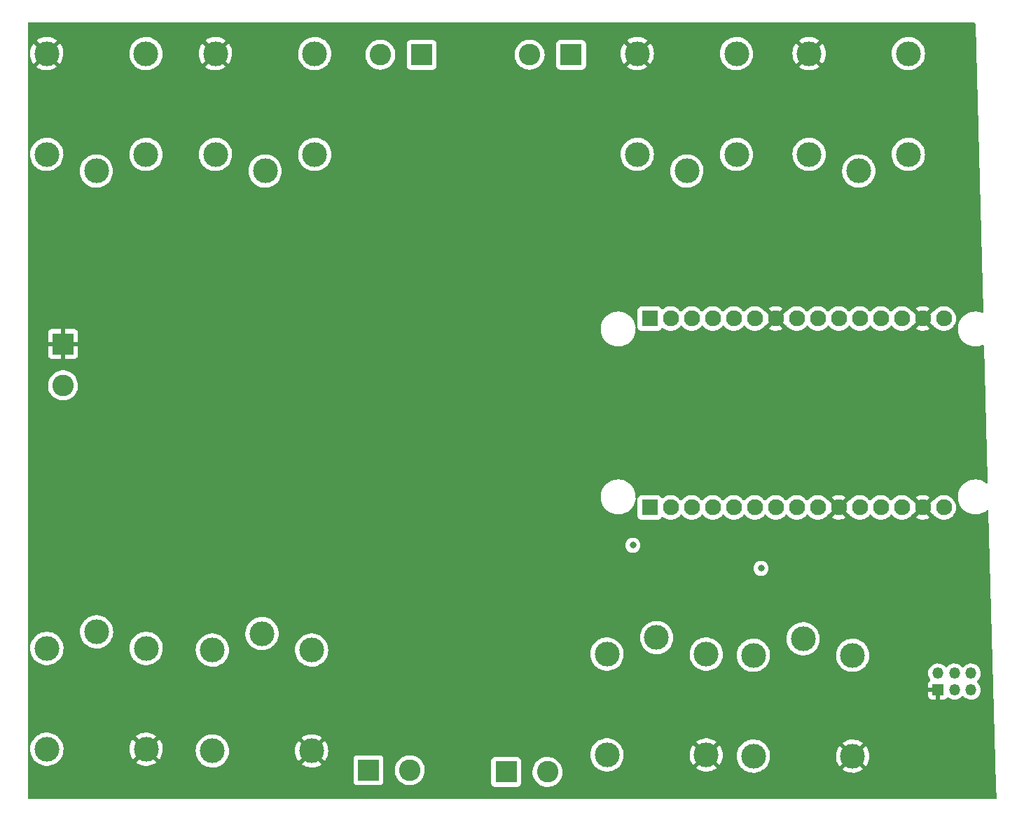
<source format=gbr>
%TF.GenerationSoftware,KiCad,Pcbnew,(6.0.7)*%
%TF.CreationDate,2023-07-14T15:56:38+03:30*%
%TF.ProjectId,Linak-controller,4c696e61-6b2d-4636-9f6e-74726f6c6c65,rev?*%
%TF.SameCoordinates,Original*%
%TF.FileFunction,Copper,L3,Inr*%
%TF.FilePolarity,Positive*%
%FSLAX46Y46*%
G04 Gerber Fmt 4.6, Leading zero omitted, Abs format (unit mm)*
G04 Created by KiCad (PCBNEW (6.0.7)) date 2023-07-14 15:56:38*
%MOMM*%
%LPD*%
G01*
G04 APERTURE LIST*
%TA.AperFunction,ComponentPad*%
%ADD10C,2.600000*%
%TD*%
%TA.AperFunction,ComponentPad*%
%ADD11R,2.600000X2.600000*%
%TD*%
%TA.AperFunction,ComponentPad*%
%ADD12C,3.000000*%
%TD*%
%TA.AperFunction,ComponentPad*%
%ADD13R,1.930000X1.930000*%
%TD*%
%TA.AperFunction,ComponentPad*%
%ADD14C,1.930000*%
%TD*%
%TA.AperFunction,ComponentPad*%
%ADD15R,1.350000X1.350000*%
%TD*%
%TA.AperFunction,ComponentPad*%
%ADD16O,1.350000X1.350000*%
%TD*%
%TA.AperFunction,ViaPad*%
%ADD17C,0.800000*%
%TD*%
G04 APERTURE END LIST*
D10*
%TO.N,Motor_1_Polar_1*%
%TO.C,J1*%
X70572000Y-31826000D03*
D11*
%TO.N,Motor_1_Polar_2*%
X75572000Y-31826000D03*
%TD*%
%TO.N,GND*%
%TO.C,J7*%
X32207000Y-66842000D03*
D10*
%TO.N,supply_Vin*%
X32207000Y-71842000D03*
%TD*%
D12*
%TO.N,Motor_3_Polar_2*%
%TO.C,K6*%
X103966000Y-102363000D03*
%TO.N,GND*%
X109966000Y-116563000D03*
%TO.N,supply_Vin*%
X97966000Y-116563000D03*
%TO.N,+5V*%
X97966000Y-104363000D03*
%TO.N,Net-(D6-Pad2)*%
X109966000Y-104363000D03*
%TD*%
D13*
%TO.N,A0*%
%TO.C,A1*%
X103124000Y-86614000D03*
D14*
%TO.N,unconnected-(A1-PadJ1_2)*%
X105664000Y-86614000D03*
%TO.N,unconnected-(A1-PadJ1_3)*%
X108204000Y-86614000D03*
%TO.N,Relay_4_Polar_1*%
X110744000Y-86614000D03*
%TO.N,Relay_4_Polar_2*%
X113284000Y-86614000D03*
%TO.N,SPI_MOSI*%
X115824000Y-86614000D03*
%TO.N,SPI_CLK*%
X118364000Y-86614000D03*
%TO.N,SPI_MISO*%
X120904000Y-86614000D03*
%TO.N,SPI_CS*%
X123444000Y-86614000D03*
%TO.N,GND*%
X125984000Y-86614000D03*
%TO.N,+3.3V*%
X128524000Y-86614000D03*
%TO.N,unconnected-(A1-PadJ1_12)*%
X131064000Y-86614000D03*
%TO.N,unconnected-(A1-PadJ1_13)*%
X133604000Y-86614000D03*
%TO.N,GND*%
X136144000Y-86614000D03*
%TO.N,+5V*%
X138684000Y-86614000D03*
D13*
%TO.N,D0*%
X103124000Y-63754000D03*
D14*
%TO.N,D1*%
X105664000Y-63754000D03*
%TO.N,D2*%
X108204000Y-63754000D03*
%TO.N,D3*%
X110744000Y-63754000D03*
%TO.N,D4*%
X113284000Y-63754000D03*
%TO.N,unconnected-(A1-PadJ2_6)*%
X115824000Y-63754000D03*
%TO.N,GND*%
X118364000Y-63754000D03*
%TO.N,Relay_1_Polar_1*%
X120904000Y-63754000D03*
%TO.N,Relay_1_Polar_2*%
X123444000Y-63754000D03*
%TO.N,Relay_2_Polar_1*%
X125984000Y-63754000D03*
%TO.N,Relay_2_Polar_2*%
X128524000Y-63754000D03*
%TO.N,Relay_3_Polar_2*%
X131064000Y-63754000D03*
%TO.N,Relay_3_Polar_1*%
X133604000Y-63754000D03*
%TO.N,GND*%
X136144000Y-63754000D03*
%TO.N,unconnected-(A1-PadJ2_15)*%
X138684000Y-63754000D03*
%TD*%
D10*
%TO.N,Motor_2_Polar_1*%
%TO.C,J2*%
X88612000Y-31826000D03*
D11*
%TO.N,Motor_2_Polar_2*%
X93612000Y-31826000D03*
%TD*%
D12*
%TO.N,Net-(D3-Pad2)*%
%TO.C,K3*%
X101622000Y-43896000D03*
%TO.N,+5V*%
X113622000Y-43896000D03*
%TO.N,supply_Vin*%
X113622000Y-31696000D03*
%TO.N,GND*%
X101622000Y-31696000D03*
%TO.N,Motor_2_Polar_1*%
X107622000Y-45896000D03*
%TD*%
D15*
%TO.N,GND*%
%TO.C,J4*%
X137954000Y-108696000D03*
D16*
%TO.N,+5V*%
X137954000Y-106696000D03*
%TO.N,SPI_CS*%
X139954000Y-108696000D03*
%TO.N,SPI_MOSI*%
X139954000Y-106696000D03*
%TO.N,SPI_MISO*%
X141954000Y-108696000D03*
%TO.N,SPI_CLK*%
X141954000Y-106696000D03*
%TD*%
D10*
%TO.N,Motor_4_Polar_1*%
%TO.C,J6*%
X74128000Y-118415000D03*
D11*
%TO.N,Motor_4_Polar_2*%
X69128000Y-118415000D03*
%TD*%
D12*
%TO.N,Net-(D1-Pad2)*%
%TO.C,K1*%
X30242000Y-43896000D03*
%TO.N,+5V*%
X42242000Y-43896000D03*
%TO.N,supply_Vin*%
X42242000Y-31696000D03*
%TO.N,GND*%
X30242000Y-31696000D03*
%TO.N,Motor_1_Polar_1*%
X36242000Y-45896000D03*
%TD*%
%TO.N,Net-(D4-Pad2)*%
%TO.C,K4*%
X122397000Y-43896000D03*
%TO.N,+5V*%
X134397000Y-43896000D03*
%TO.N,supply_Vin*%
X134397000Y-31696000D03*
%TO.N,GND*%
X122397000Y-31696000D03*
%TO.N,Motor_2_Polar_2*%
X128397000Y-45896000D03*
%TD*%
%TO.N,Net-(D8-Pad2)*%
%TO.C,K8*%
X42261000Y-103678000D03*
%TO.N,+5V*%
X30261000Y-103678000D03*
%TO.N,supply_Vin*%
X30261000Y-115878000D03*
%TO.N,GND*%
X42261000Y-115878000D03*
%TO.N,Motor_4_Polar_2*%
X36261000Y-101678000D03*
%TD*%
%TO.N,Net-(D2-Pad2)*%
%TO.C,K2*%
X50642000Y-43896000D03*
%TO.N,+5V*%
X62642000Y-43896000D03*
%TO.N,supply_Vin*%
X62642000Y-31696000D03*
%TO.N,GND*%
X50642000Y-31696000D03*
%TO.N,Motor_1_Polar_2*%
X56642000Y-45896000D03*
%TD*%
D10*
%TO.N,Motor_3_Polar_1*%
%TO.C,J5*%
X90776000Y-118623000D03*
D11*
%TO.N,Motor_3_Polar_2*%
X85776000Y-118623000D03*
%TD*%
D12*
%TO.N,Net-(D7-Pad2)*%
%TO.C,K7*%
X62261000Y-103878000D03*
%TO.N,+5V*%
X50261000Y-103878000D03*
%TO.N,supply_Vin*%
X50261000Y-116078000D03*
%TO.N,GND*%
X62261000Y-116078000D03*
%TO.N,Motor_4_Polar_1*%
X56261000Y-101878000D03*
%TD*%
%TO.N,Net-(D5-Pad2)*%
%TO.C,K5*%
X127666000Y-104513000D03*
%TO.N,+5V*%
X115666000Y-104513000D03*
%TO.N,supply_Vin*%
X115666000Y-116713000D03*
%TO.N,GND*%
X127666000Y-116713000D03*
%TO.N,Motor_3_Polar_1*%
X121666000Y-102513000D03*
%TD*%
D17*
%TO.N,GND*%
X119380000Y-67056000D03*
X136652000Y-66802000D03*
X127000000Y-83820000D03*
X135636000Y-83566000D03*
X134620000Y-109728000D03*
%TO.N,Relay_3_Polar_2*%
X101092000Y-91186000D03*
%TO.N,Relay_3_Polar_1*%
X116586000Y-93980000D03*
%TO.N,GND*%
X132080000Y-97790000D03*
X113538000Y-97282000D03*
X66294000Y-96520000D03*
X46228000Y-96520000D03*
X46990000Y-50800000D03*
X98044000Y-50292000D03*
X118618000Y-51308000D03*
X80772000Y-67056000D03*
X62230000Y-66802000D03*
X79502000Y-75438000D03*
X79248000Y-73406000D03*
X64770000Y-75438000D03*
X64770000Y-73914000D03*
X73914000Y-68580000D03*
X72136000Y-68580000D03*
X70612000Y-68580000D03*
X28956000Y-53594000D03*
%TD*%
%TA.AperFunction,Conductor*%
%TO.N,GND*%
G36*
X142439480Y-27960002D02*
G01*
X142485973Y-28013658D01*
X142497313Y-28062596D01*
X143439979Y-62941227D01*
X143421825Y-63009863D01*
X143369445Y-63057789D01*
X143299469Y-63069787D01*
X143270726Y-63062957D01*
X143155423Y-63020762D01*
X143087658Y-62995964D01*
X143087656Y-62995963D01*
X143083627Y-62994489D01*
X142802736Y-62933245D01*
X142771685Y-62930801D01*
X142579718Y-62915693D01*
X142579709Y-62915693D01*
X142577261Y-62915500D01*
X142421729Y-62915500D01*
X142419593Y-62915646D01*
X142419582Y-62915646D01*
X142211452Y-62929835D01*
X142211446Y-62929836D01*
X142207175Y-62930127D01*
X142202980Y-62930996D01*
X142202978Y-62930996D01*
X142066416Y-62959277D01*
X141925658Y-62988426D01*
X141654657Y-63084393D01*
X141399188Y-63216250D01*
X141395687Y-63218711D01*
X141395683Y-63218713D01*
X141385594Y-63225804D01*
X141163977Y-63381559D01*
X140953378Y-63577260D01*
X140771287Y-63799732D01*
X140621073Y-64044858D01*
X140505517Y-64308102D01*
X140426756Y-64584594D01*
X140401350Y-64763112D01*
X140391928Y-64829316D01*
X140386249Y-64869216D01*
X140386227Y-64873505D01*
X140386226Y-64873512D01*
X140384765Y-65152417D01*
X140384743Y-65156703D01*
X140385302Y-65160947D01*
X140385302Y-65160951D01*
X140394437Y-65230337D01*
X140422268Y-65441734D01*
X140498129Y-65719036D01*
X140610923Y-65983476D01*
X140758561Y-66230161D01*
X140938313Y-66454528D01*
X141146851Y-66652423D01*
X141380317Y-66820186D01*
X141384112Y-66822195D01*
X141384113Y-66822196D01*
X141405869Y-66833715D01*
X141634392Y-66954712D01*
X141904373Y-67053511D01*
X142185264Y-67114755D01*
X142213841Y-67117004D01*
X142408282Y-67132307D01*
X142408291Y-67132307D01*
X142410739Y-67132500D01*
X142566271Y-67132500D01*
X142568407Y-67132354D01*
X142568418Y-67132354D01*
X142776548Y-67118165D01*
X142776554Y-67118164D01*
X142780825Y-67117873D01*
X142785020Y-67117004D01*
X142785022Y-67117004D01*
X142921584Y-67088723D01*
X143062342Y-67059574D01*
X143333343Y-66963607D01*
X143342436Y-66958914D01*
X143367409Y-66946025D01*
X143437117Y-66932557D01*
X143503040Y-66958914D01*
X143544248Y-67016727D01*
X143551151Y-67054588D01*
X143638379Y-70282039D01*
X143988944Y-83252909D01*
X143997758Y-83579045D01*
X143979604Y-83647681D01*
X143927224Y-83695607D01*
X143857248Y-83707605D01*
X143798278Y-83684771D01*
X143611172Y-83550321D01*
X143611171Y-83550320D01*
X143607683Y-83547814D01*
X143585843Y-83536250D01*
X143562654Y-83523972D01*
X143353608Y-83413288D01*
X143083627Y-83314489D01*
X142802736Y-83253245D01*
X142771685Y-83250801D01*
X142579718Y-83235693D01*
X142579709Y-83235693D01*
X142577261Y-83235500D01*
X142421729Y-83235500D01*
X142419593Y-83235646D01*
X142419582Y-83235646D01*
X142211452Y-83249835D01*
X142211446Y-83249836D01*
X142207175Y-83250127D01*
X142202980Y-83250996D01*
X142202978Y-83250996D01*
X142066417Y-83279276D01*
X141925658Y-83308426D01*
X141654657Y-83404393D01*
X141399188Y-83536250D01*
X141395687Y-83538711D01*
X141395683Y-83538713D01*
X141385594Y-83545804D01*
X141163977Y-83701559D01*
X140953378Y-83897260D01*
X140771287Y-84119732D01*
X140621073Y-84364858D01*
X140505517Y-84628102D01*
X140426756Y-84904594D01*
X140423672Y-84926266D01*
X140387944Y-85177309D01*
X140386249Y-85189216D01*
X140386227Y-85193505D01*
X140386226Y-85193512D01*
X140385001Y-85427428D01*
X140384743Y-85476703D01*
X140385302Y-85480947D01*
X140385302Y-85480951D01*
X140391688Y-85529454D01*
X140422268Y-85761734D01*
X140423401Y-85765874D01*
X140423401Y-85765876D01*
X140427346Y-85780296D01*
X140498129Y-86039036D01*
X140499813Y-86042984D01*
X140584692Y-86241978D01*
X140610923Y-86303476D01*
X140758561Y-86550161D01*
X140938313Y-86774528D01*
X141061711Y-86891628D01*
X141129290Y-86955758D01*
X141146851Y-86972423D01*
X141380317Y-87140186D01*
X141384112Y-87142195D01*
X141384113Y-87142196D01*
X141405869Y-87153715D01*
X141634392Y-87274712D01*
X141904373Y-87373511D01*
X142185264Y-87434755D01*
X142213841Y-87437004D01*
X142408282Y-87452307D01*
X142408291Y-87452307D01*
X142410739Y-87452500D01*
X142566271Y-87452500D01*
X142568407Y-87452354D01*
X142568418Y-87452354D01*
X142776548Y-87438165D01*
X142776554Y-87438164D01*
X142780825Y-87437873D01*
X142785020Y-87437004D01*
X142785022Y-87437004D01*
X142921583Y-87408724D01*
X143062342Y-87379574D01*
X143333343Y-87283607D01*
X143588812Y-87151750D01*
X143592313Y-87149289D01*
X143592317Y-87149287D01*
X143770417Y-87024116D01*
X143824023Y-86986441D01*
X143879144Y-86935220D01*
X143942660Y-86903501D01*
X144013243Y-86911157D01*
X144068481Y-86955758D01*
X144090868Y-87024116D01*
X144993771Y-120431500D01*
X145030503Y-121790596D01*
X145012349Y-121859232D01*
X144959969Y-121907158D01*
X144904549Y-121920000D01*
X28066000Y-121920000D01*
X27997879Y-121899998D01*
X27951386Y-121846342D01*
X27940000Y-121794000D01*
X27940000Y-119763134D01*
X67319500Y-119763134D01*
X67326255Y-119825316D01*
X67377385Y-119961705D01*
X67464739Y-120078261D01*
X67581295Y-120165615D01*
X67717684Y-120216745D01*
X67779866Y-120223500D01*
X70476134Y-120223500D01*
X70538316Y-120216745D01*
X70674705Y-120165615D01*
X70791261Y-120078261D01*
X70878615Y-119961705D01*
X70929745Y-119825316D01*
X70936500Y-119763134D01*
X70936500Y-118367526D01*
X72315050Y-118367526D01*
X72315274Y-118372192D01*
X72315274Y-118372197D01*
X72320690Y-118484951D01*
X72327947Y-118636019D01*
X72380388Y-118899656D01*
X72471220Y-119152646D01*
X72473432Y-119156762D01*
X72473433Y-119156765D01*
X72514810Y-119233771D01*
X72598450Y-119389431D01*
X72601241Y-119393168D01*
X72601245Y-119393175D01*
X72672324Y-119488361D01*
X72759281Y-119604810D01*
X72762590Y-119608090D01*
X72762595Y-119608096D01*
X72946863Y-119790762D01*
X72950180Y-119794050D01*
X72953942Y-119796808D01*
X72953945Y-119796811D01*
X73002912Y-119832715D01*
X73166954Y-119952995D01*
X73171089Y-119955171D01*
X73171093Y-119955173D01*
X73398965Y-120075063D01*
X73404840Y-120078154D01*
X73525225Y-120120194D01*
X73642062Y-120160995D01*
X73658613Y-120166775D01*
X73663206Y-120167647D01*
X73918109Y-120216042D01*
X73918112Y-120216042D01*
X73922698Y-120216913D01*
X74050370Y-120221929D01*
X74186625Y-120227283D01*
X74186630Y-120227283D01*
X74191293Y-120227466D01*
X74295607Y-120216042D01*
X74453844Y-120198713D01*
X74453850Y-120198712D01*
X74458497Y-120198203D01*
X74463021Y-120197012D01*
X74713918Y-120130956D01*
X74713920Y-120130955D01*
X74718441Y-120129765D01*
X74772976Y-120106335D01*
X74961120Y-120025502D01*
X74961122Y-120025501D01*
X74965414Y-120023657D01*
X75050290Y-119971134D01*
X83967500Y-119971134D01*
X83974255Y-120033316D01*
X84025385Y-120169705D01*
X84112739Y-120286261D01*
X84229295Y-120373615D01*
X84365684Y-120424745D01*
X84427866Y-120431500D01*
X87124134Y-120431500D01*
X87186316Y-120424745D01*
X87322705Y-120373615D01*
X87439261Y-120286261D01*
X87526615Y-120169705D01*
X87577745Y-120033316D01*
X87584500Y-119971134D01*
X87584500Y-118575526D01*
X88963050Y-118575526D01*
X88963274Y-118580192D01*
X88963274Y-118580197D01*
X88968522Y-118689445D01*
X88975947Y-118844019D01*
X89028388Y-119107656D01*
X89119220Y-119360646D01*
X89121432Y-119364762D01*
X89121433Y-119364765D01*
X89172902Y-119460553D01*
X89246450Y-119597431D01*
X89249241Y-119601168D01*
X89249245Y-119601175D01*
X89333820Y-119714434D01*
X89407281Y-119812810D01*
X89410590Y-119816090D01*
X89410595Y-119816096D01*
X89594863Y-119998762D01*
X89598180Y-120002050D01*
X89601942Y-120004808D01*
X89601945Y-120004811D01*
X89773986Y-120130956D01*
X89814954Y-120160995D01*
X89819089Y-120163171D01*
X89819093Y-120163173D01*
X90048698Y-120283975D01*
X90052840Y-120286154D01*
X90306613Y-120374775D01*
X90311206Y-120375647D01*
X90566109Y-120424042D01*
X90566112Y-120424042D01*
X90570698Y-120424913D01*
X90698370Y-120429929D01*
X90834625Y-120435283D01*
X90834630Y-120435283D01*
X90839293Y-120435466D01*
X90943607Y-120424042D01*
X91101844Y-120406713D01*
X91101850Y-120406712D01*
X91106497Y-120406203D01*
X91218302Y-120376767D01*
X91361918Y-120338956D01*
X91361920Y-120338955D01*
X91366441Y-120337765D01*
X91473795Y-120291642D01*
X91609120Y-120233502D01*
X91609122Y-120233501D01*
X91613414Y-120231657D01*
X91727603Y-120160995D01*
X91838017Y-120092669D01*
X91838021Y-120092666D01*
X91841990Y-120090210D01*
X92047149Y-119916530D01*
X92224382Y-119714434D01*
X92230442Y-119705014D01*
X92350936Y-119517683D01*
X92369797Y-119488361D01*
X92480199Y-119243278D01*
X92486346Y-119221481D01*
X92551893Y-118989072D01*
X92551894Y-118989069D01*
X92553163Y-118984568D01*
X92571043Y-118844019D01*
X92586688Y-118721045D01*
X92586688Y-118721041D01*
X92587086Y-118717915D01*
X92587790Y-118691050D01*
X92589488Y-118626160D01*
X92589571Y-118623000D01*
X92582501Y-118527869D01*
X92569996Y-118359592D01*
X92569996Y-118359591D01*
X92569650Y-118354937D01*
X92568619Y-118350379D01*
X92511361Y-118097331D01*
X92511360Y-118097326D01*
X92510327Y-118092763D01*
X92412902Y-117842238D01*
X92279518Y-117608864D01*
X92269357Y-117595974D01*
X92184942Y-117488894D01*
X92113105Y-117397769D01*
X91917317Y-117213591D01*
X91757612Y-117102799D01*
X91700299Y-117063039D01*
X91700296Y-117063037D01*
X91696457Y-117060374D01*
X91692264Y-117058306D01*
X91459564Y-116943551D01*
X91459561Y-116943550D01*
X91455376Y-116941486D01*
X91435183Y-116935022D01*
X91334518Y-116902799D01*
X91199370Y-116859538D01*
X91194763Y-116858788D01*
X91194760Y-116858787D01*
X90981337Y-116824029D01*
X90934063Y-116816330D01*
X90803719Y-116814624D01*
X90669961Y-116812873D01*
X90669958Y-116812873D01*
X90665284Y-116812812D01*
X90398937Y-116849060D01*
X90394451Y-116850368D01*
X90394449Y-116850368D01*
X90378424Y-116855039D01*
X90140874Y-116924278D01*
X90136621Y-116926238D01*
X90136620Y-116926239D01*
X90106634Y-116940063D01*
X89896763Y-117036815D01*
X89892854Y-117039378D01*
X89675881Y-117181631D01*
X89675876Y-117181635D01*
X89671968Y-117184197D01*
X89648341Y-117205285D01*
X89489811Y-117346779D01*
X89471426Y-117363188D01*
X89299544Y-117569854D01*
X89297121Y-117573847D01*
X89218172Y-117703951D01*
X89160096Y-117799656D01*
X89158287Y-117803970D01*
X89158285Y-117803974D01*
X89082627Y-117984399D01*
X89056148Y-118047545D01*
X88989981Y-118308077D01*
X88963050Y-118575526D01*
X87584500Y-118575526D01*
X87584500Y-117274866D01*
X87577745Y-117212684D01*
X87526615Y-117076295D01*
X87439261Y-116959739D01*
X87322705Y-116872385D01*
X87186316Y-116821255D01*
X87124134Y-116814500D01*
X84427866Y-116814500D01*
X84365684Y-116821255D01*
X84229295Y-116872385D01*
X84112739Y-116959739D01*
X84025385Y-117076295D01*
X83974255Y-117212684D01*
X83967500Y-117274866D01*
X83967500Y-119971134D01*
X75050290Y-119971134D01*
X75084071Y-119950230D01*
X75190017Y-119884669D01*
X75190021Y-119884666D01*
X75193990Y-119882210D01*
X75399149Y-119708530D01*
X75576382Y-119506434D01*
X75721797Y-119280361D01*
X75832199Y-119035278D01*
X75833469Y-119030775D01*
X75903893Y-118781072D01*
X75903894Y-118781069D01*
X75905163Y-118776568D01*
X75923043Y-118636019D01*
X75938688Y-118513045D01*
X75938688Y-118513041D01*
X75939086Y-118509915D01*
X75941571Y-118415000D01*
X75938036Y-118367434D01*
X75921996Y-118151592D01*
X75921996Y-118151591D01*
X75921650Y-118146937D01*
X75911047Y-118100077D01*
X75863361Y-117889331D01*
X75863360Y-117889326D01*
X75862327Y-117884763D01*
X75764902Y-117634238D01*
X75631518Y-117400864D01*
X75628501Y-117397036D01*
X75552939Y-117301187D01*
X75465105Y-117189769D01*
X75269317Y-117005591D01*
X75085300Y-116877933D01*
X75052299Y-116855039D01*
X75052296Y-116855037D01*
X75048457Y-116852374D01*
X75041737Y-116849060D01*
X74811564Y-116735551D01*
X74811561Y-116735550D01*
X74807376Y-116733486D01*
X74783403Y-116725812D01*
X74583975Y-116661975D01*
X74551370Y-116651538D01*
X74546763Y-116650788D01*
X74546760Y-116650787D01*
X74333337Y-116616029D01*
X74286063Y-116608330D01*
X74155719Y-116606624D01*
X74021961Y-116604873D01*
X74021958Y-116604873D01*
X74017284Y-116604812D01*
X73750937Y-116641060D01*
X73746451Y-116642368D01*
X73746449Y-116642368D01*
X73701244Y-116655544D01*
X73492874Y-116716278D01*
X73248763Y-116828815D01*
X73244854Y-116831378D01*
X73027881Y-116973631D01*
X73027876Y-116973635D01*
X73023968Y-116976197D01*
X72953180Y-117039378D01*
X72830477Y-117148895D01*
X72823426Y-117155188D01*
X72651544Y-117361854D01*
X72649121Y-117365847D01*
X72534570Y-117554621D01*
X72512096Y-117591656D01*
X72510287Y-117595970D01*
X72510285Y-117595974D01*
X72426551Y-117795658D01*
X72408148Y-117839545D01*
X72341981Y-118100077D01*
X72315050Y-118367526D01*
X70936500Y-118367526D01*
X70936500Y-117066866D01*
X70929745Y-117004684D01*
X70878615Y-116868295D01*
X70791261Y-116751739D01*
X70674705Y-116664385D01*
X70538316Y-116613255D01*
X70476134Y-116606500D01*
X67779866Y-116606500D01*
X67717684Y-116613255D01*
X67581295Y-116664385D01*
X67464739Y-116751739D01*
X67377385Y-116868295D01*
X67326255Y-117004684D01*
X67319500Y-117066866D01*
X67319500Y-119763134D01*
X27940000Y-119763134D01*
X27940000Y-115856918D01*
X28247917Y-115856918D01*
X28263682Y-116130320D01*
X28264507Y-116134525D01*
X28264508Y-116134533D01*
X28291709Y-116273177D01*
X28316405Y-116399053D01*
X28317792Y-116403103D01*
X28317793Y-116403108D01*
X28402593Y-116650787D01*
X28405112Y-116658144D01*
X28455796Y-116758919D01*
X28485049Y-116817081D01*
X28528160Y-116902799D01*
X28530586Y-116906328D01*
X28530589Y-116906334D01*
X28680843Y-117124953D01*
X28683274Y-117128490D01*
X28686161Y-117131663D01*
X28686162Y-117131664D01*
X28864692Y-117327867D01*
X28867582Y-117331043D01*
X28870877Y-117333798D01*
X28870878Y-117333799D01*
X28915382Y-117371010D01*
X29077675Y-117506707D01*
X29081316Y-117508991D01*
X29306024Y-117649951D01*
X29306028Y-117649953D01*
X29309664Y-117652234D01*
X29377544Y-117682883D01*
X29555345Y-117763164D01*
X29555349Y-117763166D01*
X29559257Y-117764930D01*
X29563377Y-117766150D01*
X29563376Y-117766150D01*
X29817723Y-117841491D01*
X29817727Y-117841492D01*
X29821836Y-117842709D01*
X29826070Y-117843357D01*
X29826075Y-117843358D01*
X30088298Y-117883483D01*
X30088300Y-117883483D01*
X30092540Y-117884132D01*
X30231912Y-117886322D01*
X30362071Y-117888367D01*
X30362077Y-117888367D01*
X30366362Y-117888434D01*
X30638235Y-117855534D01*
X30903127Y-117786041D01*
X30907087Y-117784401D01*
X30907092Y-117784399D01*
X31029631Y-117733641D01*
X31156136Y-117681241D01*
X31352902Y-117566260D01*
X31388879Y-117545237D01*
X31388880Y-117545236D01*
X31392582Y-117543073D01*
X31488767Y-117467654D01*
X41036618Y-117467654D01*
X41043673Y-117477627D01*
X41074679Y-117503551D01*
X41081598Y-117508579D01*
X41306272Y-117649515D01*
X41313807Y-117653556D01*
X41555520Y-117762694D01*
X41563551Y-117765680D01*
X41817832Y-117841002D01*
X41826184Y-117842869D01*
X42088340Y-117882984D01*
X42096874Y-117883700D01*
X42362045Y-117887867D01*
X42370596Y-117887418D01*
X42633883Y-117855557D01*
X42642284Y-117853955D01*
X42898824Y-117786653D01*
X42906926Y-117783926D01*
X43151949Y-117682434D01*
X43159617Y-117678628D01*
X43388598Y-117544822D01*
X43395679Y-117540009D01*
X43475655Y-117477301D01*
X43484125Y-117465442D01*
X43477608Y-117453818D01*
X42273812Y-116250022D01*
X42259868Y-116242408D01*
X42258035Y-116242539D01*
X42251420Y-116246790D01*
X41043910Y-117454300D01*
X41036618Y-117467654D01*
X31488767Y-117467654D01*
X31608089Y-117374094D01*
X31619951Y-117361854D01*
X31766213Y-117210923D01*
X31798669Y-117177431D01*
X31801202Y-117173983D01*
X31801206Y-117173978D01*
X31958257Y-116960178D01*
X31960795Y-116956723D01*
X31962841Y-116952955D01*
X32089418Y-116719830D01*
X32089419Y-116719828D01*
X32091468Y-116716054D01*
X32188269Y-116459877D01*
X32232007Y-116268907D01*
X32248449Y-116197117D01*
X32248450Y-116197113D01*
X32249407Y-116192933D01*
X32250924Y-116175944D01*
X32273531Y-115922627D01*
X32273532Y-115922616D01*
X32273751Y-115920161D01*
X32274193Y-115878000D01*
X32273048Y-115861204D01*
X40248665Y-115861204D01*
X40263932Y-116125969D01*
X40265005Y-116134470D01*
X40316065Y-116394722D01*
X40318276Y-116402974D01*
X40404184Y-116653894D01*
X40407499Y-116661779D01*
X40526664Y-116898713D01*
X40531020Y-116906079D01*
X40660347Y-117094250D01*
X40670601Y-117102594D01*
X40684342Y-117095448D01*
X41888978Y-115890812D01*
X41895356Y-115879132D01*
X42625408Y-115879132D01*
X42625539Y-115880965D01*
X42629790Y-115887580D01*
X43836730Y-117094520D01*
X43848939Y-117101187D01*
X43860439Y-117092497D01*
X43957831Y-116959913D01*
X43962418Y-116952685D01*
X44088962Y-116719621D01*
X44092530Y-116711827D01*
X44186271Y-116463750D01*
X44188748Y-116455544D01*
X44247954Y-116197038D01*
X44249294Y-116188577D01*
X44261045Y-116056918D01*
X48247917Y-116056918D01*
X48263682Y-116330320D01*
X48264507Y-116334525D01*
X48264508Y-116334533D01*
X48285698Y-116442539D01*
X48316405Y-116599053D01*
X48317792Y-116603103D01*
X48317793Y-116603108D01*
X48403136Y-116852374D01*
X48405112Y-116858144D01*
X48456827Y-116960969D01*
X48522979Y-117092497D01*
X48528160Y-117102799D01*
X48530586Y-117106328D01*
X48530589Y-117106334D01*
X48659741Y-117294250D01*
X48683274Y-117328490D01*
X48686161Y-117331663D01*
X48686162Y-117331664D01*
X48829406Y-117489088D01*
X48867582Y-117531043D01*
X48870877Y-117533798D01*
X48870878Y-117533799D01*
X48891515Y-117551054D01*
X49077675Y-117706707D01*
X49081316Y-117708991D01*
X49306024Y-117849951D01*
X49306028Y-117849953D01*
X49309664Y-117852234D01*
X49434460Y-117908582D01*
X49555345Y-117963164D01*
X49555349Y-117963166D01*
X49559257Y-117964930D01*
X49563377Y-117966150D01*
X49563376Y-117966150D01*
X49817723Y-118041491D01*
X49817727Y-118041492D01*
X49821836Y-118042709D01*
X49826070Y-118043357D01*
X49826075Y-118043358D01*
X50088298Y-118083483D01*
X50088300Y-118083483D01*
X50092540Y-118084132D01*
X50231912Y-118086322D01*
X50362071Y-118088367D01*
X50362077Y-118088367D01*
X50366362Y-118088434D01*
X50638235Y-118055534D01*
X50903127Y-117986041D01*
X50907087Y-117984401D01*
X50907092Y-117984399D01*
X51044464Y-117927497D01*
X51156136Y-117881241D01*
X51322671Y-117783926D01*
X51388879Y-117745237D01*
X51388880Y-117745236D01*
X51392582Y-117743073D01*
X51488767Y-117667654D01*
X61036618Y-117667654D01*
X61043673Y-117677627D01*
X61074679Y-117703551D01*
X61081598Y-117708579D01*
X61306272Y-117849515D01*
X61313807Y-117853556D01*
X61555520Y-117962694D01*
X61563551Y-117965680D01*
X61817832Y-118041002D01*
X61826184Y-118042869D01*
X62088340Y-118082984D01*
X62096874Y-118083700D01*
X62362045Y-118087867D01*
X62370596Y-118087418D01*
X62633883Y-118055557D01*
X62642284Y-118053955D01*
X62898824Y-117986653D01*
X62906926Y-117983926D01*
X63151949Y-117882434D01*
X63159617Y-117878628D01*
X63388598Y-117744822D01*
X63395679Y-117740009D01*
X63475655Y-117677301D01*
X63484125Y-117665442D01*
X63477608Y-117653818D01*
X62273812Y-116450022D01*
X62259868Y-116442408D01*
X62258035Y-116442539D01*
X62251420Y-116446790D01*
X61043910Y-117654300D01*
X61036618Y-117667654D01*
X51488767Y-117667654D01*
X51608089Y-117574094D01*
X51630417Y-117551054D01*
X51772320Y-117404621D01*
X51798669Y-117377431D01*
X51801202Y-117373983D01*
X51801206Y-117373978D01*
X51958257Y-117160178D01*
X51960795Y-117156723D01*
X51962841Y-117152955D01*
X52089418Y-116919830D01*
X52089419Y-116919828D01*
X52091468Y-116916054D01*
X52150844Y-116758919D01*
X52186751Y-116663895D01*
X52186752Y-116663891D01*
X52188269Y-116659877D01*
X52239624Y-116435649D01*
X52248449Y-116397117D01*
X52248450Y-116397113D01*
X52249407Y-116392933D01*
X52253365Y-116348592D01*
X52273531Y-116122627D01*
X52273532Y-116122616D01*
X52273751Y-116120161D01*
X52274193Y-116078000D01*
X52273048Y-116061204D01*
X60248665Y-116061204D01*
X60263932Y-116325969D01*
X60265005Y-116334470D01*
X60316065Y-116594722D01*
X60318276Y-116602974D01*
X60404184Y-116853894D01*
X60407499Y-116861779D01*
X60526664Y-117098713D01*
X60531020Y-117106079D01*
X60660347Y-117294250D01*
X60670601Y-117302594D01*
X60684342Y-117295448D01*
X61888978Y-116090812D01*
X61895356Y-116079132D01*
X62625408Y-116079132D01*
X62625539Y-116080965D01*
X62629790Y-116087580D01*
X63836730Y-117294520D01*
X63848939Y-117301187D01*
X63860439Y-117292497D01*
X63957831Y-117159913D01*
X63962418Y-117152685D01*
X64088962Y-116919621D01*
X64092530Y-116911827D01*
X64186271Y-116663750D01*
X64188748Y-116655544D01*
X64214772Y-116541918D01*
X95952917Y-116541918D01*
X95968682Y-116815320D01*
X95969507Y-116819525D01*
X95969508Y-116819533D01*
X95990698Y-116927539D01*
X96021405Y-117084053D01*
X96022792Y-117088103D01*
X96022793Y-117088108D01*
X96106912Y-117333799D01*
X96110112Y-117343144D01*
X96128905Y-117380509D01*
X96224135Y-117569854D01*
X96233160Y-117587799D01*
X96235586Y-117591328D01*
X96235589Y-117591334D01*
X96370724Y-117787955D01*
X96388274Y-117813490D01*
X96391161Y-117816663D01*
X96391162Y-117816664D01*
X96494697Y-117930448D01*
X96572582Y-118016043D01*
X96575877Y-118018798D01*
X96575878Y-118018799D01*
X96669802Y-118097331D01*
X96782675Y-118191707D01*
X96786316Y-118193991D01*
X97011024Y-118334951D01*
X97011028Y-118334953D01*
X97014664Y-118337234D01*
X97081753Y-118367526D01*
X97260345Y-118448164D01*
X97260349Y-118448166D01*
X97264257Y-118449930D01*
X97268377Y-118451150D01*
X97268376Y-118451150D01*
X97522723Y-118526491D01*
X97522727Y-118526492D01*
X97526836Y-118527709D01*
X97531070Y-118528357D01*
X97531075Y-118528358D01*
X97793298Y-118568483D01*
X97793300Y-118568483D01*
X97797540Y-118569132D01*
X97936912Y-118571322D01*
X98067071Y-118573367D01*
X98067077Y-118573367D01*
X98071362Y-118573434D01*
X98343235Y-118540534D01*
X98608127Y-118471041D01*
X98612087Y-118469401D01*
X98612092Y-118469399D01*
X98751024Y-118411851D01*
X98861136Y-118366241D01*
X98992805Y-118289300D01*
X99093879Y-118230237D01*
X99093880Y-118230236D01*
X99097582Y-118228073D01*
X99193767Y-118152654D01*
X108741618Y-118152654D01*
X108748673Y-118162627D01*
X108779679Y-118188551D01*
X108786598Y-118193579D01*
X109011272Y-118334515D01*
X109018807Y-118338556D01*
X109260520Y-118447694D01*
X109268551Y-118450680D01*
X109522832Y-118526002D01*
X109531184Y-118527869D01*
X109793340Y-118567984D01*
X109801874Y-118568700D01*
X110067045Y-118572867D01*
X110075596Y-118572418D01*
X110338883Y-118540557D01*
X110347284Y-118538955D01*
X110603824Y-118471653D01*
X110611926Y-118468926D01*
X110856949Y-118367434D01*
X110864617Y-118363628D01*
X111093598Y-118229822D01*
X111100679Y-118225009D01*
X111180655Y-118162301D01*
X111189125Y-118150442D01*
X111182608Y-118138818D01*
X109978812Y-116935022D01*
X109964868Y-116927408D01*
X109963035Y-116927539D01*
X109956420Y-116931790D01*
X108748910Y-118139300D01*
X108741618Y-118152654D01*
X99193767Y-118152654D01*
X99313089Y-118059094D01*
X99317595Y-118054445D01*
X99483752Y-117882984D01*
X99503669Y-117862431D01*
X99506202Y-117858983D01*
X99506206Y-117858978D01*
X99663257Y-117645178D01*
X99665795Y-117641723D01*
X99667841Y-117637955D01*
X99794418Y-117404830D01*
X99794419Y-117404828D01*
X99796468Y-117401054D01*
X99861209Y-117229722D01*
X99891751Y-117148895D01*
X99891752Y-117148891D01*
X99893269Y-117144877D01*
X99935389Y-116960969D01*
X99953449Y-116882117D01*
X99953450Y-116882113D01*
X99954407Y-116877933D01*
X99954903Y-116872385D01*
X99978531Y-116607627D01*
X99978532Y-116607616D01*
X99978751Y-116605161D01*
X99979193Y-116563000D01*
X99978048Y-116546204D01*
X107953665Y-116546204D01*
X107968932Y-116810969D01*
X107970005Y-116819470D01*
X108021065Y-117079722D01*
X108023276Y-117087974D01*
X108109184Y-117338894D01*
X108112499Y-117346779D01*
X108231664Y-117583713D01*
X108236020Y-117591079D01*
X108365347Y-117779250D01*
X108375601Y-117787594D01*
X108389342Y-117780448D01*
X109593978Y-116575812D01*
X109600356Y-116564132D01*
X110330408Y-116564132D01*
X110330539Y-116565965D01*
X110334790Y-116572580D01*
X111541730Y-117779520D01*
X111553939Y-117786187D01*
X111565439Y-117777497D01*
X111662831Y-117644913D01*
X111667418Y-117637685D01*
X111793962Y-117404621D01*
X111797530Y-117396827D01*
X111891271Y-117148750D01*
X111893748Y-117140544D01*
X111952954Y-116882038D01*
X111954294Y-116873577D01*
X111970507Y-116691918D01*
X113652917Y-116691918D01*
X113668682Y-116965320D01*
X113669507Y-116969525D01*
X113669508Y-116969533D01*
X113695338Y-117101187D01*
X113721405Y-117234053D01*
X113722792Y-117238103D01*
X113722793Y-117238108D01*
X113804799Y-117477627D01*
X113810112Y-117493144D01*
X113868313Y-117608864D01*
X113890126Y-117652234D01*
X113933160Y-117737799D01*
X113935586Y-117741328D01*
X113935589Y-117741334D01*
X114064741Y-117929250D01*
X114088274Y-117963490D01*
X114091161Y-117966663D01*
X114091162Y-117966664D01*
X114255197Y-118146937D01*
X114272582Y-118166043D01*
X114482675Y-118341707D01*
X114486316Y-118343991D01*
X114711024Y-118484951D01*
X114711028Y-118484953D01*
X114714664Y-118487234D01*
X114804306Y-118527709D01*
X114960345Y-118598164D01*
X114960349Y-118598166D01*
X114964257Y-118599930D01*
X114968377Y-118601150D01*
X114968376Y-118601150D01*
X115222723Y-118676491D01*
X115222727Y-118676492D01*
X115226836Y-118677709D01*
X115231070Y-118678357D01*
X115231075Y-118678358D01*
X115493298Y-118718483D01*
X115493300Y-118718483D01*
X115497540Y-118719132D01*
X115636912Y-118721322D01*
X115767071Y-118723367D01*
X115767077Y-118723367D01*
X115771362Y-118723434D01*
X116043235Y-118690534D01*
X116308127Y-118621041D01*
X116312087Y-118619401D01*
X116312092Y-118619399D01*
X116436218Y-118567984D01*
X116561136Y-118516241D01*
X116797582Y-118378073D01*
X116893767Y-118302654D01*
X126441618Y-118302654D01*
X126448673Y-118312627D01*
X126479679Y-118338551D01*
X126486598Y-118343579D01*
X126711272Y-118484515D01*
X126718807Y-118488556D01*
X126960520Y-118597694D01*
X126968551Y-118600680D01*
X127222832Y-118676002D01*
X127231184Y-118677869D01*
X127493340Y-118717984D01*
X127501874Y-118718700D01*
X127767045Y-118722867D01*
X127775596Y-118722418D01*
X128038883Y-118690557D01*
X128047284Y-118688955D01*
X128303824Y-118621653D01*
X128311926Y-118618926D01*
X128556949Y-118517434D01*
X128564617Y-118513628D01*
X128793598Y-118379822D01*
X128800679Y-118375009D01*
X128880655Y-118312301D01*
X128889125Y-118300442D01*
X128882608Y-118288818D01*
X127678812Y-117085022D01*
X127664868Y-117077408D01*
X127663035Y-117077539D01*
X127656420Y-117081790D01*
X126448910Y-118289300D01*
X126441618Y-118302654D01*
X116893767Y-118302654D01*
X117013089Y-118209094D01*
X117029939Y-118191707D01*
X117161899Y-118055534D01*
X117203669Y-118012431D01*
X117206202Y-118008983D01*
X117206206Y-118008978D01*
X117363257Y-117795178D01*
X117365795Y-117791723D01*
X117367841Y-117787955D01*
X117494418Y-117554830D01*
X117494419Y-117554828D01*
X117496468Y-117551054D01*
X117555599Y-117394569D01*
X117591751Y-117298895D01*
X117591752Y-117298891D01*
X117593269Y-117294877D01*
X117630650Y-117131664D01*
X117653449Y-117032117D01*
X117653450Y-117032113D01*
X117654407Y-117027933D01*
X117657143Y-116997285D01*
X117678531Y-116757627D01*
X117678532Y-116757616D01*
X117678751Y-116755161D01*
X117679193Y-116713000D01*
X117678048Y-116696204D01*
X125653665Y-116696204D01*
X125668932Y-116960969D01*
X125670005Y-116969470D01*
X125721065Y-117229722D01*
X125723276Y-117237974D01*
X125809184Y-117488894D01*
X125812499Y-117496779D01*
X125931664Y-117733713D01*
X125936020Y-117741079D01*
X126065347Y-117929250D01*
X126075601Y-117937594D01*
X126089342Y-117930448D01*
X127293978Y-116725812D01*
X127300356Y-116714132D01*
X128030408Y-116714132D01*
X128030539Y-116715965D01*
X128034790Y-116722580D01*
X129241730Y-117929520D01*
X129253939Y-117936187D01*
X129265439Y-117927497D01*
X129362831Y-117794913D01*
X129367418Y-117787685D01*
X129493962Y-117554621D01*
X129497530Y-117546827D01*
X129591271Y-117298750D01*
X129593748Y-117290544D01*
X129652954Y-117032038D01*
X129654294Y-117023577D01*
X129678031Y-116757616D01*
X129678277Y-116752677D01*
X129678666Y-116715485D01*
X129678523Y-116710519D01*
X129660362Y-116444123D01*
X129659201Y-116435649D01*
X129605419Y-116175944D01*
X129603120Y-116167709D01*
X129514588Y-115917705D01*
X129511191Y-115909854D01*
X129389550Y-115674178D01*
X129385122Y-115666866D01*
X129266031Y-115497417D01*
X129255509Y-115489037D01*
X129242121Y-115496089D01*
X128038022Y-116700188D01*
X128030408Y-116714132D01*
X127300356Y-116714132D01*
X127301592Y-116711868D01*
X127301461Y-116710035D01*
X127297210Y-116703420D01*
X126089814Y-115496024D01*
X126077804Y-115489466D01*
X126066064Y-115498434D01*
X125957935Y-115648911D01*
X125953418Y-115656196D01*
X125829325Y-115890567D01*
X125825839Y-115898395D01*
X125734700Y-116147446D01*
X125732311Y-116155670D01*
X125675812Y-116414795D01*
X125674563Y-116423250D01*
X125653754Y-116687653D01*
X125653665Y-116696204D01*
X117678048Y-116696204D01*
X117675879Y-116664385D01*
X117660859Y-116444055D01*
X117660858Y-116444049D01*
X117660567Y-116439778D01*
X117605032Y-116171612D01*
X117513617Y-115913465D01*
X117444625Y-115779795D01*
X117389978Y-115673919D01*
X117389978Y-115673918D01*
X117388013Y-115670112D01*
X117378040Y-115655921D01*
X117282878Y-115520520D01*
X117230545Y-115446057D01*
X117044125Y-115245445D01*
X117040810Y-115242731D01*
X117040806Y-115242728D01*
X116897582Y-115125500D01*
X126442584Y-115125500D01*
X126448980Y-115136770D01*
X127653188Y-116340978D01*
X127667132Y-116348592D01*
X127668965Y-116348461D01*
X127675580Y-116344210D01*
X128882604Y-115137186D01*
X128889795Y-115124017D01*
X128882473Y-115113780D01*
X128835233Y-115075115D01*
X128828261Y-115070160D01*
X128602122Y-114931582D01*
X128594552Y-114927624D01*
X128351704Y-114821022D01*
X128343644Y-114818120D01*
X128088592Y-114745467D01*
X128080214Y-114743685D01*
X127817656Y-114706318D01*
X127809111Y-114705691D01*
X127543908Y-114704302D01*
X127535374Y-114704839D01*
X127272433Y-114739456D01*
X127264035Y-114741149D01*
X127008238Y-114811127D01*
X127000143Y-114813946D01*
X126756199Y-114917997D01*
X126748577Y-114921881D01*
X126521013Y-115058075D01*
X126513981Y-115062962D01*
X126451053Y-115113377D01*
X126442584Y-115125500D01*
X116897582Y-115125500D01*
X116857542Y-115092728D01*
X116832205Y-115071990D01*
X116598704Y-114928901D01*
X116594768Y-114927173D01*
X116351873Y-114820549D01*
X116351869Y-114820548D01*
X116347945Y-114818825D01*
X116084566Y-114743800D01*
X116080324Y-114743196D01*
X116080318Y-114743195D01*
X115879834Y-114714662D01*
X115813443Y-114705213D01*
X115669589Y-114704460D01*
X115543877Y-114703802D01*
X115543871Y-114703802D01*
X115539591Y-114703780D01*
X115535347Y-114704339D01*
X115535343Y-114704339D01*
X115416302Y-114720011D01*
X115268078Y-114739525D01*
X115263938Y-114740658D01*
X115263936Y-114740658D01*
X115191008Y-114760609D01*
X115003928Y-114811788D01*
X114991390Y-114817136D01*
X114755982Y-114917546D01*
X114755978Y-114917548D01*
X114752030Y-114919232D01*
X114633414Y-114990222D01*
X114520725Y-115057664D01*
X114520721Y-115057667D01*
X114517043Y-115059868D01*
X114303318Y-115231094D01*
X114114808Y-115429742D01*
X113955002Y-115652136D01*
X113826857Y-115894161D01*
X113825385Y-115898184D01*
X113825383Y-115898188D01*
X113738892Y-116134533D01*
X113732743Y-116151337D01*
X113674404Y-116418907D01*
X113674068Y-116423177D01*
X113655123Y-116663895D01*
X113652917Y-116691918D01*
X111970507Y-116691918D01*
X111978031Y-116607616D01*
X111978277Y-116602677D01*
X111978666Y-116565485D01*
X111978523Y-116560519D01*
X111960362Y-116294123D01*
X111959201Y-116285649D01*
X111905419Y-116025944D01*
X111903120Y-116017709D01*
X111814588Y-115767705D01*
X111811191Y-115759854D01*
X111689550Y-115524178D01*
X111685122Y-115516866D01*
X111566031Y-115347417D01*
X111555509Y-115339037D01*
X111542121Y-115346089D01*
X110338022Y-116550188D01*
X110330408Y-116564132D01*
X109600356Y-116564132D01*
X109601592Y-116561868D01*
X109601461Y-116560035D01*
X109597210Y-116553420D01*
X108389814Y-115346024D01*
X108377804Y-115339466D01*
X108366064Y-115348434D01*
X108257935Y-115498911D01*
X108253418Y-115506196D01*
X108129325Y-115740567D01*
X108125839Y-115748395D01*
X108034700Y-115997446D01*
X108032311Y-116005670D01*
X107975812Y-116264795D01*
X107974563Y-116273250D01*
X107953754Y-116537653D01*
X107953665Y-116546204D01*
X99978048Y-116546204D01*
X99972163Y-116459877D01*
X99960859Y-116294055D01*
X99960858Y-116294049D01*
X99960567Y-116289778D01*
X99905032Y-116021612D01*
X99813617Y-115763465D01*
X99688013Y-115520112D01*
X99682626Y-115512446D01*
X99542063Y-115312446D01*
X99530545Y-115296057D01*
X99361163Y-115113780D01*
X99347046Y-115098588D01*
X99347043Y-115098585D01*
X99344125Y-115095445D01*
X99340810Y-115092731D01*
X99340806Y-115092728D01*
X99197581Y-114975500D01*
X108742584Y-114975500D01*
X108748980Y-114986770D01*
X109953188Y-116190978D01*
X109967132Y-116198592D01*
X109968965Y-116198461D01*
X109975580Y-116194210D01*
X111182604Y-114987186D01*
X111189795Y-114974017D01*
X111182473Y-114963780D01*
X111135233Y-114925115D01*
X111128261Y-114920160D01*
X110902122Y-114781582D01*
X110894552Y-114777624D01*
X110651704Y-114671022D01*
X110643644Y-114668120D01*
X110388592Y-114595467D01*
X110380214Y-114593685D01*
X110117656Y-114556318D01*
X110109111Y-114555691D01*
X109843908Y-114554302D01*
X109835374Y-114554839D01*
X109572433Y-114589456D01*
X109564035Y-114591149D01*
X109308238Y-114661127D01*
X109300143Y-114663946D01*
X109056199Y-114767997D01*
X109048577Y-114771881D01*
X108821013Y-114908075D01*
X108813981Y-114912962D01*
X108751053Y-114963377D01*
X108742584Y-114975500D01*
X99197581Y-114975500D01*
X99143390Y-114931145D01*
X99132205Y-114921990D01*
X98956898Y-114814562D01*
X98902366Y-114781145D01*
X98902365Y-114781145D01*
X98898704Y-114778901D01*
X98894768Y-114777173D01*
X98651873Y-114670549D01*
X98651869Y-114670548D01*
X98647945Y-114668825D01*
X98384566Y-114593800D01*
X98380324Y-114593196D01*
X98380318Y-114593195D01*
X98179834Y-114564662D01*
X98113443Y-114555213D01*
X97969589Y-114554460D01*
X97843877Y-114553802D01*
X97843871Y-114553802D01*
X97839591Y-114553780D01*
X97835347Y-114554339D01*
X97835343Y-114554339D01*
X97716302Y-114570011D01*
X97568078Y-114589525D01*
X97563938Y-114590658D01*
X97563936Y-114590658D01*
X97536287Y-114598222D01*
X97303928Y-114661788D01*
X97299980Y-114663472D01*
X97055982Y-114767546D01*
X97055978Y-114767548D01*
X97052030Y-114769232D01*
X96965495Y-114821022D01*
X96820725Y-114907664D01*
X96820721Y-114907667D01*
X96817043Y-114909868D01*
X96603318Y-115081094D01*
X96550089Y-115137186D01*
X96419447Y-115274854D01*
X96414808Y-115279742D01*
X96255002Y-115502136D01*
X96126857Y-115744161D01*
X96125385Y-115748184D01*
X96125383Y-115748188D01*
X96063355Y-115917686D01*
X96032743Y-116001337D01*
X95974404Y-116268907D01*
X95964986Y-116388577D01*
X95960739Y-116442539D01*
X95952917Y-116541918D01*
X64214772Y-116541918D01*
X64247954Y-116397038D01*
X64249294Y-116388577D01*
X64273031Y-116122616D01*
X64273277Y-116117677D01*
X64273666Y-116080485D01*
X64273523Y-116075519D01*
X64255362Y-115809123D01*
X64254201Y-115800649D01*
X64200419Y-115540944D01*
X64198120Y-115532709D01*
X64109588Y-115282705D01*
X64106191Y-115274854D01*
X63984550Y-115039178D01*
X63980122Y-115031866D01*
X63861031Y-114862417D01*
X63850509Y-114854037D01*
X63837121Y-114861089D01*
X62633022Y-116065188D01*
X62625408Y-116079132D01*
X61895356Y-116079132D01*
X61896592Y-116076868D01*
X61896461Y-116075035D01*
X61892210Y-116068420D01*
X60684814Y-114861024D01*
X60672804Y-114854466D01*
X60661064Y-114863434D01*
X60552935Y-115013911D01*
X60548418Y-115021196D01*
X60424325Y-115255567D01*
X60420839Y-115263395D01*
X60329700Y-115512446D01*
X60327311Y-115520670D01*
X60270812Y-115779795D01*
X60269563Y-115788250D01*
X60248754Y-116052653D01*
X60248665Y-116061204D01*
X52273048Y-116061204D01*
X52268967Y-116001337D01*
X52255859Y-115809055D01*
X52255858Y-115809049D01*
X52255567Y-115804778D01*
X52247890Y-115767705D01*
X52214149Y-115604778D01*
X52200032Y-115536612D01*
X52108617Y-115278465D01*
X51997504Y-115063188D01*
X51984978Y-115038919D01*
X51984978Y-115038918D01*
X51983013Y-115035112D01*
X51973040Y-115020921D01*
X51855752Y-114854037D01*
X51825545Y-114811057D01*
X51688401Y-114663472D01*
X51642046Y-114613588D01*
X51642043Y-114613585D01*
X51639125Y-114610445D01*
X51635810Y-114607731D01*
X51635806Y-114607728D01*
X51492581Y-114490500D01*
X61037584Y-114490500D01*
X61043980Y-114501770D01*
X62248188Y-115705978D01*
X62262132Y-115713592D01*
X62263965Y-115713461D01*
X62270580Y-115709210D01*
X63477604Y-114502186D01*
X63484795Y-114489017D01*
X63477473Y-114478780D01*
X63430233Y-114440115D01*
X63423261Y-114435160D01*
X63197122Y-114296582D01*
X63189552Y-114292624D01*
X62946704Y-114186022D01*
X62938644Y-114183120D01*
X62683592Y-114110467D01*
X62675214Y-114108685D01*
X62412656Y-114071318D01*
X62404111Y-114070691D01*
X62138908Y-114069302D01*
X62130374Y-114069839D01*
X61867433Y-114104456D01*
X61859035Y-114106149D01*
X61603238Y-114176127D01*
X61595143Y-114178946D01*
X61351199Y-114282997D01*
X61343577Y-114286881D01*
X61116013Y-114423075D01*
X61108981Y-114427962D01*
X61046053Y-114478377D01*
X61037584Y-114490500D01*
X51492581Y-114490500D01*
X51430523Y-114439706D01*
X51427205Y-114436990D01*
X51193704Y-114293901D01*
X51189768Y-114292173D01*
X50946873Y-114185549D01*
X50946869Y-114185548D01*
X50942945Y-114183825D01*
X50679566Y-114108800D01*
X50675324Y-114108196D01*
X50675318Y-114108195D01*
X50474834Y-114079662D01*
X50408443Y-114070213D01*
X50264589Y-114069460D01*
X50138877Y-114068802D01*
X50138871Y-114068802D01*
X50134591Y-114068780D01*
X50130347Y-114069339D01*
X50130343Y-114069339D01*
X50026601Y-114082997D01*
X49863078Y-114104525D01*
X49858938Y-114105658D01*
X49858936Y-114105658D01*
X49786008Y-114125609D01*
X49598928Y-114176788D01*
X49594980Y-114178472D01*
X49350982Y-114282546D01*
X49350978Y-114282548D01*
X49347030Y-114284232D01*
X49327125Y-114296145D01*
X49115725Y-114422664D01*
X49115721Y-114422667D01*
X49112043Y-114424868D01*
X48898318Y-114596094D01*
X48884119Y-114611057D01*
X48724841Y-114778901D01*
X48709808Y-114794742D01*
X48550002Y-115017136D01*
X48421857Y-115259161D01*
X48420385Y-115263184D01*
X48420383Y-115263188D01*
X48334213Y-115498657D01*
X48327743Y-115516337D01*
X48269404Y-115783907D01*
X48269068Y-115788177D01*
X48251014Y-116017574D01*
X48247917Y-116056918D01*
X44261045Y-116056918D01*
X44273031Y-115922616D01*
X44273277Y-115917677D01*
X44273666Y-115880485D01*
X44273523Y-115875519D01*
X44255362Y-115609123D01*
X44254201Y-115600649D01*
X44200419Y-115340944D01*
X44198120Y-115332709D01*
X44109588Y-115082705D01*
X44106191Y-115074854D01*
X43984550Y-114839178D01*
X43980122Y-114831866D01*
X43861031Y-114662417D01*
X43850509Y-114654037D01*
X43837121Y-114661089D01*
X42633022Y-115865188D01*
X42625408Y-115879132D01*
X41895356Y-115879132D01*
X41896592Y-115876868D01*
X41896461Y-115875035D01*
X41892210Y-115868420D01*
X40684814Y-114661024D01*
X40672804Y-114654466D01*
X40661064Y-114663434D01*
X40552935Y-114813911D01*
X40548418Y-114821196D01*
X40424325Y-115055567D01*
X40420839Y-115063395D01*
X40329700Y-115312446D01*
X40327311Y-115320670D01*
X40270812Y-115579795D01*
X40269563Y-115588250D01*
X40248754Y-115852653D01*
X40248665Y-115861204D01*
X32273048Y-115861204D01*
X32269493Y-115809055D01*
X32255859Y-115609055D01*
X32255858Y-115609049D01*
X32255567Y-115604778D01*
X32242348Y-115540944D01*
X32202480Y-115348434D01*
X32200032Y-115336612D01*
X32108617Y-115078465D01*
X32026910Y-114920160D01*
X31984978Y-114838919D01*
X31984978Y-114838918D01*
X31983013Y-114835112D01*
X31973111Y-114821022D01*
X31867689Y-114671022D01*
X31825545Y-114611057D01*
X31639125Y-114410445D01*
X31635810Y-114407731D01*
X31635806Y-114407728D01*
X31492581Y-114290500D01*
X41037584Y-114290500D01*
X41043980Y-114301770D01*
X42248188Y-115505978D01*
X42262132Y-115513592D01*
X42263965Y-115513461D01*
X42270580Y-115509210D01*
X43477604Y-114302186D01*
X43484795Y-114289017D01*
X43477473Y-114278780D01*
X43430233Y-114240115D01*
X43423261Y-114235160D01*
X43197122Y-114096582D01*
X43189552Y-114092624D01*
X42946704Y-113986022D01*
X42938644Y-113983120D01*
X42683592Y-113910467D01*
X42675214Y-113908685D01*
X42412656Y-113871318D01*
X42404111Y-113870691D01*
X42138908Y-113869302D01*
X42130374Y-113869839D01*
X41867433Y-113904456D01*
X41859035Y-113906149D01*
X41603238Y-113976127D01*
X41595143Y-113978946D01*
X41351199Y-114082997D01*
X41343577Y-114086881D01*
X41116013Y-114223075D01*
X41108981Y-114227962D01*
X41046053Y-114278377D01*
X41037584Y-114290500D01*
X31492581Y-114290500D01*
X31430523Y-114239706D01*
X31427205Y-114236990D01*
X31193704Y-114093901D01*
X31189768Y-114092173D01*
X30946873Y-113985549D01*
X30946869Y-113985548D01*
X30942945Y-113983825D01*
X30679566Y-113908800D01*
X30675324Y-113908196D01*
X30675318Y-113908195D01*
X30474834Y-113879662D01*
X30408443Y-113870213D01*
X30264589Y-113869460D01*
X30138877Y-113868802D01*
X30138871Y-113868802D01*
X30134591Y-113868780D01*
X30130347Y-113869339D01*
X30130343Y-113869339D01*
X30011302Y-113885011D01*
X29863078Y-113904525D01*
X29858938Y-113905658D01*
X29858936Y-113905658D01*
X29786008Y-113925609D01*
X29598928Y-113976788D01*
X29594980Y-113978472D01*
X29350982Y-114082546D01*
X29350978Y-114082548D01*
X29347030Y-114084232D01*
X29228414Y-114155222D01*
X29115725Y-114222664D01*
X29115721Y-114222667D01*
X29112043Y-114224868D01*
X28898318Y-114396094D01*
X28861634Y-114434751D01*
X28713218Y-114591149D01*
X28709808Y-114594742D01*
X28550002Y-114817136D01*
X28421857Y-115059161D01*
X28420385Y-115063184D01*
X28420383Y-115063188D01*
X28333882Y-115299562D01*
X28327743Y-115316337D01*
X28269404Y-115583907D01*
X28247917Y-115856918D01*
X27940000Y-115856918D01*
X27940000Y-109415669D01*
X136771001Y-109415669D01*
X136771371Y-109422490D01*
X136776895Y-109473352D01*
X136780521Y-109488604D01*
X136825676Y-109609054D01*
X136834214Y-109624649D01*
X136910715Y-109726724D01*
X136923276Y-109739285D01*
X137025351Y-109815786D01*
X137040946Y-109824324D01*
X137161394Y-109869478D01*
X137176649Y-109873105D01*
X137227514Y-109878631D01*
X137234328Y-109879000D01*
X137681885Y-109879000D01*
X137697124Y-109874525D01*
X137698329Y-109873135D01*
X137700000Y-109865452D01*
X137700000Y-108968115D01*
X137695525Y-108952876D01*
X137694135Y-108951671D01*
X137686452Y-108950000D01*
X136789116Y-108950000D01*
X136773877Y-108954475D01*
X136772672Y-108955865D01*
X136771001Y-108963548D01*
X136771001Y-109415669D01*
X27940000Y-109415669D01*
X27940000Y-106664887D01*
X136765837Y-106664887D01*
X136780063Y-106881933D01*
X136781484Y-106887529D01*
X136781485Y-106887534D01*
X136832184Y-107087158D01*
X136833605Y-107092753D01*
X136924668Y-107290285D01*
X137020919Y-107426477D01*
X137043899Y-107493649D01*
X137026915Y-107562584D01*
X136993586Y-107600022D01*
X136923272Y-107652719D01*
X136910715Y-107665276D01*
X136834214Y-107767351D01*
X136825676Y-107782946D01*
X136780522Y-107903394D01*
X136776895Y-107918649D01*
X136771369Y-107969514D01*
X136771000Y-107976328D01*
X136771000Y-108423885D01*
X136775475Y-108439124D01*
X136776865Y-108440329D01*
X136784548Y-108442000D01*
X138082000Y-108442000D01*
X138150121Y-108462002D01*
X138196614Y-108515658D01*
X138208000Y-108568000D01*
X138208000Y-109860884D01*
X138212475Y-109876123D01*
X138213865Y-109877328D01*
X138221548Y-109878999D01*
X138673669Y-109878999D01*
X138680490Y-109878629D01*
X138731352Y-109873105D01*
X138746604Y-109869479D01*
X138867054Y-109824324D01*
X138882649Y-109815786D01*
X138984724Y-109739285D01*
X138997285Y-109726724D01*
X139048798Y-109657990D01*
X139105657Y-109615475D01*
X139176475Y-109610449D01*
X139219621Y-109628788D01*
X139386863Y-109740536D01*
X139392171Y-109742817D01*
X139392172Y-109742817D01*
X139581409Y-109824119D01*
X139581412Y-109824120D01*
X139586712Y-109826397D01*
X139592342Y-109827671D01*
X139777104Y-109869479D01*
X139798860Y-109874402D01*
X139804631Y-109874629D01*
X139804633Y-109874629D01*
X139873336Y-109877328D01*
X140016205Y-109882941D01*
X140231466Y-109851730D01*
X140236930Y-109849875D01*
X140236935Y-109849874D01*
X140431963Y-109783671D01*
X140431968Y-109783669D01*
X140437435Y-109781813D01*
X140627213Y-109675532D01*
X140794446Y-109536446D01*
X140854252Y-109464537D01*
X140913189Y-109424953D01*
X140984171Y-109423517D01*
X141046913Y-109463258D01*
X141050204Y-109467914D01*
X141054347Y-109471950D01*
X141054348Y-109471951D01*
X141120554Y-109536446D01*
X141206009Y-109619692D01*
X141386863Y-109740536D01*
X141392171Y-109742817D01*
X141392172Y-109742817D01*
X141581409Y-109824119D01*
X141581412Y-109824120D01*
X141586712Y-109826397D01*
X141592342Y-109827671D01*
X141777104Y-109869479D01*
X141798860Y-109874402D01*
X141804631Y-109874629D01*
X141804633Y-109874629D01*
X141873336Y-109877328D01*
X142016205Y-109882941D01*
X142231466Y-109851730D01*
X142236930Y-109849875D01*
X142236935Y-109849874D01*
X142431963Y-109783671D01*
X142431968Y-109783669D01*
X142437435Y-109781813D01*
X142627213Y-109675532D01*
X142794446Y-109536446D01*
X142933532Y-109369213D01*
X143039813Y-109179435D01*
X143041669Y-109173968D01*
X143041671Y-109173963D01*
X143107874Y-108978935D01*
X143107875Y-108978930D01*
X143109730Y-108973466D01*
X143140941Y-108758205D01*
X143142570Y-108696000D01*
X143122667Y-108479400D01*
X143063626Y-108270055D01*
X142967423Y-108074974D01*
X142888673Y-107969514D01*
X142840733Y-107905315D01*
X142840732Y-107905314D01*
X142837280Y-107900691D01*
X142715078Y-107787729D01*
X142678633Y-107726800D01*
X142680914Y-107655840D01*
X142720038Y-107598330D01*
X142790008Y-107540137D01*
X142794446Y-107536446D01*
X142933532Y-107369213D01*
X143039813Y-107179435D01*
X143041669Y-107173968D01*
X143041671Y-107173963D01*
X143107874Y-106978935D01*
X143107875Y-106978930D01*
X143109730Y-106973466D01*
X143140941Y-106758205D01*
X143142570Y-106696000D01*
X143122667Y-106479400D01*
X143063626Y-106270055D01*
X142967423Y-106074974D01*
X142934017Y-106030237D01*
X142840733Y-105905315D01*
X142840732Y-105905314D01*
X142837280Y-105900691D01*
X142833044Y-105896775D01*
X142681796Y-105756963D01*
X142681793Y-105756961D01*
X142677556Y-105753044D01*
X142493599Y-105636976D01*
X142291572Y-105556376D01*
X142078239Y-105513941D01*
X142072464Y-105513865D01*
X142072460Y-105513865D01*
X141963419Y-105512438D01*
X141860746Y-105511094D01*
X141855049Y-105512073D01*
X141855048Y-105512073D01*
X141652065Y-105546952D01*
X141652062Y-105546953D01*
X141646375Y-105547930D01*
X141442307Y-105623214D01*
X141255376Y-105734427D01*
X141091842Y-105877842D01*
X141088270Y-105882372D01*
X141088269Y-105882374D01*
X141054007Y-105925834D01*
X140996125Y-105966947D01*
X140925205Y-105970239D01*
X140863763Y-105934667D01*
X140854100Y-105923215D01*
X140840737Y-105905319D01*
X140840730Y-105905312D01*
X140837280Y-105900691D01*
X140833044Y-105896775D01*
X140681796Y-105756963D01*
X140681793Y-105756961D01*
X140677556Y-105753044D01*
X140493599Y-105636976D01*
X140291572Y-105556376D01*
X140078239Y-105513941D01*
X140072464Y-105513865D01*
X140072460Y-105513865D01*
X139963419Y-105512438D01*
X139860746Y-105511094D01*
X139855049Y-105512073D01*
X139855048Y-105512073D01*
X139652065Y-105546952D01*
X139652062Y-105546953D01*
X139646375Y-105547930D01*
X139442307Y-105623214D01*
X139255376Y-105734427D01*
X139091842Y-105877842D01*
X139088270Y-105882372D01*
X139088269Y-105882374D01*
X139054007Y-105925834D01*
X138996125Y-105966947D01*
X138925205Y-105970239D01*
X138863763Y-105934667D01*
X138854100Y-105923215D01*
X138840737Y-105905319D01*
X138840730Y-105905312D01*
X138837280Y-105900691D01*
X138833044Y-105896775D01*
X138681796Y-105756963D01*
X138681793Y-105756961D01*
X138677556Y-105753044D01*
X138493599Y-105636976D01*
X138291572Y-105556376D01*
X138078239Y-105513941D01*
X138072464Y-105513865D01*
X138072460Y-105513865D01*
X137963419Y-105512438D01*
X137860746Y-105511094D01*
X137855049Y-105512073D01*
X137855048Y-105512073D01*
X137652065Y-105546952D01*
X137652062Y-105546953D01*
X137646375Y-105547930D01*
X137442307Y-105623214D01*
X137255376Y-105734427D01*
X137091842Y-105877842D01*
X137088270Y-105882373D01*
X137002078Y-105991707D01*
X136957181Y-106048658D01*
X136855905Y-106241154D01*
X136854193Y-106246668D01*
X136807152Y-106398164D01*
X136791403Y-106448882D01*
X136765837Y-106664887D01*
X27940000Y-106664887D01*
X27940000Y-103656918D01*
X28247917Y-103656918D01*
X28263682Y-103930320D01*
X28264507Y-103934525D01*
X28264508Y-103934533D01*
X28291709Y-104073177D01*
X28316405Y-104199053D01*
X28317792Y-104203103D01*
X28317793Y-104203108D01*
X28403723Y-104454088D01*
X28405112Y-104458144D01*
X28528160Y-104702799D01*
X28530586Y-104706328D01*
X28530589Y-104706334D01*
X28680843Y-104924953D01*
X28683274Y-104928490D01*
X28686161Y-104931663D01*
X28686162Y-104931664D01*
X28864692Y-105127867D01*
X28867582Y-105131043D01*
X28870877Y-105133798D01*
X28870878Y-105133799D01*
X28915382Y-105171010D01*
X29077675Y-105306707D01*
X29081316Y-105308991D01*
X29306024Y-105449951D01*
X29306028Y-105449953D01*
X29309664Y-105452234D01*
X29377544Y-105482883D01*
X29555345Y-105563164D01*
X29555349Y-105563166D01*
X29559257Y-105564930D01*
X29563377Y-105566150D01*
X29563376Y-105566150D01*
X29817723Y-105641491D01*
X29817727Y-105641492D01*
X29821836Y-105642709D01*
X29826070Y-105643357D01*
X29826075Y-105643358D01*
X30088298Y-105683483D01*
X30088300Y-105683483D01*
X30092540Y-105684132D01*
X30231912Y-105686322D01*
X30362071Y-105688367D01*
X30362077Y-105688367D01*
X30366362Y-105688434D01*
X30638235Y-105655534D01*
X30903127Y-105586041D01*
X30907087Y-105584401D01*
X30907092Y-105584399D01*
X31029632Y-105533641D01*
X31156136Y-105481241D01*
X31344774Y-105371010D01*
X31388879Y-105345237D01*
X31388880Y-105345236D01*
X31392582Y-105343073D01*
X31608089Y-105174094D01*
X31642013Y-105139088D01*
X31795686Y-104980509D01*
X31798669Y-104977431D01*
X31801202Y-104973983D01*
X31801206Y-104973978D01*
X31958257Y-104760178D01*
X31960795Y-104756723D01*
X31988154Y-104706334D01*
X32089418Y-104519830D01*
X32089419Y-104519828D01*
X32091468Y-104516054D01*
X32139869Y-104387965D01*
X32186751Y-104263895D01*
X32186752Y-104263891D01*
X32188269Y-104259877D01*
X32232007Y-104068907D01*
X32248449Y-103997117D01*
X32248450Y-103997113D01*
X32249407Y-103992933D01*
X32250936Y-103975809D01*
X32273531Y-103722627D01*
X32273531Y-103722625D01*
X32273751Y-103720161D01*
X32274193Y-103678000D01*
X32274024Y-103675519D01*
X32255859Y-103409055D01*
X32255858Y-103409049D01*
X32255567Y-103404778D01*
X32251258Y-103383968D01*
X32207770Y-103173978D01*
X32200032Y-103136612D01*
X32108617Y-102878465D01*
X32026739Y-102719830D01*
X31984978Y-102638919D01*
X31984978Y-102638918D01*
X31983013Y-102635112D01*
X31973040Y-102620921D01*
X31898937Y-102515484D01*
X31825545Y-102411057D01*
X31685060Y-102259877D01*
X31642046Y-102213588D01*
X31642043Y-102213585D01*
X31639125Y-102210445D01*
X31635810Y-102207731D01*
X31635806Y-102207728D01*
X31466200Y-102068907D01*
X31427205Y-102036990D01*
X31193704Y-101893901D01*
X31189768Y-101892173D01*
X30946873Y-101785549D01*
X30946869Y-101785548D01*
X30942945Y-101783825D01*
X30679566Y-101708800D01*
X30675324Y-101708196D01*
X30675318Y-101708195D01*
X30474834Y-101679662D01*
X30408443Y-101670213D01*
X30264589Y-101669460D01*
X30138877Y-101668802D01*
X30138871Y-101668802D01*
X30134591Y-101668780D01*
X30130347Y-101669339D01*
X30130343Y-101669339D01*
X30064557Y-101678000D01*
X29863078Y-101704525D01*
X29858938Y-101705658D01*
X29858936Y-101705658D01*
X29815627Y-101717506D01*
X29598928Y-101776788D01*
X29594980Y-101778472D01*
X29350982Y-101882546D01*
X29350978Y-101882548D01*
X29347030Y-101884232D01*
X29277187Y-101926032D01*
X29115725Y-102022664D01*
X29115721Y-102022667D01*
X29112043Y-102024868D01*
X28898318Y-102196094D01*
X28837790Y-102259877D01*
X28713684Y-102390658D01*
X28709808Y-102394742D01*
X28550002Y-102617136D01*
X28421857Y-102859161D01*
X28420385Y-102863184D01*
X28420383Y-102863188D01*
X28334126Y-103098895D01*
X28327743Y-103116337D01*
X28269404Y-103383907D01*
X28268092Y-103400581D01*
X28253625Y-103584399D01*
X28247917Y-103656918D01*
X27940000Y-103656918D01*
X27940000Y-101656918D01*
X34247917Y-101656918D01*
X34263682Y-101930320D01*
X34264507Y-101934525D01*
X34264508Y-101934533D01*
X34291709Y-102073177D01*
X34316405Y-102199053D01*
X34317792Y-102203103D01*
X34317793Y-102203108D01*
X34387915Y-102407916D01*
X34405112Y-102458144D01*
X34460135Y-102567546D01*
X34475564Y-102598222D01*
X34528160Y-102702799D01*
X34530586Y-102706328D01*
X34530589Y-102706334D01*
X34680843Y-102924953D01*
X34683274Y-102928490D01*
X34686161Y-102931663D01*
X34686162Y-102931664D01*
X34864692Y-103127867D01*
X34867582Y-103131043D01*
X34870877Y-103133798D01*
X34870878Y-103133799D01*
X34915382Y-103171010D01*
X35077675Y-103306707D01*
X35081316Y-103308991D01*
X35306024Y-103449951D01*
X35306028Y-103449953D01*
X35309664Y-103452234D01*
X35377544Y-103482883D01*
X35555345Y-103563164D01*
X35555349Y-103563166D01*
X35559257Y-103564930D01*
X35609191Y-103579721D01*
X35817723Y-103641491D01*
X35817727Y-103641492D01*
X35821836Y-103642709D01*
X35826070Y-103643357D01*
X35826075Y-103643358D01*
X36088298Y-103683483D01*
X36088300Y-103683483D01*
X36092540Y-103684132D01*
X36231912Y-103686322D01*
X36362071Y-103688367D01*
X36362077Y-103688367D01*
X36366362Y-103688434D01*
X36626798Y-103656918D01*
X40247917Y-103656918D01*
X40263682Y-103930320D01*
X40264507Y-103934525D01*
X40264508Y-103934533D01*
X40291709Y-104073177D01*
X40316405Y-104199053D01*
X40317792Y-104203103D01*
X40317793Y-104203108D01*
X40403723Y-104454088D01*
X40405112Y-104458144D01*
X40528160Y-104702799D01*
X40530586Y-104706328D01*
X40530589Y-104706334D01*
X40680843Y-104924953D01*
X40683274Y-104928490D01*
X40686161Y-104931663D01*
X40686162Y-104931664D01*
X40864692Y-105127867D01*
X40867582Y-105131043D01*
X40870877Y-105133798D01*
X40870878Y-105133799D01*
X40915382Y-105171010D01*
X41077675Y-105306707D01*
X41081316Y-105308991D01*
X41306024Y-105449951D01*
X41306028Y-105449953D01*
X41309664Y-105452234D01*
X41377544Y-105482883D01*
X41555345Y-105563164D01*
X41555349Y-105563166D01*
X41559257Y-105564930D01*
X41563377Y-105566150D01*
X41563376Y-105566150D01*
X41817723Y-105641491D01*
X41817727Y-105641492D01*
X41821836Y-105642709D01*
X41826070Y-105643357D01*
X41826075Y-105643358D01*
X42088298Y-105683483D01*
X42088300Y-105683483D01*
X42092540Y-105684132D01*
X42231912Y-105686322D01*
X42362071Y-105688367D01*
X42362077Y-105688367D01*
X42366362Y-105688434D01*
X42638235Y-105655534D01*
X42903127Y-105586041D01*
X42907087Y-105584401D01*
X42907092Y-105584399D01*
X43029632Y-105533641D01*
X43156136Y-105481241D01*
X43344774Y-105371010D01*
X43388879Y-105345237D01*
X43388880Y-105345236D01*
X43392582Y-105343073D01*
X43608089Y-105174094D01*
X43642013Y-105139088D01*
X43795686Y-104980509D01*
X43798669Y-104977431D01*
X43801202Y-104973983D01*
X43801206Y-104973978D01*
X43958257Y-104760178D01*
X43960795Y-104756723D01*
X43988154Y-104706334D01*
X44089418Y-104519830D01*
X44089419Y-104519828D01*
X44091468Y-104516054D01*
X44139869Y-104387965D01*
X44186751Y-104263895D01*
X44186752Y-104263891D01*
X44188269Y-104259877D01*
X44232007Y-104068907D01*
X44248449Y-103997117D01*
X44248450Y-103997113D01*
X44249407Y-103992933D01*
X44250936Y-103975809D01*
X44261546Y-103856918D01*
X48247917Y-103856918D01*
X48263682Y-104130320D01*
X48264507Y-104134525D01*
X48264508Y-104134533D01*
X48285996Y-104244055D01*
X48316405Y-104399053D01*
X48317792Y-104403103D01*
X48317793Y-104403108D01*
X48369853Y-104555161D01*
X48405112Y-104658144D01*
X48456859Y-104761032D01*
X48490507Y-104827933D01*
X48528160Y-104902799D01*
X48530586Y-104906328D01*
X48530589Y-104906334D01*
X48577080Y-104973978D01*
X48683274Y-105128490D01*
X48867582Y-105331043D01*
X48870877Y-105333798D01*
X48870878Y-105333799D01*
X48891515Y-105351054D01*
X49077675Y-105506707D01*
X49081316Y-105508991D01*
X49306024Y-105649951D01*
X49306028Y-105649953D01*
X49309664Y-105652234D01*
X49389838Y-105688434D01*
X49555345Y-105763164D01*
X49555349Y-105763166D01*
X49559257Y-105764930D01*
X49563377Y-105766150D01*
X49563376Y-105766150D01*
X49817723Y-105841491D01*
X49817727Y-105841492D01*
X49821836Y-105842709D01*
X49826070Y-105843357D01*
X49826075Y-105843358D01*
X50088298Y-105883483D01*
X50088300Y-105883483D01*
X50092540Y-105884132D01*
X50231912Y-105886322D01*
X50362071Y-105888367D01*
X50362077Y-105888367D01*
X50366362Y-105888434D01*
X50638235Y-105855534D01*
X50903127Y-105786041D01*
X50907087Y-105784401D01*
X50907092Y-105784399D01*
X51029632Y-105733641D01*
X51156136Y-105681241D01*
X51321861Y-105584399D01*
X51388879Y-105545237D01*
X51388880Y-105545236D01*
X51392582Y-105543073D01*
X51608089Y-105374094D01*
X51630417Y-105351054D01*
X51795686Y-105180509D01*
X51798669Y-105177431D01*
X51801202Y-105173983D01*
X51801206Y-105173978D01*
X51958257Y-104960178D01*
X51960795Y-104956723D01*
X51988154Y-104906334D01*
X52089418Y-104719830D01*
X52089419Y-104719828D01*
X52091468Y-104716054D01*
X52139868Y-104587966D01*
X52186751Y-104463895D01*
X52186752Y-104463891D01*
X52188269Y-104459877D01*
X52221166Y-104316241D01*
X52248449Y-104197117D01*
X52248450Y-104197113D01*
X52249407Y-104192933D01*
X52250734Y-104178073D01*
X52273531Y-103922627D01*
X52273531Y-103922625D01*
X52273751Y-103920161D01*
X52274193Y-103878000D01*
X52272694Y-103856010D01*
X52255859Y-103609055D01*
X52255858Y-103609049D01*
X52255567Y-103604778D01*
X52252864Y-103591723D01*
X52209826Y-103383907D01*
X52200032Y-103336612D01*
X52108617Y-103078465D01*
X51994653Y-102857664D01*
X51984978Y-102838919D01*
X51984978Y-102838918D01*
X51983013Y-102835112D01*
X51974963Y-102823657D01*
X51869541Y-102673657D01*
X51825545Y-102611057D01*
X51714834Y-102491918D01*
X51642046Y-102413588D01*
X51642043Y-102413585D01*
X51639125Y-102410445D01*
X51635810Y-102407731D01*
X51635806Y-102407728D01*
X51455167Y-102259877D01*
X51427205Y-102236990D01*
X51193704Y-102093901D01*
X51184312Y-102089778D01*
X50946873Y-101985549D01*
X50946869Y-101985548D01*
X50942945Y-101983825D01*
X50679566Y-101908800D01*
X50675324Y-101908196D01*
X50675318Y-101908195D01*
X50474834Y-101879662D01*
X50408443Y-101870213D01*
X50264589Y-101869460D01*
X50138877Y-101868802D01*
X50138871Y-101868802D01*
X50134591Y-101868780D01*
X50130347Y-101869339D01*
X50130343Y-101869339D01*
X50017220Y-101884232D01*
X49863078Y-101904525D01*
X49858938Y-101905658D01*
X49858936Y-101905658D01*
X49814969Y-101917686D01*
X49598928Y-101976788D01*
X49594980Y-101978472D01*
X49350982Y-102082546D01*
X49350978Y-102082548D01*
X49347030Y-102084232D01*
X49330617Y-102094055D01*
X49115725Y-102222664D01*
X49115721Y-102222667D01*
X49112043Y-102224868D01*
X48898318Y-102396094D01*
X48807384Y-102491918D01*
X48724841Y-102578901D01*
X48709808Y-102594742D01*
X48550002Y-102817136D01*
X48421857Y-103059161D01*
X48420385Y-103063184D01*
X48420383Y-103063188D01*
X48334213Y-103298657D01*
X48327743Y-103316337D01*
X48269404Y-103583907D01*
X48269068Y-103588177D01*
X48251014Y-103817574D01*
X48247917Y-103856918D01*
X44261546Y-103856918D01*
X44273531Y-103722627D01*
X44273531Y-103722625D01*
X44273751Y-103720161D01*
X44274193Y-103678000D01*
X44274024Y-103675519D01*
X44255859Y-103409055D01*
X44255858Y-103409049D01*
X44255567Y-103404778D01*
X44251258Y-103383968D01*
X44207770Y-103173978D01*
X44200032Y-103136612D01*
X44108617Y-102878465D01*
X44026739Y-102719830D01*
X43984978Y-102638919D01*
X43984978Y-102638918D01*
X43983013Y-102635112D01*
X43973040Y-102620921D01*
X43898937Y-102515484D01*
X43825545Y-102411057D01*
X43685060Y-102259877D01*
X43642046Y-102213588D01*
X43642043Y-102213585D01*
X43639125Y-102210445D01*
X43635810Y-102207731D01*
X43635806Y-102207728D01*
X43466200Y-102068907D01*
X43427205Y-102036990D01*
X43193704Y-101893901D01*
X43189768Y-101892173D01*
X43109455Y-101856918D01*
X54247917Y-101856918D01*
X54263682Y-102130320D01*
X54264507Y-102134525D01*
X54264508Y-102134533D01*
X54285996Y-102244055D01*
X54316405Y-102399053D01*
X54317792Y-102403103D01*
X54317793Y-102403108D01*
X54403723Y-102654088D01*
X54405112Y-102658144D01*
X54456859Y-102761032D01*
X54517244Y-102881094D01*
X54528160Y-102902799D01*
X54530586Y-102906328D01*
X54530589Y-102906334D01*
X54674921Y-103116337D01*
X54683274Y-103128490D01*
X54867582Y-103331043D01*
X54870877Y-103333798D01*
X54870878Y-103333799D01*
X54930807Y-103383907D01*
X55077675Y-103506707D01*
X55081316Y-103508991D01*
X55306024Y-103649951D01*
X55306028Y-103649953D01*
X55309664Y-103652234D01*
X55434460Y-103708582D01*
X55555345Y-103763164D01*
X55555349Y-103763166D01*
X55559257Y-103764930D01*
X55563377Y-103766150D01*
X55563376Y-103766150D01*
X55817723Y-103841491D01*
X55817727Y-103841492D01*
X55821836Y-103842709D01*
X55826070Y-103843357D01*
X55826075Y-103843358D01*
X56088298Y-103883483D01*
X56088300Y-103883483D01*
X56092540Y-103884132D01*
X56231912Y-103886322D01*
X56362071Y-103888367D01*
X56362077Y-103888367D01*
X56366362Y-103888434D01*
X56626798Y-103856918D01*
X60247917Y-103856918D01*
X60263682Y-104130320D01*
X60264507Y-104134525D01*
X60264508Y-104134533D01*
X60285996Y-104244055D01*
X60316405Y-104399053D01*
X60317792Y-104403103D01*
X60317793Y-104403108D01*
X60369853Y-104555161D01*
X60405112Y-104658144D01*
X60456859Y-104761032D01*
X60490507Y-104827933D01*
X60528160Y-104902799D01*
X60530586Y-104906328D01*
X60530589Y-104906334D01*
X60577080Y-104973978D01*
X60683274Y-105128490D01*
X60867582Y-105331043D01*
X60870877Y-105333798D01*
X60870878Y-105333799D01*
X60891515Y-105351054D01*
X61077675Y-105506707D01*
X61081316Y-105508991D01*
X61306024Y-105649951D01*
X61306028Y-105649953D01*
X61309664Y-105652234D01*
X61389838Y-105688434D01*
X61555345Y-105763164D01*
X61555349Y-105763166D01*
X61559257Y-105764930D01*
X61563377Y-105766150D01*
X61563376Y-105766150D01*
X61817723Y-105841491D01*
X61817727Y-105841492D01*
X61821836Y-105842709D01*
X61826070Y-105843357D01*
X61826075Y-105843358D01*
X62088298Y-105883483D01*
X62088300Y-105883483D01*
X62092540Y-105884132D01*
X62231912Y-105886322D01*
X62362071Y-105888367D01*
X62362077Y-105888367D01*
X62366362Y-105888434D01*
X62638235Y-105855534D01*
X62903127Y-105786041D01*
X62907087Y-105784401D01*
X62907092Y-105784399D01*
X63029632Y-105733641D01*
X63156136Y-105681241D01*
X63321861Y-105584399D01*
X63388879Y-105545237D01*
X63388880Y-105545236D01*
X63392582Y-105543073D01*
X63608089Y-105374094D01*
X63630417Y-105351054D01*
X63795686Y-105180509D01*
X63798669Y-105177431D01*
X63801202Y-105173983D01*
X63801206Y-105173978D01*
X63958257Y-104960178D01*
X63960795Y-104956723D01*
X63988154Y-104906334D01*
X64089418Y-104719830D01*
X64089419Y-104719828D01*
X64091468Y-104716054D01*
X64139868Y-104587966D01*
X64186751Y-104463895D01*
X64186752Y-104463891D01*
X64188269Y-104459877D01*
X64215285Y-104341918D01*
X95952917Y-104341918D01*
X95968682Y-104615320D01*
X95969507Y-104619525D01*
X95969508Y-104619533D01*
X95986538Y-104706334D01*
X96021405Y-104884053D01*
X96022792Y-104888103D01*
X96022793Y-104888108D01*
X96106912Y-105133799D01*
X96110112Y-105143144D01*
X96128905Y-105180509D01*
X96203018Y-105327867D01*
X96233160Y-105387799D01*
X96235586Y-105391328D01*
X96235589Y-105391334D01*
X96353686Y-105563164D01*
X96388274Y-105613490D01*
X96391161Y-105616663D01*
X96391162Y-105616664D01*
X96501784Y-105738237D01*
X96572582Y-105816043D01*
X96575877Y-105818798D01*
X96575878Y-105818799D01*
X96619813Y-105855534D01*
X96782675Y-105991707D01*
X96786316Y-105993991D01*
X97011024Y-106134951D01*
X97011028Y-106134953D01*
X97014664Y-106137234D01*
X97082544Y-106167883D01*
X97260345Y-106248164D01*
X97260349Y-106248166D01*
X97264257Y-106249930D01*
X97268377Y-106251150D01*
X97268376Y-106251150D01*
X97522723Y-106326491D01*
X97522727Y-106326492D01*
X97526836Y-106327709D01*
X97531070Y-106328357D01*
X97531075Y-106328358D01*
X97793298Y-106368483D01*
X97793300Y-106368483D01*
X97797540Y-106369132D01*
X97936912Y-106371322D01*
X98067071Y-106373367D01*
X98067077Y-106373367D01*
X98071362Y-106373434D01*
X98343235Y-106340534D01*
X98608127Y-106271041D01*
X98612087Y-106269401D01*
X98612092Y-106269399D01*
X98734631Y-106218641D01*
X98861136Y-106166241D01*
X99097582Y-106028073D01*
X99313089Y-105859094D01*
X99317595Y-105854445D01*
X99483268Y-105683483D01*
X99503669Y-105662431D01*
X99506202Y-105658983D01*
X99506206Y-105658978D01*
X99663257Y-105445178D01*
X99665795Y-105441723D01*
X99693154Y-105391334D01*
X99794418Y-105204830D01*
X99794419Y-105204828D01*
X99796468Y-105201054D01*
X99893269Y-104944877D01*
X99935375Y-104761032D01*
X99953449Y-104682117D01*
X99953450Y-104682113D01*
X99954407Y-104677933D01*
X99955832Y-104661975D01*
X99978531Y-104407627D01*
X99978531Y-104407625D01*
X99978751Y-104405161D01*
X99979193Y-104363000D01*
X99977697Y-104341050D01*
X99960859Y-104094055D01*
X99960858Y-104094049D01*
X99960567Y-104089778D01*
X99905032Y-103821612D01*
X99813617Y-103563465D01*
X99688013Y-103320112D01*
X99678040Y-103305921D01*
X99583223Y-103171010D01*
X99530545Y-103096057D01*
X99390060Y-102944877D01*
X99347046Y-102898588D01*
X99347043Y-102898585D01*
X99344125Y-102895445D01*
X99340810Y-102892731D01*
X99340806Y-102892728D01*
X99143390Y-102731145D01*
X99132205Y-102721990D01*
X98898704Y-102578901D01*
X98894768Y-102577173D01*
X98651873Y-102470549D01*
X98651869Y-102470548D01*
X98647945Y-102468825D01*
X98384566Y-102393800D01*
X98380324Y-102393196D01*
X98380318Y-102393195D01*
X98179834Y-102364662D01*
X98113443Y-102355213D01*
X97969589Y-102354460D01*
X97843877Y-102353802D01*
X97843871Y-102353802D01*
X97839591Y-102353780D01*
X97835347Y-102354339D01*
X97835343Y-102354339D01*
X97769557Y-102363000D01*
X97568078Y-102389525D01*
X97563938Y-102390658D01*
X97563936Y-102390658D01*
X97536287Y-102398222D01*
X97303928Y-102461788D01*
X97299980Y-102463472D01*
X97055982Y-102567546D01*
X97055978Y-102567548D01*
X97052030Y-102569232D01*
X96947808Y-102631607D01*
X96820725Y-102707664D01*
X96820721Y-102707667D01*
X96817043Y-102709868D01*
X96603318Y-102881094D01*
X96531549Y-102956723D01*
X96434339Y-103059161D01*
X96414808Y-103079742D01*
X96255002Y-103302136D01*
X96126857Y-103544161D01*
X96125385Y-103548184D01*
X96125383Y-103548188D01*
X96037942Y-103787130D01*
X96032743Y-103801337D01*
X95974404Y-104068907D01*
X95974068Y-104073177D01*
X95957401Y-104284951D01*
X95952917Y-104341918D01*
X64215285Y-104341918D01*
X64221166Y-104316241D01*
X64248449Y-104197117D01*
X64248450Y-104197113D01*
X64249407Y-104192933D01*
X64250734Y-104178073D01*
X64273531Y-103922627D01*
X64273531Y-103922625D01*
X64273751Y-103920161D01*
X64274193Y-103878000D01*
X64272694Y-103856010D01*
X64255859Y-103609055D01*
X64255858Y-103609049D01*
X64255567Y-103604778D01*
X64252864Y-103591723D01*
X64209826Y-103383907D01*
X64200032Y-103336612D01*
X64108617Y-103078465D01*
X63994653Y-102857664D01*
X63984978Y-102838919D01*
X63984978Y-102838918D01*
X63983013Y-102835112D01*
X63974963Y-102823657D01*
X63869541Y-102673657D01*
X63825545Y-102611057D01*
X63714834Y-102491918D01*
X63642046Y-102413588D01*
X63642043Y-102413585D01*
X63639125Y-102410445D01*
X63635810Y-102407731D01*
X63635806Y-102407728D01*
X63555402Y-102341918D01*
X101952917Y-102341918D01*
X101968682Y-102615320D01*
X101969507Y-102619525D01*
X101969508Y-102619533D01*
X101991406Y-102731145D01*
X102021405Y-102884053D01*
X102022792Y-102888103D01*
X102022793Y-102888108D01*
X102108723Y-103139088D01*
X102110112Y-103143144D01*
X102128905Y-103180509D01*
X102231203Y-103383907D01*
X102233160Y-103387799D01*
X102235586Y-103391328D01*
X102235589Y-103391334D01*
X102354899Y-103564930D01*
X102388274Y-103613490D01*
X102391161Y-103616663D01*
X102391162Y-103616664D01*
X102487580Y-103722627D01*
X102572582Y-103816043D01*
X102575877Y-103818798D01*
X102575878Y-103818799D01*
X102619813Y-103855534D01*
X102782675Y-103991707D01*
X102786316Y-103993991D01*
X103011024Y-104134951D01*
X103011028Y-104134953D01*
X103014664Y-104137234D01*
X103082544Y-104167883D01*
X103260345Y-104248164D01*
X103260349Y-104248166D01*
X103264257Y-104249930D01*
X103268377Y-104251150D01*
X103268376Y-104251150D01*
X103522723Y-104326491D01*
X103522727Y-104326492D01*
X103526836Y-104327709D01*
X103531070Y-104328357D01*
X103531075Y-104328358D01*
X103793298Y-104368483D01*
X103793300Y-104368483D01*
X103797540Y-104369132D01*
X103936912Y-104371322D01*
X104067071Y-104373367D01*
X104067077Y-104373367D01*
X104071362Y-104373434D01*
X104331798Y-104341918D01*
X107952917Y-104341918D01*
X107968682Y-104615320D01*
X107969507Y-104619525D01*
X107969508Y-104619533D01*
X107986538Y-104706334D01*
X108021405Y-104884053D01*
X108022792Y-104888103D01*
X108022793Y-104888108D01*
X108106912Y-105133799D01*
X108110112Y-105143144D01*
X108128905Y-105180509D01*
X108203018Y-105327867D01*
X108233160Y-105387799D01*
X108235586Y-105391328D01*
X108235589Y-105391334D01*
X108353686Y-105563164D01*
X108388274Y-105613490D01*
X108391161Y-105616663D01*
X108391162Y-105616664D01*
X108501784Y-105738237D01*
X108572582Y-105816043D01*
X108575877Y-105818798D01*
X108575878Y-105818799D01*
X108619813Y-105855534D01*
X108782675Y-105991707D01*
X108786316Y-105993991D01*
X109011024Y-106134951D01*
X109011028Y-106134953D01*
X109014664Y-106137234D01*
X109082544Y-106167883D01*
X109260345Y-106248164D01*
X109260349Y-106248166D01*
X109264257Y-106249930D01*
X109268377Y-106251150D01*
X109268376Y-106251150D01*
X109522723Y-106326491D01*
X109522727Y-106326492D01*
X109526836Y-106327709D01*
X109531070Y-106328357D01*
X109531075Y-106328358D01*
X109793298Y-106368483D01*
X109793300Y-106368483D01*
X109797540Y-106369132D01*
X109936912Y-106371322D01*
X110067071Y-106373367D01*
X110067077Y-106373367D01*
X110071362Y-106373434D01*
X110343235Y-106340534D01*
X110608127Y-106271041D01*
X110612087Y-106269401D01*
X110612092Y-106269399D01*
X110734631Y-106218641D01*
X110861136Y-106166241D01*
X111097582Y-106028073D01*
X111313089Y-105859094D01*
X111317595Y-105854445D01*
X111483268Y-105683483D01*
X111503669Y-105662431D01*
X111506202Y-105658983D01*
X111506206Y-105658978D01*
X111663257Y-105445178D01*
X111665795Y-105441723D01*
X111693154Y-105391334D01*
X111794418Y-105204830D01*
X111794419Y-105204828D01*
X111796468Y-105201054D01*
X111893269Y-104944877D01*
X111935375Y-104761032D01*
X111953449Y-104682117D01*
X111953450Y-104682113D01*
X111954407Y-104677933D01*
X111955832Y-104661975D01*
X111971009Y-104491918D01*
X113652917Y-104491918D01*
X113668682Y-104765320D01*
X113669507Y-104769525D01*
X113669508Y-104769533D01*
X113695654Y-104902799D01*
X113721405Y-105034053D01*
X113722792Y-105038103D01*
X113722793Y-105038108D01*
X113778582Y-105201054D01*
X113810112Y-105293144D01*
X113857718Y-105387799D01*
X113921728Y-105515068D01*
X113933160Y-105537799D01*
X113935586Y-105541328D01*
X113935589Y-105541334D01*
X114036643Y-105688367D01*
X114088274Y-105763490D01*
X114091161Y-105766663D01*
X114091162Y-105766664D01*
X114197459Y-105883483D01*
X114272582Y-105966043D01*
X114482675Y-106141707D01*
X114486316Y-106143991D01*
X114711024Y-106284951D01*
X114711028Y-106284953D01*
X114714664Y-106287234D01*
X114804306Y-106327709D01*
X114960345Y-106398164D01*
X114960349Y-106398166D01*
X114964257Y-106399930D01*
X114968377Y-106401150D01*
X114968376Y-106401150D01*
X115222723Y-106476491D01*
X115222727Y-106476492D01*
X115226836Y-106477709D01*
X115231070Y-106478357D01*
X115231075Y-106478358D01*
X115493298Y-106518483D01*
X115493300Y-106518483D01*
X115497540Y-106519132D01*
X115636912Y-106521322D01*
X115767071Y-106523367D01*
X115767077Y-106523367D01*
X115771362Y-106523434D01*
X116043235Y-106490534D01*
X116308127Y-106421041D01*
X116312087Y-106419401D01*
X116312092Y-106419399D01*
X116435013Y-106368483D01*
X116561136Y-106316241D01*
X116797582Y-106178073D01*
X117013089Y-106009094D01*
X117029939Y-105991707D01*
X117161899Y-105855534D01*
X117203669Y-105812431D01*
X117206202Y-105808983D01*
X117206206Y-105808978D01*
X117363257Y-105595178D01*
X117365795Y-105591723D01*
X117379680Y-105566150D01*
X117494418Y-105354830D01*
X117494419Y-105354828D01*
X117496468Y-105351054D01*
X117554666Y-105197036D01*
X117591751Y-105098895D01*
X117591752Y-105098891D01*
X117593269Y-105094877D01*
X117630650Y-104931664D01*
X117653449Y-104832117D01*
X117653450Y-104832113D01*
X117654407Y-104827933D01*
X117660763Y-104756723D01*
X117678531Y-104557627D01*
X117678531Y-104557625D01*
X117678751Y-104555161D01*
X117679193Y-104513000D01*
X117677697Y-104491050D01*
X117660859Y-104244055D01*
X117660858Y-104244049D01*
X117660567Y-104239778D01*
X117605032Y-103971612D01*
X117513617Y-103713465D01*
X117448411Y-103587130D01*
X117389978Y-103473919D01*
X117389978Y-103473918D01*
X117388013Y-103470112D01*
X117378040Y-103455921D01*
X117282878Y-103320520D01*
X117230545Y-103246057D01*
X117138472Y-103146975D01*
X117047046Y-103048588D01*
X117047043Y-103048585D01*
X117044125Y-103045445D01*
X117040810Y-103042731D01*
X117040806Y-103042728D01*
X116869846Y-102902799D01*
X116832205Y-102871990D01*
X116598704Y-102728901D01*
X116589148Y-102724706D01*
X116351873Y-102620549D01*
X116351869Y-102620548D01*
X116347945Y-102618825D01*
X116084566Y-102543800D01*
X116080324Y-102543196D01*
X116080318Y-102543195D01*
X115879834Y-102514662D01*
X115813443Y-102505213D01*
X115669589Y-102504460D01*
X115543877Y-102503802D01*
X115543871Y-102503802D01*
X115539591Y-102503780D01*
X115535347Y-102504339D01*
X115535343Y-102504339D01*
X115417678Y-102519830D01*
X115268078Y-102539525D01*
X115263938Y-102540658D01*
X115263936Y-102540658D01*
X115219969Y-102552686D01*
X115003928Y-102611788D01*
X114995647Y-102615320D01*
X114755982Y-102717546D01*
X114755978Y-102717548D01*
X114752030Y-102719232D01*
X114732125Y-102731145D01*
X114520725Y-102857664D01*
X114520721Y-102857667D01*
X114517043Y-102859868D01*
X114303318Y-103031094D01*
X114199202Y-103140809D01*
X114138449Y-103204830D01*
X114114808Y-103229742D01*
X113955002Y-103452136D01*
X113826857Y-103694161D01*
X113825385Y-103698184D01*
X113825383Y-103698188D01*
X113744152Y-103920161D01*
X113732743Y-103951337D01*
X113674404Y-104218907D01*
X113664791Y-104341050D01*
X113655123Y-104463895D01*
X113652917Y-104491918D01*
X111971009Y-104491918D01*
X111978531Y-104407627D01*
X111978531Y-104407625D01*
X111978751Y-104405161D01*
X111979193Y-104363000D01*
X111977697Y-104341050D01*
X111960859Y-104094055D01*
X111960858Y-104094049D01*
X111960567Y-104089778D01*
X111905032Y-103821612D01*
X111813617Y-103563465D01*
X111688013Y-103320112D01*
X111678040Y-103305921D01*
X111583223Y-103171010D01*
X111530545Y-103096057D01*
X111390060Y-102944877D01*
X111347046Y-102898588D01*
X111347043Y-102898585D01*
X111344125Y-102895445D01*
X111340810Y-102892731D01*
X111340806Y-102892728D01*
X111143390Y-102731145D01*
X111132205Y-102721990D01*
X110898704Y-102578901D01*
X110894768Y-102577173D01*
X110700553Y-102491918D01*
X119652917Y-102491918D01*
X119668682Y-102765320D01*
X119669507Y-102769525D01*
X119669508Y-102769533D01*
X119695654Y-102902799D01*
X119721405Y-103034053D01*
X119722792Y-103038103D01*
X119722793Y-103038108D01*
X119789596Y-103233222D01*
X119810112Y-103293144D01*
X119857718Y-103387799D01*
X119890126Y-103452234D01*
X119933160Y-103537799D01*
X119935586Y-103541328D01*
X119935589Y-103541334D01*
X120060189Y-103722627D01*
X120088274Y-103763490D01*
X120272582Y-103966043D01*
X120482675Y-104141707D01*
X120486316Y-104143991D01*
X120711024Y-104284951D01*
X120711028Y-104284953D01*
X120714664Y-104287234D01*
X120804306Y-104327709D01*
X120960345Y-104398164D01*
X120960349Y-104398166D01*
X120964257Y-104399930D01*
X120968377Y-104401150D01*
X120968376Y-104401150D01*
X121222723Y-104476491D01*
X121222727Y-104476492D01*
X121226836Y-104477709D01*
X121231070Y-104478357D01*
X121231075Y-104478358D01*
X121493298Y-104518483D01*
X121493300Y-104518483D01*
X121497540Y-104519132D01*
X121636912Y-104521322D01*
X121767071Y-104523367D01*
X121767077Y-104523367D01*
X121771362Y-104523434D01*
X122031798Y-104491918D01*
X125652917Y-104491918D01*
X125668682Y-104765320D01*
X125669507Y-104769525D01*
X125669508Y-104769533D01*
X125695654Y-104902799D01*
X125721405Y-105034053D01*
X125722792Y-105038103D01*
X125722793Y-105038108D01*
X125778582Y-105201054D01*
X125810112Y-105293144D01*
X125857718Y-105387799D01*
X125921728Y-105515068D01*
X125933160Y-105537799D01*
X125935586Y-105541328D01*
X125935589Y-105541334D01*
X126036643Y-105688367D01*
X126088274Y-105763490D01*
X126091161Y-105766663D01*
X126091162Y-105766664D01*
X126197459Y-105883483D01*
X126272582Y-105966043D01*
X126482675Y-106141707D01*
X126486316Y-106143991D01*
X126711024Y-106284951D01*
X126711028Y-106284953D01*
X126714664Y-106287234D01*
X126804306Y-106327709D01*
X126960345Y-106398164D01*
X126960349Y-106398166D01*
X126964257Y-106399930D01*
X126968377Y-106401150D01*
X126968376Y-106401150D01*
X127222723Y-106476491D01*
X127222727Y-106476492D01*
X127226836Y-106477709D01*
X127231070Y-106478357D01*
X127231075Y-106478358D01*
X127493298Y-106518483D01*
X127493300Y-106518483D01*
X127497540Y-106519132D01*
X127636912Y-106521322D01*
X127767071Y-106523367D01*
X127767077Y-106523367D01*
X127771362Y-106523434D01*
X128043235Y-106490534D01*
X128308127Y-106421041D01*
X128312087Y-106419401D01*
X128312092Y-106419399D01*
X128435013Y-106368483D01*
X128561136Y-106316241D01*
X128797582Y-106178073D01*
X129013089Y-106009094D01*
X129029939Y-105991707D01*
X129161899Y-105855534D01*
X129203669Y-105812431D01*
X129206202Y-105808983D01*
X129206206Y-105808978D01*
X129363257Y-105595178D01*
X129365795Y-105591723D01*
X129379680Y-105566150D01*
X129494418Y-105354830D01*
X129494419Y-105354828D01*
X129496468Y-105351054D01*
X129554666Y-105197036D01*
X129591751Y-105098895D01*
X129591752Y-105098891D01*
X129593269Y-105094877D01*
X129630650Y-104931664D01*
X129653449Y-104832117D01*
X129653450Y-104832113D01*
X129654407Y-104827933D01*
X129660763Y-104756723D01*
X129678531Y-104557627D01*
X129678531Y-104557625D01*
X129678751Y-104555161D01*
X129679193Y-104513000D01*
X129677697Y-104491050D01*
X129660859Y-104244055D01*
X129660858Y-104244049D01*
X129660567Y-104239778D01*
X129605032Y-103971612D01*
X129513617Y-103713465D01*
X129448411Y-103587130D01*
X129389978Y-103473919D01*
X129389978Y-103473918D01*
X129388013Y-103470112D01*
X129378040Y-103455921D01*
X129282878Y-103320520D01*
X129230545Y-103246057D01*
X129138472Y-103146975D01*
X129047046Y-103048588D01*
X129047043Y-103048585D01*
X129044125Y-103045445D01*
X129040810Y-103042731D01*
X129040806Y-103042728D01*
X128869846Y-102902799D01*
X128832205Y-102871990D01*
X128598704Y-102728901D01*
X128589148Y-102724706D01*
X128351873Y-102620549D01*
X128351869Y-102620548D01*
X128347945Y-102618825D01*
X128084566Y-102543800D01*
X128080324Y-102543196D01*
X128080318Y-102543195D01*
X127879834Y-102514662D01*
X127813443Y-102505213D01*
X127669589Y-102504460D01*
X127543877Y-102503802D01*
X127543871Y-102503802D01*
X127539591Y-102503780D01*
X127535347Y-102504339D01*
X127535343Y-102504339D01*
X127417678Y-102519830D01*
X127268078Y-102539525D01*
X127263938Y-102540658D01*
X127263936Y-102540658D01*
X127219969Y-102552686D01*
X127003928Y-102611788D01*
X126995647Y-102615320D01*
X126755982Y-102717546D01*
X126755978Y-102717548D01*
X126752030Y-102719232D01*
X126732125Y-102731145D01*
X126520725Y-102857664D01*
X126520721Y-102857667D01*
X126517043Y-102859868D01*
X126303318Y-103031094D01*
X126199202Y-103140809D01*
X126138449Y-103204830D01*
X126114808Y-103229742D01*
X125955002Y-103452136D01*
X125826857Y-103694161D01*
X125825385Y-103698184D01*
X125825383Y-103698188D01*
X125744152Y-103920161D01*
X125732743Y-103951337D01*
X125674404Y-104218907D01*
X125664791Y-104341050D01*
X125655123Y-104463895D01*
X125652917Y-104491918D01*
X122031798Y-104491918D01*
X122043235Y-104490534D01*
X122308127Y-104421041D01*
X122312087Y-104419401D01*
X122312092Y-104419399D01*
X122454240Y-104360519D01*
X122561136Y-104316241D01*
X122764992Y-104197117D01*
X122793879Y-104180237D01*
X122793880Y-104180236D01*
X122797582Y-104178073D01*
X123013089Y-104009094D01*
X123029939Y-103991707D01*
X123161899Y-103855534D01*
X123203669Y-103812431D01*
X123206202Y-103808983D01*
X123206206Y-103808978D01*
X123363257Y-103595178D01*
X123365795Y-103591723D01*
X123379680Y-103566150D01*
X123494418Y-103354830D01*
X123494419Y-103354828D01*
X123496468Y-103351054D01*
X123554666Y-103197036D01*
X123591751Y-103098895D01*
X123591752Y-103098891D01*
X123593269Y-103094877D01*
X123630650Y-102931664D01*
X123653449Y-102832117D01*
X123653450Y-102832113D01*
X123654407Y-102827933D01*
X123660763Y-102756723D01*
X123678531Y-102557627D01*
X123678531Y-102557625D01*
X123678751Y-102555161D01*
X123679193Y-102513000D01*
X123679024Y-102510519D01*
X123660859Y-102244055D01*
X123660858Y-102244049D01*
X123660567Y-102239778D01*
X123654493Y-102210445D01*
X123618571Y-102036990D01*
X123605032Y-101971612D01*
X123513617Y-101713465D01*
X123446747Y-101583907D01*
X123389978Y-101473919D01*
X123389978Y-101473918D01*
X123388013Y-101470112D01*
X123378040Y-101455921D01*
X123282878Y-101320520D01*
X123230545Y-101246057D01*
X123044125Y-101045445D01*
X123040810Y-101042731D01*
X123040806Y-101042728D01*
X122857542Y-100892728D01*
X122832205Y-100871990D01*
X122598704Y-100728901D01*
X122589148Y-100724706D01*
X122351873Y-100620549D01*
X122351869Y-100620548D01*
X122347945Y-100618825D01*
X122084566Y-100543800D01*
X122080324Y-100543196D01*
X122080318Y-100543195D01*
X121879834Y-100514662D01*
X121813443Y-100505213D01*
X121669589Y-100504460D01*
X121543877Y-100503802D01*
X121543871Y-100503802D01*
X121539591Y-100503780D01*
X121535347Y-100504339D01*
X121535343Y-100504339D01*
X121416302Y-100520011D01*
X121268078Y-100539525D01*
X121263938Y-100540658D01*
X121263936Y-100540658D01*
X121191008Y-100560609D01*
X121003928Y-100611788D01*
X120991390Y-100617136D01*
X120755982Y-100717546D01*
X120755978Y-100717548D01*
X120752030Y-100719232D01*
X120732125Y-100731145D01*
X120520725Y-100857664D01*
X120520721Y-100857667D01*
X120517043Y-100859868D01*
X120303318Y-101031094D01*
X120114808Y-101229742D01*
X119955002Y-101452136D01*
X119826857Y-101694161D01*
X119825385Y-101698184D01*
X119825383Y-101698188D01*
X119744152Y-101920161D01*
X119732743Y-101951337D01*
X119674404Y-102218907D01*
X119674068Y-102223177D01*
X119654735Y-102468825D01*
X119652917Y-102491918D01*
X110700553Y-102491918D01*
X110651873Y-102470549D01*
X110651869Y-102470548D01*
X110647945Y-102468825D01*
X110384566Y-102393800D01*
X110380324Y-102393196D01*
X110380318Y-102393195D01*
X110179834Y-102364662D01*
X110113443Y-102355213D01*
X109969589Y-102354460D01*
X109843877Y-102353802D01*
X109843871Y-102353802D01*
X109839591Y-102353780D01*
X109835347Y-102354339D01*
X109835343Y-102354339D01*
X109769557Y-102363000D01*
X109568078Y-102389525D01*
X109563938Y-102390658D01*
X109563936Y-102390658D01*
X109536287Y-102398222D01*
X109303928Y-102461788D01*
X109299980Y-102463472D01*
X109055982Y-102567546D01*
X109055978Y-102567548D01*
X109052030Y-102569232D01*
X108947808Y-102631607D01*
X108820725Y-102707664D01*
X108820721Y-102707667D01*
X108817043Y-102709868D01*
X108603318Y-102881094D01*
X108531549Y-102956723D01*
X108434339Y-103059161D01*
X108414808Y-103079742D01*
X108255002Y-103302136D01*
X108126857Y-103544161D01*
X108125385Y-103548184D01*
X108125383Y-103548188D01*
X108037942Y-103787130D01*
X108032743Y-103801337D01*
X107974404Y-104068907D01*
X107974068Y-104073177D01*
X107957401Y-104284951D01*
X107952917Y-104341918D01*
X104331798Y-104341918D01*
X104343235Y-104340534D01*
X104608127Y-104271041D01*
X104612087Y-104269401D01*
X104612092Y-104269399D01*
X104786595Y-104197117D01*
X104861136Y-104166241D01*
X105097582Y-104028073D01*
X105313089Y-103859094D01*
X105317595Y-103854445D01*
X105450123Y-103717686D01*
X105503669Y-103662431D01*
X105506202Y-103658983D01*
X105506206Y-103658978D01*
X105663257Y-103445178D01*
X105665795Y-103441723D01*
X105694868Y-103388177D01*
X105794418Y-103204830D01*
X105794419Y-103204828D01*
X105796468Y-103201054D01*
X105893269Y-102944877D01*
X105935375Y-102761032D01*
X105953449Y-102682117D01*
X105953450Y-102682113D01*
X105954407Y-102677933D01*
X105955832Y-102661975D01*
X105978531Y-102407627D01*
X105978531Y-102407625D01*
X105978751Y-102405161D01*
X105978814Y-102399200D01*
X105979167Y-102365484D01*
X105979167Y-102365483D01*
X105979193Y-102363000D01*
X105979024Y-102360519D01*
X105960859Y-102094055D01*
X105960858Y-102094049D01*
X105960567Y-102089778D01*
X105959419Y-102084232D01*
X105927545Y-101930320D01*
X105905032Y-101821612D01*
X105813617Y-101563465D01*
X105688013Y-101320112D01*
X105678040Y-101305921D01*
X105544798Y-101116337D01*
X105530545Y-101096057D01*
X105344125Y-100895445D01*
X105340810Y-100892731D01*
X105340806Y-100892728D01*
X105143390Y-100731145D01*
X105132205Y-100721990D01*
X104898704Y-100578901D01*
X104894768Y-100577173D01*
X104651873Y-100470549D01*
X104651869Y-100470548D01*
X104647945Y-100468825D01*
X104384566Y-100393800D01*
X104380324Y-100393196D01*
X104380318Y-100393195D01*
X104179834Y-100364662D01*
X104113443Y-100355213D01*
X103969589Y-100354460D01*
X103843877Y-100353802D01*
X103843871Y-100353802D01*
X103839591Y-100353780D01*
X103835347Y-100354339D01*
X103835343Y-100354339D01*
X103716302Y-100370011D01*
X103568078Y-100389525D01*
X103563938Y-100390658D01*
X103563936Y-100390658D01*
X103536287Y-100398222D01*
X103303928Y-100461788D01*
X103299980Y-100463472D01*
X103055982Y-100567546D01*
X103055978Y-100567548D01*
X103052030Y-100569232D01*
X102947808Y-100631607D01*
X102820725Y-100707664D01*
X102820721Y-100707667D01*
X102817043Y-100709868D01*
X102603318Y-100881094D01*
X102586717Y-100898588D01*
X102434339Y-101059161D01*
X102414808Y-101079742D01*
X102255002Y-101302136D01*
X102126857Y-101544161D01*
X102125385Y-101548184D01*
X102125383Y-101548188D01*
X102038521Y-101785549D01*
X102032743Y-101801337D01*
X101974404Y-102068907D01*
X101952917Y-102341918D01*
X63555402Y-102341918D01*
X63455167Y-102259877D01*
X63427205Y-102236990D01*
X63193704Y-102093901D01*
X63184312Y-102089778D01*
X62946873Y-101985549D01*
X62946869Y-101985548D01*
X62942945Y-101983825D01*
X62679566Y-101908800D01*
X62675324Y-101908196D01*
X62675318Y-101908195D01*
X62474834Y-101879662D01*
X62408443Y-101870213D01*
X62264589Y-101869460D01*
X62138877Y-101868802D01*
X62138871Y-101868802D01*
X62134591Y-101868780D01*
X62130347Y-101869339D01*
X62130343Y-101869339D01*
X62017220Y-101884232D01*
X61863078Y-101904525D01*
X61858938Y-101905658D01*
X61858936Y-101905658D01*
X61814969Y-101917686D01*
X61598928Y-101976788D01*
X61594980Y-101978472D01*
X61350982Y-102082546D01*
X61350978Y-102082548D01*
X61347030Y-102084232D01*
X61330617Y-102094055D01*
X61115725Y-102222664D01*
X61115721Y-102222667D01*
X61112043Y-102224868D01*
X60898318Y-102396094D01*
X60807384Y-102491918D01*
X60724841Y-102578901D01*
X60709808Y-102594742D01*
X60550002Y-102817136D01*
X60421857Y-103059161D01*
X60420385Y-103063184D01*
X60420383Y-103063188D01*
X60334213Y-103298657D01*
X60327743Y-103316337D01*
X60269404Y-103583907D01*
X60269068Y-103588177D01*
X60251014Y-103817574D01*
X60247917Y-103856918D01*
X56626798Y-103856918D01*
X56638235Y-103855534D01*
X56903127Y-103786041D01*
X56907087Y-103784401D01*
X56907092Y-103784399D01*
X57029632Y-103733641D01*
X57156136Y-103681241D01*
X57350770Y-103567506D01*
X57388879Y-103545237D01*
X57388880Y-103545236D01*
X57392582Y-103543073D01*
X57608089Y-103374094D01*
X57630417Y-103351054D01*
X57795686Y-103180509D01*
X57798669Y-103177431D01*
X57801202Y-103173983D01*
X57801206Y-103173978D01*
X57958257Y-102960178D01*
X57960795Y-102956723D01*
X57988154Y-102906334D01*
X58089418Y-102719830D01*
X58089419Y-102719828D01*
X58091468Y-102716054D01*
X58147584Y-102567546D01*
X58186751Y-102463895D01*
X58186752Y-102463891D01*
X58188269Y-102459877D01*
X58239317Y-102236990D01*
X58248449Y-102197117D01*
X58248450Y-102197113D01*
X58249407Y-102192933D01*
X58258246Y-102093901D01*
X58273531Y-101922627D01*
X58273531Y-101922625D01*
X58273751Y-101920161D01*
X58274193Y-101878000D01*
X58274024Y-101875519D01*
X58255859Y-101609055D01*
X58255858Y-101609049D01*
X58255567Y-101604778D01*
X58247012Y-101563465D01*
X58209826Y-101383907D01*
X58200032Y-101336612D01*
X58108617Y-101078465D01*
X57994653Y-100857664D01*
X57984978Y-100838919D01*
X57984978Y-100838918D01*
X57983013Y-100835112D01*
X57973040Y-100820921D01*
X57893441Y-100707664D01*
X57825545Y-100611057D01*
X57639125Y-100410445D01*
X57635810Y-100407731D01*
X57635806Y-100407728D01*
X57430523Y-100239706D01*
X57427205Y-100236990D01*
X57193704Y-100093901D01*
X57189768Y-100092173D01*
X56946873Y-99985549D01*
X56946869Y-99985548D01*
X56942945Y-99983825D01*
X56679566Y-99908800D01*
X56675324Y-99908196D01*
X56675318Y-99908195D01*
X56474834Y-99879662D01*
X56408443Y-99870213D01*
X56264589Y-99869460D01*
X56138877Y-99868802D01*
X56138871Y-99868802D01*
X56134591Y-99868780D01*
X56130347Y-99869339D01*
X56130343Y-99869339D01*
X56017220Y-99884232D01*
X55863078Y-99904525D01*
X55858938Y-99905658D01*
X55858936Y-99905658D01*
X55786008Y-99925609D01*
X55598928Y-99976788D01*
X55594980Y-99978472D01*
X55350982Y-100082546D01*
X55350978Y-100082548D01*
X55347030Y-100084232D01*
X55327125Y-100096145D01*
X55115725Y-100222664D01*
X55115721Y-100222667D01*
X55112043Y-100224868D01*
X54898318Y-100396094D01*
X54884119Y-100411057D01*
X54724841Y-100578901D01*
X54709808Y-100594742D01*
X54550002Y-100817136D01*
X54421857Y-101059161D01*
X54420385Y-101063184D01*
X54420383Y-101063188D01*
X54353462Y-101246057D01*
X54327743Y-101316337D01*
X54269404Y-101583907D01*
X54269068Y-101588177D01*
X54251014Y-101817574D01*
X54247917Y-101856918D01*
X43109455Y-101856918D01*
X42946873Y-101785549D01*
X42946869Y-101785548D01*
X42942945Y-101783825D01*
X42679566Y-101708800D01*
X42675324Y-101708196D01*
X42675318Y-101708195D01*
X42474834Y-101679662D01*
X42408443Y-101670213D01*
X42264589Y-101669460D01*
X42138877Y-101668802D01*
X42138871Y-101668802D01*
X42134591Y-101668780D01*
X42130347Y-101669339D01*
X42130343Y-101669339D01*
X42064557Y-101678000D01*
X41863078Y-101704525D01*
X41858938Y-101705658D01*
X41858936Y-101705658D01*
X41815627Y-101717506D01*
X41598928Y-101776788D01*
X41594980Y-101778472D01*
X41350982Y-101882546D01*
X41350978Y-101882548D01*
X41347030Y-101884232D01*
X41277187Y-101926032D01*
X41115725Y-102022664D01*
X41115721Y-102022667D01*
X41112043Y-102024868D01*
X40898318Y-102196094D01*
X40837790Y-102259877D01*
X40713684Y-102390658D01*
X40709808Y-102394742D01*
X40550002Y-102617136D01*
X40421857Y-102859161D01*
X40420385Y-102863184D01*
X40420383Y-102863188D01*
X40334126Y-103098895D01*
X40327743Y-103116337D01*
X40269404Y-103383907D01*
X40268092Y-103400581D01*
X40253625Y-103584399D01*
X40247917Y-103656918D01*
X36626798Y-103656918D01*
X36638235Y-103655534D01*
X36903127Y-103586041D01*
X36907087Y-103584401D01*
X36907092Y-103584399D01*
X37029631Y-103533641D01*
X37156136Y-103481241D01*
X37344774Y-103371010D01*
X37388879Y-103345237D01*
X37388880Y-103345236D01*
X37392582Y-103343073D01*
X37608089Y-103174094D01*
X37640345Y-103140809D01*
X37795686Y-102980509D01*
X37798669Y-102977431D01*
X37801202Y-102973983D01*
X37801206Y-102973978D01*
X37958257Y-102760178D01*
X37960795Y-102756723D01*
X37975901Y-102728901D01*
X38089418Y-102519830D01*
X38089419Y-102519828D01*
X38091468Y-102516054D01*
X38188269Y-102259877D01*
X38218923Y-102126032D01*
X38248449Y-101997117D01*
X38248450Y-101997113D01*
X38249407Y-101992933D01*
X38250936Y-101975809D01*
X38273531Y-101722627D01*
X38273531Y-101722625D01*
X38273751Y-101720161D01*
X38274193Y-101678000D01*
X38274024Y-101675519D01*
X38255859Y-101409055D01*
X38255858Y-101409049D01*
X38255567Y-101404778D01*
X38200032Y-101136612D01*
X38108617Y-100878465D01*
X38027570Y-100721439D01*
X37984978Y-100638919D01*
X37984978Y-100638918D01*
X37983013Y-100635112D01*
X37973040Y-100620921D01*
X37890712Y-100503780D01*
X37825545Y-100411057D01*
X37639125Y-100210445D01*
X37635810Y-100207731D01*
X37635806Y-100207728D01*
X37430523Y-100039706D01*
X37427205Y-100036990D01*
X37193704Y-99893901D01*
X37189768Y-99892173D01*
X36946873Y-99785549D01*
X36946869Y-99785548D01*
X36942945Y-99783825D01*
X36679566Y-99708800D01*
X36675324Y-99708196D01*
X36675318Y-99708195D01*
X36474834Y-99679662D01*
X36408443Y-99670213D01*
X36264589Y-99669460D01*
X36138877Y-99668802D01*
X36138871Y-99668802D01*
X36134591Y-99668780D01*
X36130347Y-99669339D01*
X36130343Y-99669339D01*
X36011302Y-99685011D01*
X35863078Y-99704525D01*
X35858938Y-99705658D01*
X35858936Y-99705658D01*
X35786008Y-99725609D01*
X35598928Y-99776788D01*
X35594980Y-99778472D01*
X35350982Y-99882546D01*
X35350978Y-99882548D01*
X35347030Y-99884232D01*
X35313123Y-99904525D01*
X35115725Y-100022664D01*
X35115721Y-100022667D01*
X35112043Y-100024868D01*
X34898318Y-100196094D01*
X34861634Y-100234751D01*
X34713684Y-100390658D01*
X34709808Y-100394742D01*
X34550002Y-100617136D01*
X34421857Y-100859161D01*
X34420385Y-100863184D01*
X34420383Y-100863188D01*
X34333882Y-101099562D01*
X34327743Y-101116337D01*
X34269404Y-101383907D01*
X34247917Y-101656918D01*
X27940000Y-101656918D01*
X27940000Y-93980000D01*
X115672496Y-93980000D01*
X115692458Y-94169928D01*
X115751473Y-94351556D01*
X115846960Y-94516944D01*
X115974747Y-94658866D01*
X116129248Y-94771118D01*
X116135276Y-94773802D01*
X116135278Y-94773803D01*
X116297681Y-94846109D01*
X116303712Y-94848794D01*
X116397113Y-94868647D01*
X116484056Y-94887128D01*
X116484061Y-94887128D01*
X116490513Y-94888500D01*
X116681487Y-94888500D01*
X116687939Y-94887128D01*
X116687944Y-94887128D01*
X116774888Y-94868647D01*
X116868288Y-94848794D01*
X116874319Y-94846109D01*
X117036722Y-94773803D01*
X117036724Y-94773802D01*
X117042752Y-94771118D01*
X117197253Y-94658866D01*
X117325040Y-94516944D01*
X117420527Y-94351556D01*
X117479542Y-94169928D01*
X117499504Y-93980000D01*
X117479542Y-93790072D01*
X117420527Y-93608444D01*
X117325040Y-93443056D01*
X117197253Y-93301134D01*
X117042752Y-93188882D01*
X117036724Y-93186198D01*
X117036722Y-93186197D01*
X116874319Y-93113891D01*
X116874318Y-93113891D01*
X116868288Y-93111206D01*
X116774887Y-93091353D01*
X116687944Y-93072872D01*
X116687939Y-93072872D01*
X116681487Y-93071500D01*
X116490513Y-93071500D01*
X116484061Y-93072872D01*
X116484056Y-93072872D01*
X116397113Y-93091353D01*
X116303712Y-93111206D01*
X116297682Y-93113891D01*
X116297681Y-93113891D01*
X116135278Y-93186197D01*
X116135276Y-93186198D01*
X116129248Y-93188882D01*
X115974747Y-93301134D01*
X115846960Y-93443056D01*
X115751473Y-93608444D01*
X115692458Y-93790072D01*
X115672496Y-93980000D01*
X27940000Y-93980000D01*
X27940000Y-91186000D01*
X100178496Y-91186000D01*
X100198458Y-91375928D01*
X100257473Y-91557556D01*
X100352960Y-91722944D01*
X100480747Y-91864866D01*
X100635248Y-91977118D01*
X100641276Y-91979802D01*
X100641278Y-91979803D01*
X100803681Y-92052109D01*
X100809712Y-92054794D01*
X100903113Y-92074647D01*
X100990056Y-92093128D01*
X100990061Y-92093128D01*
X100996513Y-92094500D01*
X101187487Y-92094500D01*
X101193939Y-92093128D01*
X101193944Y-92093128D01*
X101280887Y-92074647D01*
X101374288Y-92054794D01*
X101380319Y-92052109D01*
X101542722Y-91979803D01*
X101542724Y-91979802D01*
X101548752Y-91977118D01*
X101703253Y-91864866D01*
X101831040Y-91722944D01*
X101926527Y-91557556D01*
X101985542Y-91375928D01*
X102005504Y-91186000D01*
X101985542Y-90996072D01*
X101926527Y-90814444D01*
X101831040Y-90649056D01*
X101703253Y-90507134D01*
X101548752Y-90394882D01*
X101542724Y-90392198D01*
X101542722Y-90392197D01*
X101380319Y-90319891D01*
X101380318Y-90319891D01*
X101374288Y-90317206D01*
X101280887Y-90297353D01*
X101193944Y-90278872D01*
X101193939Y-90278872D01*
X101187487Y-90277500D01*
X100996513Y-90277500D01*
X100990061Y-90278872D01*
X100990056Y-90278872D01*
X100903113Y-90297353D01*
X100809712Y-90317206D01*
X100803682Y-90319891D01*
X100803681Y-90319891D01*
X100641278Y-90392197D01*
X100641276Y-90392198D01*
X100635248Y-90394882D01*
X100480747Y-90507134D01*
X100352960Y-90649056D01*
X100257473Y-90814444D01*
X100198458Y-90996072D01*
X100178496Y-91186000D01*
X27940000Y-91186000D01*
X27940000Y-85476703D01*
X97204743Y-85476703D01*
X97205302Y-85480947D01*
X97205302Y-85480951D01*
X97211688Y-85529454D01*
X97242268Y-85761734D01*
X97243401Y-85765874D01*
X97243401Y-85765876D01*
X97247346Y-85780296D01*
X97318129Y-86039036D01*
X97319813Y-86042984D01*
X97404692Y-86241978D01*
X97430923Y-86303476D01*
X97578561Y-86550161D01*
X97758313Y-86774528D01*
X97881711Y-86891628D01*
X97949290Y-86955758D01*
X97966851Y-86972423D01*
X98200317Y-87140186D01*
X98204112Y-87142195D01*
X98204113Y-87142196D01*
X98225869Y-87153715D01*
X98454392Y-87274712D01*
X98724373Y-87373511D01*
X99005264Y-87434755D01*
X99033841Y-87437004D01*
X99228282Y-87452307D01*
X99228291Y-87452307D01*
X99230739Y-87452500D01*
X99386271Y-87452500D01*
X99388407Y-87452354D01*
X99388418Y-87452354D01*
X99596548Y-87438165D01*
X99596554Y-87438164D01*
X99600825Y-87437873D01*
X99605020Y-87437004D01*
X99605022Y-87437004D01*
X99741583Y-87408724D01*
X99882342Y-87379574D01*
X100153343Y-87283607D01*
X100408812Y-87151750D01*
X100412313Y-87149289D01*
X100412317Y-87149287D01*
X100590417Y-87024116D01*
X100644023Y-86986441D01*
X100854622Y-86790740D01*
X101036713Y-86568268D01*
X101186927Y-86323142D01*
X101222556Y-86241978D01*
X101300757Y-86063830D01*
X101302483Y-86059898D01*
X101381244Y-85783406D01*
X101399757Y-85653325D01*
X101429158Y-85588702D01*
X101443956Y-85579162D01*
X101605141Y-85579162D01*
X101619606Y-85588429D01*
X101649192Y-85652968D01*
X101650500Y-85671078D01*
X101650500Y-87627134D01*
X101657255Y-87689316D01*
X101708385Y-87825705D01*
X101795739Y-87942261D01*
X101912295Y-88029615D01*
X102048684Y-88080745D01*
X102110866Y-88087500D01*
X104137134Y-88087500D01*
X104199316Y-88080745D01*
X104335705Y-88029615D01*
X104452261Y-87942261D01*
X104539615Y-87825705D01*
X104542767Y-87817297D01*
X104542769Y-87817294D01*
X104543183Y-87816189D01*
X104543886Y-87815253D01*
X104547077Y-87809425D01*
X104547919Y-87809886D01*
X104585827Y-87759427D01*
X104652390Y-87734730D01*
X104721738Y-87749940D01*
X104741647Y-87763479D01*
X104815939Y-87825157D01*
X105025140Y-87947404D01*
X105251498Y-88033842D01*
X105256564Y-88034873D01*
X105256565Y-88034873D01*
X105311997Y-88046151D01*
X105488934Y-88082149D01*
X105624797Y-88087131D01*
X105725907Y-88090839D01*
X105725911Y-88090839D01*
X105731071Y-88091028D01*
X105736191Y-88090372D01*
X105736193Y-88090372D01*
X105832996Y-88077971D01*
X105971408Y-88060240D01*
X105976357Y-88058755D01*
X105976363Y-88058754D01*
X106111731Y-88018141D01*
X106203489Y-87990613D01*
X106288850Y-87948795D01*
X106416438Y-87886290D01*
X106416442Y-87886288D01*
X106421081Y-87884015D01*
X106425893Y-87880583D01*
X106614138Y-87746309D01*
X106618341Y-87743311D01*
X106789972Y-87572278D01*
X106830430Y-87515975D01*
X106886425Y-87472328D01*
X106957129Y-87465883D01*
X107020093Y-87498686D01*
X107027989Y-87507004D01*
X107169513Y-87670384D01*
X107355939Y-87825157D01*
X107565140Y-87947404D01*
X107791498Y-88033842D01*
X107796564Y-88034873D01*
X107796565Y-88034873D01*
X107851997Y-88046151D01*
X108028934Y-88082149D01*
X108164797Y-88087131D01*
X108265907Y-88090839D01*
X108265911Y-88090839D01*
X108271071Y-88091028D01*
X108276191Y-88090372D01*
X108276193Y-88090372D01*
X108372996Y-88077971D01*
X108511408Y-88060240D01*
X108516357Y-88058755D01*
X108516363Y-88058754D01*
X108651731Y-88018141D01*
X108743489Y-87990613D01*
X108828850Y-87948795D01*
X108956438Y-87886290D01*
X108956442Y-87886288D01*
X108961081Y-87884015D01*
X108965893Y-87880583D01*
X109154138Y-87746309D01*
X109158341Y-87743311D01*
X109329972Y-87572278D01*
X109370430Y-87515975D01*
X109426425Y-87472328D01*
X109497129Y-87465883D01*
X109560093Y-87498686D01*
X109567989Y-87507004D01*
X109709513Y-87670384D01*
X109895939Y-87825157D01*
X110105140Y-87947404D01*
X110331498Y-88033842D01*
X110336564Y-88034873D01*
X110336565Y-88034873D01*
X110391997Y-88046151D01*
X110568934Y-88082149D01*
X110704797Y-88087131D01*
X110805907Y-88090839D01*
X110805911Y-88090839D01*
X110811071Y-88091028D01*
X110816191Y-88090372D01*
X110816193Y-88090372D01*
X110912996Y-88077971D01*
X111051408Y-88060240D01*
X111056357Y-88058755D01*
X111056363Y-88058754D01*
X111191731Y-88018141D01*
X111283489Y-87990613D01*
X111368850Y-87948795D01*
X111496438Y-87886290D01*
X111496442Y-87886288D01*
X111501081Y-87884015D01*
X111505893Y-87880583D01*
X111694138Y-87746309D01*
X111698341Y-87743311D01*
X111869972Y-87572278D01*
X111910430Y-87515975D01*
X111966425Y-87472328D01*
X112037129Y-87465883D01*
X112100093Y-87498686D01*
X112107989Y-87507004D01*
X112249513Y-87670384D01*
X112435939Y-87825157D01*
X112645140Y-87947404D01*
X112871498Y-88033842D01*
X112876564Y-88034873D01*
X112876565Y-88034873D01*
X112931997Y-88046151D01*
X113108934Y-88082149D01*
X113244797Y-88087131D01*
X113345907Y-88090839D01*
X113345911Y-88090839D01*
X113351071Y-88091028D01*
X113356191Y-88090372D01*
X113356193Y-88090372D01*
X113452996Y-88077971D01*
X113591408Y-88060240D01*
X113596357Y-88058755D01*
X113596363Y-88058754D01*
X113731731Y-88018141D01*
X113823489Y-87990613D01*
X113908850Y-87948795D01*
X114036438Y-87886290D01*
X114036442Y-87886288D01*
X114041081Y-87884015D01*
X114045893Y-87880583D01*
X114234138Y-87746309D01*
X114238341Y-87743311D01*
X114409972Y-87572278D01*
X114450430Y-87515975D01*
X114506425Y-87472328D01*
X114577129Y-87465883D01*
X114640093Y-87498686D01*
X114647989Y-87507004D01*
X114789513Y-87670384D01*
X114975939Y-87825157D01*
X115185140Y-87947404D01*
X115411498Y-88033842D01*
X115416564Y-88034873D01*
X115416565Y-88034873D01*
X115471997Y-88046151D01*
X115648934Y-88082149D01*
X115784797Y-88087131D01*
X115885907Y-88090839D01*
X115885911Y-88090839D01*
X115891071Y-88091028D01*
X115896191Y-88090372D01*
X115896193Y-88090372D01*
X115992996Y-88077971D01*
X116131408Y-88060240D01*
X116136357Y-88058755D01*
X116136363Y-88058754D01*
X116271731Y-88018141D01*
X116363489Y-87990613D01*
X116448850Y-87948795D01*
X116576438Y-87886290D01*
X116576442Y-87886288D01*
X116581081Y-87884015D01*
X116585893Y-87880583D01*
X116774138Y-87746309D01*
X116778341Y-87743311D01*
X116949972Y-87572278D01*
X116990430Y-87515975D01*
X117046425Y-87472328D01*
X117117129Y-87465883D01*
X117180093Y-87498686D01*
X117187989Y-87507004D01*
X117329513Y-87670384D01*
X117515939Y-87825157D01*
X117725140Y-87947404D01*
X117951498Y-88033842D01*
X117956564Y-88034873D01*
X117956565Y-88034873D01*
X118011997Y-88046151D01*
X118188934Y-88082149D01*
X118324797Y-88087131D01*
X118425907Y-88090839D01*
X118425911Y-88090839D01*
X118431071Y-88091028D01*
X118436191Y-88090372D01*
X118436193Y-88090372D01*
X118532996Y-88077971D01*
X118671408Y-88060240D01*
X118676357Y-88058755D01*
X118676363Y-88058754D01*
X118811731Y-88018141D01*
X118903489Y-87990613D01*
X118988850Y-87948795D01*
X119116438Y-87886290D01*
X119116442Y-87886288D01*
X119121081Y-87884015D01*
X119125893Y-87880583D01*
X119314138Y-87746309D01*
X119318341Y-87743311D01*
X119489972Y-87572278D01*
X119530430Y-87515975D01*
X119586425Y-87472328D01*
X119657129Y-87465883D01*
X119720093Y-87498686D01*
X119727989Y-87507004D01*
X119869513Y-87670384D01*
X120055939Y-87825157D01*
X120265140Y-87947404D01*
X120491498Y-88033842D01*
X120496564Y-88034873D01*
X120496565Y-88034873D01*
X120551997Y-88046151D01*
X120728934Y-88082149D01*
X120864797Y-88087131D01*
X120965907Y-88090839D01*
X120965911Y-88090839D01*
X120971071Y-88091028D01*
X120976191Y-88090372D01*
X120976193Y-88090372D01*
X121072996Y-88077971D01*
X121211408Y-88060240D01*
X121216357Y-88058755D01*
X121216363Y-88058754D01*
X121351731Y-88018141D01*
X121443489Y-87990613D01*
X121528850Y-87948795D01*
X121656438Y-87886290D01*
X121656442Y-87886288D01*
X121661081Y-87884015D01*
X121665893Y-87880583D01*
X121854138Y-87746309D01*
X121858341Y-87743311D01*
X122029972Y-87572278D01*
X122070430Y-87515975D01*
X122126425Y-87472328D01*
X122197129Y-87465883D01*
X122260093Y-87498686D01*
X122267989Y-87507004D01*
X122409513Y-87670384D01*
X122595939Y-87825157D01*
X122805140Y-87947404D01*
X123031498Y-88033842D01*
X123036564Y-88034873D01*
X123036565Y-88034873D01*
X123091997Y-88046151D01*
X123268934Y-88082149D01*
X123404797Y-88087131D01*
X123505907Y-88090839D01*
X123505911Y-88090839D01*
X123511071Y-88091028D01*
X123516191Y-88090372D01*
X123516193Y-88090372D01*
X123612996Y-88077971D01*
X123751408Y-88060240D01*
X123756357Y-88058755D01*
X123756363Y-88058754D01*
X123891731Y-88018141D01*
X123983489Y-87990613D01*
X124068850Y-87948795D01*
X124196438Y-87886290D01*
X124196442Y-87886288D01*
X124201081Y-87884015D01*
X124205893Y-87880583D01*
X124285894Y-87823519D01*
X125139724Y-87823519D01*
X125143694Y-87829110D01*
X125340896Y-87944345D01*
X125350183Y-87948795D01*
X125566807Y-88031515D01*
X125576709Y-88034392D01*
X125803917Y-88080618D01*
X125814169Y-88081841D01*
X126045885Y-88090337D01*
X126056171Y-88089870D01*
X126286172Y-88060406D01*
X126296257Y-88058263D01*
X126518362Y-87991628D01*
X126527939Y-87987875D01*
X126736186Y-87885856D01*
X126745031Y-87880583D01*
X126815699Y-87830176D01*
X126824100Y-87819476D01*
X126817113Y-87806324D01*
X125996811Y-86986021D01*
X125982868Y-86978408D01*
X125981034Y-86978539D01*
X125974420Y-86982790D01*
X125146979Y-87810232D01*
X125139724Y-87823519D01*
X124285894Y-87823519D01*
X124394138Y-87746309D01*
X124398341Y-87743311D01*
X124569972Y-87572278D01*
X124620056Y-87502579D01*
X124676050Y-87458933D01*
X124742976Y-87451802D01*
X124775649Y-87457216D01*
X124786062Y-87452728D01*
X125611978Y-86626812D01*
X125618356Y-86615132D01*
X126348408Y-86615132D01*
X126348539Y-86616966D01*
X126352790Y-86623580D01*
X127176883Y-87447672D01*
X127190821Y-87455283D01*
X127216555Y-87453442D01*
X127229235Y-87448570D01*
X127298754Y-87462979D01*
X127334696Y-87491658D01*
X127489513Y-87670384D01*
X127675939Y-87825157D01*
X127885140Y-87947404D01*
X128111498Y-88033842D01*
X128116564Y-88034873D01*
X128116565Y-88034873D01*
X128171997Y-88046151D01*
X128348934Y-88082149D01*
X128484797Y-88087131D01*
X128585907Y-88090839D01*
X128585911Y-88090839D01*
X128591071Y-88091028D01*
X128596191Y-88090372D01*
X128596193Y-88090372D01*
X128692996Y-88077971D01*
X128831408Y-88060240D01*
X128836357Y-88058755D01*
X128836363Y-88058754D01*
X128971731Y-88018141D01*
X129063489Y-87990613D01*
X129148850Y-87948795D01*
X129276438Y-87886290D01*
X129276442Y-87886288D01*
X129281081Y-87884015D01*
X129285893Y-87880583D01*
X129474138Y-87746309D01*
X129478341Y-87743311D01*
X129649972Y-87572278D01*
X129690430Y-87515975D01*
X129746425Y-87472328D01*
X129817129Y-87465883D01*
X129880093Y-87498686D01*
X129887989Y-87507004D01*
X130029513Y-87670384D01*
X130215939Y-87825157D01*
X130425140Y-87947404D01*
X130651498Y-88033842D01*
X130656564Y-88034873D01*
X130656565Y-88034873D01*
X130711997Y-88046151D01*
X130888934Y-88082149D01*
X131024797Y-88087131D01*
X131125907Y-88090839D01*
X131125911Y-88090839D01*
X131131071Y-88091028D01*
X131136191Y-88090372D01*
X131136193Y-88090372D01*
X131232996Y-88077971D01*
X131371408Y-88060240D01*
X131376357Y-88058755D01*
X131376363Y-88058754D01*
X131511731Y-88018141D01*
X131603489Y-87990613D01*
X131688850Y-87948795D01*
X131816438Y-87886290D01*
X131816442Y-87886288D01*
X131821081Y-87884015D01*
X131825893Y-87880583D01*
X132014138Y-87746309D01*
X132018341Y-87743311D01*
X132189972Y-87572278D01*
X132230430Y-87515975D01*
X132286425Y-87472328D01*
X132357129Y-87465883D01*
X132420093Y-87498686D01*
X132427989Y-87507004D01*
X132569513Y-87670384D01*
X132755939Y-87825157D01*
X132965140Y-87947404D01*
X133191498Y-88033842D01*
X133196564Y-88034873D01*
X133196565Y-88034873D01*
X133251997Y-88046151D01*
X133428934Y-88082149D01*
X133564797Y-88087131D01*
X133665907Y-88090839D01*
X133665911Y-88090839D01*
X133671071Y-88091028D01*
X133676191Y-88090372D01*
X133676193Y-88090372D01*
X133772996Y-88077971D01*
X133911408Y-88060240D01*
X133916357Y-88058755D01*
X133916363Y-88058754D01*
X134051731Y-88018141D01*
X134143489Y-87990613D01*
X134228850Y-87948795D01*
X134356438Y-87886290D01*
X134356442Y-87886288D01*
X134361081Y-87884015D01*
X134365893Y-87880583D01*
X134445894Y-87823519D01*
X135299724Y-87823519D01*
X135303694Y-87829110D01*
X135500896Y-87944345D01*
X135510183Y-87948795D01*
X135726807Y-88031515D01*
X135736709Y-88034392D01*
X135963917Y-88080618D01*
X135974169Y-88081841D01*
X136205885Y-88090337D01*
X136216171Y-88089870D01*
X136446172Y-88060406D01*
X136456257Y-88058263D01*
X136678362Y-87991628D01*
X136687939Y-87987875D01*
X136896186Y-87885856D01*
X136905031Y-87880583D01*
X136975699Y-87830176D01*
X136984100Y-87819476D01*
X136977113Y-87806324D01*
X136156811Y-86986021D01*
X136142868Y-86978408D01*
X136141034Y-86978539D01*
X136134420Y-86982790D01*
X135306979Y-87810232D01*
X135299724Y-87823519D01*
X134445894Y-87823519D01*
X134554138Y-87746309D01*
X134558341Y-87743311D01*
X134729972Y-87572278D01*
X134780056Y-87502579D01*
X134836050Y-87458933D01*
X134902976Y-87451802D01*
X134935649Y-87457216D01*
X134946062Y-87452728D01*
X135771978Y-86626812D01*
X135778356Y-86615132D01*
X136508408Y-86615132D01*
X136508539Y-86616966D01*
X136512790Y-86623580D01*
X137336883Y-87447672D01*
X137350821Y-87455283D01*
X137376555Y-87453442D01*
X137389235Y-87448570D01*
X137458754Y-87462979D01*
X137494696Y-87491658D01*
X137649513Y-87670384D01*
X137835939Y-87825157D01*
X138045140Y-87947404D01*
X138271498Y-88033842D01*
X138276564Y-88034873D01*
X138276565Y-88034873D01*
X138331997Y-88046151D01*
X138508934Y-88082149D01*
X138644797Y-88087131D01*
X138745907Y-88090839D01*
X138745911Y-88090839D01*
X138751071Y-88091028D01*
X138756191Y-88090372D01*
X138756193Y-88090372D01*
X138852996Y-88077971D01*
X138991408Y-88060240D01*
X138996357Y-88058755D01*
X138996363Y-88058754D01*
X139131731Y-88018141D01*
X139223489Y-87990613D01*
X139308850Y-87948795D01*
X139436438Y-87886290D01*
X139436442Y-87886288D01*
X139441081Y-87884015D01*
X139445893Y-87880583D01*
X139634138Y-87746309D01*
X139638341Y-87743311D01*
X139809972Y-87572278D01*
X139856876Y-87507005D01*
X139948347Y-87379711D01*
X139948351Y-87379705D01*
X139951365Y-87375510D01*
X140058721Y-87158291D01*
X140129158Y-86926454D01*
X140160785Y-86686227D01*
X140162550Y-86614000D01*
X140142696Y-86372514D01*
X140083668Y-86137514D01*
X139987051Y-85915310D01*
X139855440Y-85711870D01*
X139826240Y-85679779D01*
X139743366Y-85588702D01*
X139692369Y-85532657D01*
X139688318Y-85529458D01*
X139688314Y-85529454D01*
X139506272Y-85385686D01*
X139506268Y-85385684D01*
X139502217Y-85382484D01*
X139290092Y-85265385D01*
X139285223Y-85263661D01*
X139285219Y-85263659D01*
X139066564Y-85186229D01*
X139066560Y-85186228D01*
X139061689Y-85184503D01*
X139056596Y-85183596D01*
X139056593Y-85183595D01*
X138828233Y-85142918D01*
X138828227Y-85142917D01*
X138823144Y-85142012D01*
X138743332Y-85141037D01*
X138586032Y-85139115D01*
X138586030Y-85139115D01*
X138580862Y-85139052D01*
X138341349Y-85175702D01*
X138111039Y-85250979D01*
X137896116Y-85362861D01*
X137891983Y-85365964D01*
X137891980Y-85365966D01*
X137723385Y-85492551D01*
X137702352Y-85508343D01*
X137534951Y-85683518D01*
X137507425Y-85723870D01*
X137452513Y-85768872D01*
X137384847Y-85776712D01*
X137384832Y-85776819D01*
X137384421Y-85776761D01*
X137381988Y-85777043D01*
X137380101Y-85776153D01*
X137351164Y-85772082D01*
X137339981Y-85777230D01*
X136516021Y-86601189D01*
X136508408Y-86615132D01*
X135778356Y-86615132D01*
X135779592Y-86612868D01*
X135779461Y-86611035D01*
X135775210Y-86604420D01*
X134951085Y-85780296D01*
X134937147Y-85772685D01*
X134913049Y-85774409D01*
X134899944Y-85779629D01*
X134830254Y-85766071D01*
X134782395Y-85722620D01*
X134778253Y-85716218D01*
X134778250Y-85716214D01*
X134775440Y-85711870D01*
X134746240Y-85679779D01*
X134663366Y-85588702D01*
X134612369Y-85532657D01*
X134608318Y-85529458D01*
X134608314Y-85529454D01*
X134454887Y-85408285D01*
X135303081Y-85408285D01*
X135309826Y-85420616D01*
X136131188Y-86241978D01*
X136145132Y-86249592D01*
X136146965Y-86249461D01*
X136153580Y-86245210D01*
X136979274Y-85419515D01*
X136986291Y-85406664D01*
X136978517Y-85395994D01*
X136965995Y-85386105D01*
X136957413Y-85380404D01*
X136754412Y-85268342D01*
X136745013Y-85264117D01*
X136526436Y-85186715D01*
X136516465Y-85184081D01*
X136288186Y-85143419D01*
X136277933Y-85142449D01*
X136046067Y-85139615D01*
X136035783Y-85140335D01*
X135806578Y-85175409D01*
X135796550Y-85177798D01*
X135576151Y-85249835D01*
X135566642Y-85253832D01*
X135360972Y-85360897D01*
X135352247Y-85366391D01*
X135311534Y-85396960D01*
X135303081Y-85408285D01*
X134454887Y-85408285D01*
X134426272Y-85385686D01*
X134426268Y-85385684D01*
X134422217Y-85382484D01*
X134210092Y-85265385D01*
X134205223Y-85263661D01*
X134205219Y-85263659D01*
X133986564Y-85186229D01*
X133986560Y-85186228D01*
X133981689Y-85184503D01*
X133976596Y-85183596D01*
X133976593Y-85183595D01*
X133748233Y-85142918D01*
X133748227Y-85142917D01*
X133743144Y-85142012D01*
X133663332Y-85141037D01*
X133506032Y-85139115D01*
X133506030Y-85139115D01*
X133500862Y-85139052D01*
X133261349Y-85175702D01*
X133031039Y-85250979D01*
X132816116Y-85362861D01*
X132811983Y-85365964D01*
X132811980Y-85365966D01*
X132643385Y-85492551D01*
X132622352Y-85508343D01*
X132454951Y-85683518D01*
X132442383Y-85701942D01*
X132439242Y-85706546D01*
X132384329Y-85751547D01*
X132313804Y-85759717D01*
X132250058Y-85728461D01*
X132236910Y-85714142D01*
X132235440Y-85711870D01*
X132072369Y-85532657D01*
X132068318Y-85529458D01*
X132068314Y-85529454D01*
X131886272Y-85385686D01*
X131886268Y-85385684D01*
X131882217Y-85382484D01*
X131670092Y-85265385D01*
X131665223Y-85263661D01*
X131665219Y-85263659D01*
X131446564Y-85186229D01*
X131446560Y-85186228D01*
X131441689Y-85184503D01*
X131436596Y-85183596D01*
X131436593Y-85183595D01*
X131208233Y-85142918D01*
X131208227Y-85142917D01*
X131203144Y-85142012D01*
X131123332Y-85141037D01*
X130966032Y-85139115D01*
X130966030Y-85139115D01*
X130960862Y-85139052D01*
X130721349Y-85175702D01*
X130491039Y-85250979D01*
X130276116Y-85362861D01*
X130271983Y-85365964D01*
X130271980Y-85365966D01*
X130103385Y-85492551D01*
X130082352Y-85508343D01*
X129914951Y-85683518D01*
X129902383Y-85701942D01*
X129899242Y-85706546D01*
X129844329Y-85751547D01*
X129773804Y-85759717D01*
X129710058Y-85728461D01*
X129696910Y-85714142D01*
X129695440Y-85711870D01*
X129532369Y-85532657D01*
X129528318Y-85529458D01*
X129528314Y-85529454D01*
X129346272Y-85385686D01*
X129346268Y-85385684D01*
X129342217Y-85382484D01*
X129130092Y-85265385D01*
X129125223Y-85263661D01*
X129125219Y-85263659D01*
X128906564Y-85186229D01*
X128906560Y-85186228D01*
X128901689Y-85184503D01*
X128896596Y-85183596D01*
X128896593Y-85183595D01*
X128668233Y-85142918D01*
X128668227Y-85142917D01*
X128663144Y-85142012D01*
X128583332Y-85141037D01*
X128426032Y-85139115D01*
X128426030Y-85139115D01*
X128420862Y-85139052D01*
X128181349Y-85175702D01*
X127951039Y-85250979D01*
X127736116Y-85362861D01*
X127731983Y-85365964D01*
X127731980Y-85365966D01*
X127563385Y-85492551D01*
X127542352Y-85508343D01*
X127374951Y-85683518D01*
X127347425Y-85723870D01*
X127292513Y-85768872D01*
X127224847Y-85776712D01*
X127224832Y-85776819D01*
X127224421Y-85776761D01*
X127221988Y-85777043D01*
X127220101Y-85776153D01*
X127191164Y-85772082D01*
X127179981Y-85777230D01*
X126356021Y-86601189D01*
X126348408Y-86615132D01*
X125618356Y-86615132D01*
X125619592Y-86612868D01*
X125619461Y-86611035D01*
X125615210Y-86604420D01*
X124791085Y-85780296D01*
X124777147Y-85772685D01*
X124753049Y-85774409D01*
X124739944Y-85779629D01*
X124670254Y-85766071D01*
X124622395Y-85722620D01*
X124618253Y-85716218D01*
X124618250Y-85716214D01*
X124615440Y-85711870D01*
X124586240Y-85679779D01*
X124503366Y-85588702D01*
X124452369Y-85532657D01*
X124448318Y-85529458D01*
X124448314Y-85529454D01*
X124294887Y-85408285D01*
X125143081Y-85408285D01*
X125149826Y-85420616D01*
X125971188Y-86241978D01*
X125985132Y-86249592D01*
X125986965Y-86249461D01*
X125993580Y-86245210D01*
X126819274Y-85419515D01*
X126826291Y-85406664D01*
X126818517Y-85395994D01*
X126805995Y-85386105D01*
X126797413Y-85380404D01*
X126594412Y-85268342D01*
X126585013Y-85264117D01*
X126366436Y-85186715D01*
X126356465Y-85184081D01*
X126128186Y-85143419D01*
X126117933Y-85142449D01*
X125886067Y-85139615D01*
X125875783Y-85140335D01*
X125646578Y-85175409D01*
X125636550Y-85177798D01*
X125416151Y-85249835D01*
X125406642Y-85253832D01*
X125200972Y-85360897D01*
X125192247Y-85366391D01*
X125151534Y-85396960D01*
X125143081Y-85408285D01*
X124294887Y-85408285D01*
X124266272Y-85385686D01*
X124266268Y-85385684D01*
X124262217Y-85382484D01*
X124050092Y-85265385D01*
X124045223Y-85263661D01*
X124045219Y-85263659D01*
X123826564Y-85186229D01*
X123826560Y-85186228D01*
X123821689Y-85184503D01*
X123816596Y-85183596D01*
X123816593Y-85183595D01*
X123588233Y-85142918D01*
X123588227Y-85142917D01*
X123583144Y-85142012D01*
X123503332Y-85141037D01*
X123346032Y-85139115D01*
X123346030Y-85139115D01*
X123340862Y-85139052D01*
X123101349Y-85175702D01*
X122871039Y-85250979D01*
X122656116Y-85362861D01*
X122651983Y-85365964D01*
X122651980Y-85365966D01*
X122483385Y-85492551D01*
X122462352Y-85508343D01*
X122294951Y-85683518D01*
X122282383Y-85701942D01*
X122279242Y-85706546D01*
X122224329Y-85751547D01*
X122153804Y-85759717D01*
X122090058Y-85728461D01*
X122076910Y-85714142D01*
X122075440Y-85711870D01*
X121912369Y-85532657D01*
X121908318Y-85529458D01*
X121908314Y-85529454D01*
X121726272Y-85385686D01*
X121726268Y-85385684D01*
X121722217Y-85382484D01*
X121510092Y-85265385D01*
X121505223Y-85263661D01*
X121505219Y-85263659D01*
X121286564Y-85186229D01*
X121286560Y-85186228D01*
X121281689Y-85184503D01*
X121276596Y-85183596D01*
X121276593Y-85183595D01*
X121048233Y-85142918D01*
X121048227Y-85142917D01*
X121043144Y-85142012D01*
X120963332Y-85141037D01*
X120806032Y-85139115D01*
X120806030Y-85139115D01*
X120800862Y-85139052D01*
X120561349Y-85175702D01*
X120331039Y-85250979D01*
X120116116Y-85362861D01*
X120111983Y-85365964D01*
X120111980Y-85365966D01*
X119943385Y-85492551D01*
X119922352Y-85508343D01*
X119754951Y-85683518D01*
X119742383Y-85701942D01*
X119739242Y-85706546D01*
X119684329Y-85751547D01*
X119613804Y-85759717D01*
X119550058Y-85728461D01*
X119536910Y-85714142D01*
X119535440Y-85711870D01*
X119372369Y-85532657D01*
X119368318Y-85529458D01*
X119368314Y-85529454D01*
X119186272Y-85385686D01*
X119186268Y-85385684D01*
X119182217Y-85382484D01*
X118970092Y-85265385D01*
X118965223Y-85263661D01*
X118965219Y-85263659D01*
X118746564Y-85186229D01*
X118746560Y-85186228D01*
X118741689Y-85184503D01*
X118736596Y-85183596D01*
X118736593Y-85183595D01*
X118508233Y-85142918D01*
X118508227Y-85142917D01*
X118503144Y-85142012D01*
X118423332Y-85141037D01*
X118266032Y-85139115D01*
X118266030Y-85139115D01*
X118260862Y-85139052D01*
X118021349Y-85175702D01*
X117791039Y-85250979D01*
X117576116Y-85362861D01*
X117571983Y-85365964D01*
X117571980Y-85365966D01*
X117403385Y-85492551D01*
X117382352Y-85508343D01*
X117214951Y-85683518D01*
X117202383Y-85701942D01*
X117199242Y-85706546D01*
X117144329Y-85751547D01*
X117073804Y-85759717D01*
X117010058Y-85728461D01*
X116996910Y-85714142D01*
X116995440Y-85711870D01*
X116832369Y-85532657D01*
X116828318Y-85529458D01*
X116828314Y-85529454D01*
X116646272Y-85385686D01*
X116646268Y-85385684D01*
X116642217Y-85382484D01*
X116430092Y-85265385D01*
X116425223Y-85263661D01*
X116425219Y-85263659D01*
X116206564Y-85186229D01*
X116206560Y-85186228D01*
X116201689Y-85184503D01*
X116196596Y-85183596D01*
X116196593Y-85183595D01*
X115968233Y-85142918D01*
X115968227Y-85142917D01*
X115963144Y-85142012D01*
X115883332Y-85141037D01*
X115726032Y-85139115D01*
X115726030Y-85139115D01*
X115720862Y-85139052D01*
X115481349Y-85175702D01*
X115251039Y-85250979D01*
X115036116Y-85362861D01*
X115031983Y-85365964D01*
X115031980Y-85365966D01*
X114863385Y-85492551D01*
X114842352Y-85508343D01*
X114674951Y-85683518D01*
X114662383Y-85701942D01*
X114659242Y-85706546D01*
X114604329Y-85751547D01*
X114533804Y-85759717D01*
X114470058Y-85728461D01*
X114456910Y-85714142D01*
X114455440Y-85711870D01*
X114292369Y-85532657D01*
X114288318Y-85529458D01*
X114288314Y-85529454D01*
X114106272Y-85385686D01*
X114106268Y-85385684D01*
X114102217Y-85382484D01*
X113890092Y-85265385D01*
X113885223Y-85263661D01*
X113885219Y-85263659D01*
X113666564Y-85186229D01*
X113666560Y-85186228D01*
X113661689Y-85184503D01*
X113656596Y-85183596D01*
X113656593Y-85183595D01*
X113428233Y-85142918D01*
X113428227Y-85142917D01*
X113423144Y-85142012D01*
X113343332Y-85141037D01*
X113186032Y-85139115D01*
X113186030Y-85139115D01*
X113180862Y-85139052D01*
X112941349Y-85175702D01*
X112711039Y-85250979D01*
X112496116Y-85362861D01*
X112491983Y-85365964D01*
X112491980Y-85365966D01*
X112323385Y-85492551D01*
X112302352Y-85508343D01*
X112134951Y-85683518D01*
X112122383Y-85701942D01*
X112119242Y-85706546D01*
X112064329Y-85751547D01*
X111993804Y-85759717D01*
X111930058Y-85728461D01*
X111916910Y-85714142D01*
X111915440Y-85711870D01*
X111752369Y-85532657D01*
X111748318Y-85529458D01*
X111748314Y-85529454D01*
X111566272Y-85385686D01*
X111566268Y-85385684D01*
X111562217Y-85382484D01*
X111350092Y-85265385D01*
X111345223Y-85263661D01*
X111345219Y-85263659D01*
X111126564Y-85186229D01*
X111126560Y-85186228D01*
X111121689Y-85184503D01*
X111116596Y-85183596D01*
X111116593Y-85183595D01*
X110888233Y-85142918D01*
X110888227Y-85142917D01*
X110883144Y-85142012D01*
X110803332Y-85141037D01*
X110646032Y-85139115D01*
X110646030Y-85139115D01*
X110640862Y-85139052D01*
X110401349Y-85175702D01*
X110171039Y-85250979D01*
X109956116Y-85362861D01*
X109951983Y-85365964D01*
X109951980Y-85365966D01*
X109783385Y-85492551D01*
X109762352Y-85508343D01*
X109594951Y-85683518D01*
X109582383Y-85701942D01*
X109579242Y-85706546D01*
X109524329Y-85751547D01*
X109453804Y-85759717D01*
X109390058Y-85728461D01*
X109376910Y-85714142D01*
X109375440Y-85711870D01*
X109212369Y-85532657D01*
X109208318Y-85529458D01*
X109208314Y-85529454D01*
X109026272Y-85385686D01*
X109026268Y-85385684D01*
X109022217Y-85382484D01*
X108810092Y-85265385D01*
X108805223Y-85263661D01*
X108805219Y-85263659D01*
X108586564Y-85186229D01*
X108586560Y-85186228D01*
X108581689Y-85184503D01*
X108576596Y-85183596D01*
X108576593Y-85183595D01*
X108348233Y-85142918D01*
X108348227Y-85142917D01*
X108343144Y-85142012D01*
X108263332Y-85141037D01*
X108106032Y-85139115D01*
X108106030Y-85139115D01*
X108100862Y-85139052D01*
X107861349Y-85175702D01*
X107631039Y-85250979D01*
X107416116Y-85362861D01*
X107411983Y-85365964D01*
X107411980Y-85365966D01*
X107243385Y-85492551D01*
X107222352Y-85508343D01*
X107054951Y-85683518D01*
X107042383Y-85701942D01*
X107039242Y-85706546D01*
X106984329Y-85751547D01*
X106913804Y-85759717D01*
X106850058Y-85728461D01*
X106836910Y-85714142D01*
X106835440Y-85711870D01*
X106672369Y-85532657D01*
X106668318Y-85529458D01*
X106668314Y-85529454D01*
X106486272Y-85385686D01*
X106486268Y-85385684D01*
X106482217Y-85382484D01*
X106270092Y-85265385D01*
X106265223Y-85263661D01*
X106265219Y-85263659D01*
X106046564Y-85186229D01*
X106046560Y-85186228D01*
X106041689Y-85184503D01*
X106036596Y-85183596D01*
X106036593Y-85183595D01*
X105808233Y-85142918D01*
X105808227Y-85142917D01*
X105803144Y-85142012D01*
X105723332Y-85141037D01*
X105566032Y-85139115D01*
X105566030Y-85139115D01*
X105560862Y-85139052D01*
X105321349Y-85175702D01*
X105091039Y-85250979D01*
X104876116Y-85362861D01*
X104871983Y-85365964D01*
X104871980Y-85365966D01*
X104736557Y-85467645D01*
X104670072Y-85492551D01*
X104600677Y-85477559D01*
X104550403Y-85427428D01*
X104542924Y-85411121D01*
X104542768Y-85410704D01*
X104542766Y-85410701D01*
X104539615Y-85402295D01*
X104452261Y-85285739D01*
X104335705Y-85198385D01*
X104199316Y-85147255D01*
X104137134Y-85140500D01*
X102110866Y-85140500D01*
X102048684Y-85147255D01*
X101912295Y-85198385D01*
X101795739Y-85285739D01*
X101708385Y-85402295D01*
X101705233Y-85410704D01*
X101705232Y-85410705D01*
X101665878Y-85515682D01*
X101623237Y-85572447D01*
X101605141Y-85579162D01*
X101443956Y-85579162D01*
X101468675Y-85563226D01*
X101437208Y-85531654D01*
X101421898Y-85470793D01*
X101423235Y-85215583D01*
X101423235Y-85215576D01*
X101423257Y-85211297D01*
X101418783Y-85177309D01*
X101386292Y-84930522D01*
X101385732Y-84926266D01*
X101309871Y-84648964D01*
X101197077Y-84384524D01*
X101049439Y-84137839D01*
X100869687Y-83913472D01*
X100661149Y-83715577D01*
X100427683Y-83547814D01*
X100405843Y-83536250D01*
X100382654Y-83523972D01*
X100173608Y-83413288D01*
X99903627Y-83314489D01*
X99622736Y-83253245D01*
X99591685Y-83250801D01*
X99399718Y-83235693D01*
X99399709Y-83235693D01*
X99397261Y-83235500D01*
X99241729Y-83235500D01*
X99239593Y-83235646D01*
X99239582Y-83235646D01*
X99031452Y-83249835D01*
X99031446Y-83249836D01*
X99027175Y-83250127D01*
X99022980Y-83250996D01*
X99022978Y-83250996D01*
X98886417Y-83279276D01*
X98745658Y-83308426D01*
X98474657Y-83404393D01*
X98219188Y-83536250D01*
X98215687Y-83538711D01*
X98215683Y-83538713D01*
X98205594Y-83545804D01*
X97983977Y-83701559D01*
X97773378Y-83897260D01*
X97591287Y-84119732D01*
X97441073Y-84364858D01*
X97325517Y-84628102D01*
X97246756Y-84904594D01*
X97243672Y-84926266D01*
X97207944Y-85177309D01*
X97206249Y-85189216D01*
X97206227Y-85193505D01*
X97206226Y-85193512D01*
X97205001Y-85427428D01*
X97204743Y-85476703D01*
X27940000Y-85476703D01*
X27940000Y-71794526D01*
X30394050Y-71794526D01*
X30406947Y-72063019D01*
X30459388Y-72326656D01*
X30550220Y-72579646D01*
X30677450Y-72816431D01*
X30680241Y-72820168D01*
X30680245Y-72820175D01*
X30761887Y-72929506D01*
X30838281Y-73031810D01*
X30841590Y-73035090D01*
X30841595Y-73035096D01*
X31025863Y-73217762D01*
X31029180Y-73221050D01*
X31032942Y-73223808D01*
X31032945Y-73223811D01*
X31145299Y-73306192D01*
X31245954Y-73379995D01*
X31250089Y-73382171D01*
X31250093Y-73382173D01*
X31479698Y-73502975D01*
X31483840Y-73505154D01*
X31737613Y-73593775D01*
X31742206Y-73594647D01*
X31997109Y-73643042D01*
X31997112Y-73643042D01*
X32001698Y-73643913D01*
X32129370Y-73648929D01*
X32265625Y-73654283D01*
X32265630Y-73654283D01*
X32270293Y-73654466D01*
X32374607Y-73643042D01*
X32532844Y-73625713D01*
X32532850Y-73625712D01*
X32537497Y-73625203D01*
X32542021Y-73624012D01*
X32792918Y-73557956D01*
X32792920Y-73557955D01*
X32797441Y-73556765D01*
X32801738Y-73554919D01*
X33040120Y-73452502D01*
X33040122Y-73452501D01*
X33044414Y-73450657D01*
X33163071Y-73377230D01*
X33269017Y-73311669D01*
X33269021Y-73311666D01*
X33272990Y-73309210D01*
X33478149Y-73135530D01*
X33655382Y-72933434D01*
X33800797Y-72707361D01*
X33911199Y-72462278D01*
X33948209Y-72331051D01*
X33982893Y-72208072D01*
X33982894Y-72208069D01*
X33984163Y-72203568D01*
X34002043Y-72063019D01*
X34017688Y-71940045D01*
X34017688Y-71940041D01*
X34018086Y-71936915D01*
X34020571Y-71842000D01*
X34000650Y-71573937D01*
X33941327Y-71311763D01*
X33843902Y-71061238D01*
X33710518Y-70827864D01*
X33544105Y-70616769D01*
X33348317Y-70432591D01*
X33127457Y-70279374D01*
X33123264Y-70277306D01*
X32890564Y-70162551D01*
X32890561Y-70162550D01*
X32886376Y-70160486D01*
X32838745Y-70145239D01*
X32784621Y-70127914D01*
X32630370Y-70078538D01*
X32625763Y-70077788D01*
X32625760Y-70077787D01*
X32369674Y-70036081D01*
X32369675Y-70036081D01*
X32365063Y-70035330D01*
X32234719Y-70033624D01*
X32100961Y-70031873D01*
X32100958Y-70031873D01*
X32096284Y-70031812D01*
X31829937Y-70068060D01*
X31571874Y-70143278D01*
X31327763Y-70255815D01*
X31323854Y-70258378D01*
X31106881Y-70400631D01*
X31106876Y-70400635D01*
X31102968Y-70403197D01*
X30902426Y-70582188D01*
X30730544Y-70788854D01*
X30591096Y-71018656D01*
X30487148Y-71266545D01*
X30420981Y-71527077D01*
X30394050Y-71794526D01*
X27940000Y-71794526D01*
X27940000Y-68186669D01*
X30399001Y-68186669D01*
X30399371Y-68193490D01*
X30404895Y-68244352D01*
X30408521Y-68259604D01*
X30453676Y-68380054D01*
X30462214Y-68395649D01*
X30538715Y-68497724D01*
X30551276Y-68510285D01*
X30653351Y-68586786D01*
X30668946Y-68595324D01*
X30789394Y-68640478D01*
X30804649Y-68644105D01*
X30855514Y-68649631D01*
X30862328Y-68650000D01*
X31934885Y-68650000D01*
X31950124Y-68645525D01*
X31951329Y-68644135D01*
X31953000Y-68636452D01*
X31953000Y-68631884D01*
X32461000Y-68631884D01*
X32465475Y-68647123D01*
X32466865Y-68648328D01*
X32474548Y-68649999D01*
X33551669Y-68649999D01*
X33558490Y-68649629D01*
X33609352Y-68644105D01*
X33624604Y-68640479D01*
X33745054Y-68595324D01*
X33760649Y-68586786D01*
X33862724Y-68510285D01*
X33875285Y-68497724D01*
X33951786Y-68395649D01*
X33960324Y-68380054D01*
X34005478Y-68259606D01*
X34009105Y-68244351D01*
X34014631Y-68193486D01*
X34015000Y-68186672D01*
X34015000Y-67114115D01*
X34010525Y-67098876D01*
X34009135Y-67097671D01*
X34001452Y-67096000D01*
X32479115Y-67096000D01*
X32463876Y-67100475D01*
X32462671Y-67101865D01*
X32461000Y-67109548D01*
X32461000Y-68631884D01*
X31953000Y-68631884D01*
X31953000Y-67114115D01*
X31948525Y-67098876D01*
X31947135Y-67097671D01*
X31939452Y-67096000D01*
X30417116Y-67096000D01*
X30401877Y-67100475D01*
X30400672Y-67101865D01*
X30399001Y-67109548D01*
X30399001Y-68186669D01*
X27940000Y-68186669D01*
X27940000Y-66569885D01*
X30399000Y-66569885D01*
X30403475Y-66585124D01*
X30404865Y-66586329D01*
X30412548Y-66588000D01*
X31934885Y-66588000D01*
X31950124Y-66583525D01*
X31951329Y-66582135D01*
X31953000Y-66574452D01*
X31953000Y-66569885D01*
X32461000Y-66569885D01*
X32465475Y-66585124D01*
X32466865Y-66586329D01*
X32474548Y-66588000D01*
X33996884Y-66588000D01*
X34012123Y-66583525D01*
X34013328Y-66582135D01*
X34014999Y-66574452D01*
X34014999Y-65497331D01*
X34014629Y-65490510D01*
X34009105Y-65439648D01*
X34005479Y-65424396D01*
X33960324Y-65303946D01*
X33951786Y-65288351D01*
X33875285Y-65186276D01*
X33862724Y-65173715D01*
X33840025Y-65156703D01*
X97204743Y-65156703D01*
X97205302Y-65160947D01*
X97205302Y-65160951D01*
X97214437Y-65230337D01*
X97242268Y-65441734D01*
X97318129Y-65719036D01*
X97430923Y-65983476D01*
X97578561Y-66230161D01*
X97758313Y-66454528D01*
X97966851Y-66652423D01*
X98200317Y-66820186D01*
X98204112Y-66822195D01*
X98204113Y-66822196D01*
X98225869Y-66833715D01*
X98454392Y-66954712D01*
X98724373Y-67053511D01*
X99005264Y-67114755D01*
X99033841Y-67117004D01*
X99228282Y-67132307D01*
X99228291Y-67132307D01*
X99230739Y-67132500D01*
X99386271Y-67132500D01*
X99388407Y-67132354D01*
X99388418Y-67132354D01*
X99596548Y-67118165D01*
X99596554Y-67118164D01*
X99600825Y-67117873D01*
X99605020Y-67117004D01*
X99605022Y-67117004D01*
X99741584Y-67088723D01*
X99882342Y-67059574D01*
X100153343Y-66963607D01*
X100408812Y-66831750D01*
X100412313Y-66829289D01*
X100412317Y-66829287D01*
X100526418Y-66749095D01*
X100644023Y-66666441D01*
X100743015Y-66574452D01*
X100851479Y-66473661D01*
X100851481Y-66473658D01*
X100854622Y-66470740D01*
X101036713Y-66248268D01*
X101186927Y-66003142D01*
X101302483Y-65739898D01*
X101381244Y-65463406D01*
X101414870Y-65227131D01*
X101421146Y-65183036D01*
X101421146Y-65183034D01*
X101421751Y-65178784D01*
X101421775Y-65174392D01*
X101423215Y-64899400D01*
X101443573Y-64831385D01*
X101474352Y-64804996D01*
X101441988Y-64790215D01*
X101441893Y-64790067D01*
X101599391Y-64790067D01*
X101632223Y-64805269D01*
X101667195Y-64855831D01*
X101704818Y-64956189D01*
X101708385Y-64965705D01*
X101795739Y-65082261D01*
X101912295Y-65169615D01*
X102048684Y-65220745D01*
X102110866Y-65227500D01*
X104137134Y-65227500D01*
X104199316Y-65220745D01*
X104335705Y-65169615D01*
X104452261Y-65082261D01*
X104539615Y-64965705D01*
X104542768Y-64957295D01*
X104542769Y-64957294D01*
X104543183Y-64956189D01*
X104543886Y-64955253D01*
X104547077Y-64949425D01*
X104547919Y-64949886D01*
X104585827Y-64899427D01*
X104652390Y-64874730D01*
X104721738Y-64889940D01*
X104741647Y-64903479D01*
X104815939Y-64965157D01*
X105025140Y-65087404D01*
X105251498Y-65173842D01*
X105256564Y-65174873D01*
X105256565Y-65174873D01*
X105296688Y-65183036D01*
X105488934Y-65222149D01*
X105624797Y-65227131D01*
X105725907Y-65230839D01*
X105725911Y-65230839D01*
X105731071Y-65231028D01*
X105736191Y-65230372D01*
X105736193Y-65230372D01*
X105832996Y-65217971D01*
X105971408Y-65200240D01*
X105976357Y-65198755D01*
X105976363Y-65198754D01*
X106130812Y-65152417D01*
X106203489Y-65130613D01*
X106209078Y-65127875D01*
X106416438Y-65026290D01*
X106416442Y-65026288D01*
X106421081Y-65024015D01*
X106425893Y-65020583D01*
X106614138Y-64886309D01*
X106618341Y-64883311D01*
X106632486Y-64869216D01*
X106704730Y-64797223D01*
X106789972Y-64712278D01*
X106830430Y-64655975D01*
X106886425Y-64612328D01*
X106957129Y-64605883D01*
X107020093Y-64638686D01*
X107027989Y-64647004D01*
X107169513Y-64810384D01*
X107355939Y-64965157D01*
X107565140Y-65087404D01*
X107791498Y-65173842D01*
X107796564Y-65174873D01*
X107796565Y-65174873D01*
X107836688Y-65183036D01*
X108028934Y-65222149D01*
X108164797Y-65227131D01*
X108265907Y-65230839D01*
X108265911Y-65230839D01*
X108271071Y-65231028D01*
X108276191Y-65230372D01*
X108276193Y-65230372D01*
X108372996Y-65217971D01*
X108511408Y-65200240D01*
X108516357Y-65198755D01*
X108516363Y-65198754D01*
X108670812Y-65152417D01*
X108743489Y-65130613D01*
X108749078Y-65127875D01*
X108956438Y-65026290D01*
X108956442Y-65026288D01*
X108961081Y-65024015D01*
X108965893Y-65020583D01*
X109154138Y-64886309D01*
X109158341Y-64883311D01*
X109172486Y-64869216D01*
X109244730Y-64797223D01*
X109329972Y-64712278D01*
X109370430Y-64655975D01*
X109426425Y-64612328D01*
X109497129Y-64605883D01*
X109560093Y-64638686D01*
X109567989Y-64647004D01*
X109709513Y-64810384D01*
X109895939Y-64965157D01*
X110105140Y-65087404D01*
X110331498Y-65173842D01*
X110336564Y-65174873D01*
X110336565Y-65174873D01*
X110376688Y-65183036D01*
X110568934Y-65222149D01*
X110704797Y-65227131D01*
X110805907Y-65230839D01*
X110805911Y-65230839D01*
X110811071Y-65231028D01*
X110816191Y-65230372D01*
X110816193Y-65230372D01*
X110912996Y-65217971D01*
X111051408Y-65200240D01*
X111056357Y-65198755D01*
X111056363Y-65198754D01*
X111210812Y-65152417D01*
X111283489Y-65130613D01*
X111289078Y-65127875D01*
X111496438Y-65026290D01*
X111496442Y-65026288D01*
X111501081Y-65024015D01*
X111505893Y-65020583D01*
X111694138Y-64886309D01*
X111698341Y-64883311D01*
X111712486Y-64869216D01*
X111784730Y-64797223D01*
X111869972Y-64712278D01*
X111910430Y-64655975D01*
X111966425Y-64612328D01*
X112037129Y-64605883D01*
X112100093Y-64638686D01*
X112107989Y-64647004D01*
X112249513Y-64810384D01*
X112435939Y-64965157D01*
X112645140Y-65087404D01*
X112871498Y-65173842D01*
X112876564Y-65174873D01*
X112876565Y-65174873D01*
X112916688Y-65183036D01*
X113108934Y-65222149D01*
X113244797Y-65227131D01*
X113345907Y-65230839D01*
X113345911Y-65230839D01*
X113351071Y-65231028D01*
X113356191Y-65230372D01*
X113356193Y-65230372D01*
X113452996Y-65217971D01*
X113591408Y-65200240D01*
X113596357Y-65198755D01*
X113596363Y-65198754D01*
X113750812Y-65152417D01*
X113823489Y-65130613D01*
X113829078Y-65127875D01*
X114036438Y-65026290D01*
X114036442Y-65026288D01*
X114041081Y-65024015D01*
X114045893Y-65020583D01*
X114234138Y-64886309D01*
X114238341Y-64883311D01*
X114252486Y-64869216D01*
X114324730Y-64797223D01*
X114409972Y-64712278D01*
X114450430Y-64655975D01*
X114506425Y-64612328D01*
X114577129Y-64605883D01*
X114640093Y-64638686D01*
X114647989Y-64647004D01*
X114789513Y-64810384D01*
X114975939Y-64965157D01*
X115185140Y-65087404D01*
X115411498Y-65173842D01*
X115416564Y-65174873D01*
X115416565Y-65174873D01*
X115456688Y-65183036D01*
X115648934Y-65222149D01*
X115784797Y-65227131D01*
X115885907Y-65230839D01*
X115885911Y-65230839D01*
X115891071Y-65231028D01*
X115896191Y-65230372D01*
X115896193Y-65230372D01*
X115992996Y-65217971D01*
X116131408Y-65200240D01*
X116136357Y-65198755D01*
X116136363Y-65198754D01*
X116290812Y-65152417D01*
X116363489Y-65130613D01*
X116369078Y-65127875D01*
X116576438Y-65026290D01*
X116576442Y-65026288D01*
X116581081Y-65024015D01*
X116585893Y-65020583D01*
X116665894Y-64963519D01*
X117519724Y-64963519D01*
X117523694Y-64969110D01*
X117720896Y-65084345D01*
X117730183Y-65088795D01*
X117946807Y-65171515D01*
X117956709Y-65174392D01*
X118183917Y-65220618D01*
X118194169Y-65221841D01*
X118425885Y-65230337D01*
X118436171Y-65229870D01*
X118666172Y-65200406D01*
X118676257Y-65198263D01*
X118898362Y-65131628D01*
X118907939Y-65127875D01*
X119116186Y-65025856D01*
X119125031Y-65020583D01*
X119195699Y-64970176D01*
X119204100Y-64959476D01*
X119197113Y-64946324D01*
X118376811Y-64126021D01*
X118362868Y-64118408D01*
X118361034Y-64118539D01*
X118354420Y-64122790D01*
X117526979Y-64950232D01*
X117519724Y-64963519D01*
X116665894Y-64963519D01*
X116774138Y-64886309D01*
X116778341Y-64883311D01*
X116792486Y-64869216D01*
X116864730Y-64797223D01*
X116949972Y-64712278D01*
X117000056Y-64642579D01*
X117056050Y-64598933D01*
X117122976Y-64591802D01*
X117155649Y-64597216D01*
X117166062Y-64592728D01*
X117991978Y-63766812D01*
X117998356Y-63755132D01*
X118728408Y-63755132D01*
X118728539Y-63756966D01*
X118732790Y-63763580D01*
X119556883Y-64587672D01*
X119570821Y-64595283D01*
X119596555Y-64593442D01*
X119609235Y-64588570D01*
X119678754Y-64602979D01*
X119714696Y-64631658D01*
X119869513Y-64810384D01*
X120055939Y-64965157D01*
X120265140Y-65087404D01*
X120491498Y-65173842D01*
X120496564Y-65174873D01*
X120496565Y-65174873D01*
X120536688Y-65183036D01*
X120728934Y-65222149D01*
X120864797Y-65227131D01*
X120965907Y-65230839D01*
X120965911Y-65230839D01*
X120971071Y-65231028D01*
X120976191Y-65230372D01*
X120976193Y-65230372D01*
X121072996Y-65217971D01*
X121211408Y-65200240D01*
X121216357Y-65198755D01*
X121216363Y-65198754D01*
X121370812Y-65152417D01*
X121443489Y-65130613D01*
X121449078Y-65127875D01*
X121656438Y-65026290D01*
X121656442Y-65026288D01*
X121661081Y-65024015D01*
X121665893Y-65020583D01*
X121854138Y-64886309D01*
X121858341Y-64883311D01*
X121872486Y-64869216D01*
X121944730Y-64797223D01*
X122029972Y-64712278D01*
X122070430Y-64655975D01*
X122126425Y-64612328D01*
X122197129Y-64605883D01*
X122260093Y-64638686D01*
X122267989Y-64647004D01*
X122409513Y-64810384D01*
X122595939Y-64965157D01*
X122805140Y-65087404D01*
X123031498Y-65173842D01*
X123036564Y-65174873D01*
X123036565Y-65174873D01*
X123076688Y-65183036D01*
X123268934Y-65222149D01*
X123404797Y-65227131D01*
X123505907Y-65230839D01*
X123505911Y-65230839D01*
X123511071Y-65231028D01*
X123516191Y-65230372D01*
X123516193Y-65230372D01*
X123612996Y-65217971D01*
X123751408Y-65200240D01*
X123756357Y-65198755D01*
X123756363Y-65198754D01*
X123910812Y-65152417D01*
X123983489Y-65130613D01*
X123989078Y-65127875D01*
X124196438Y-65026290D01*
X124196442Y-65026288D01*
X124201081Y-65024015D01*
X124205893Y-65020583D01*
X124394138Y-64886309D01*
X124398341Y-64883311D01*
X124412486Y-64869216D01*
X124484730Y-64797223D01*
X124569972Y-64712278D01*
X124610430Y-64655975D01*
X124666425Y-64612328D01*
X124737129Y-64605883D01*
X124800093Y-64638686D01*
X124807989Y-64647004D01*
X124949513Y-64810384D01*
X125135939Y-64965157D01*
X125345140Y-65087404D01*
X125571498Y-65173842D01*
X125576564Y-65174873D01*
X125576565Y-65174873D01*
X125616688Y-65183036D01*
X125808934Y-65222149D01*
X125944797Y-65227131D01*
X126045907Y-65230839D01*
X126045911Y-65230839D01*
X126051071Y-65231028D01*
X126056191Y-65230372D01*
X126056193Y-65230372D01*
X126152996Y-65217971D01*
X126291408Y-65200240D01*
X126296357Y-65198755D01*
X126296363Y-65198754D01*
X126450812Y-65152417D01*
X126523489Y-65130613D01*
X126529078Y-65127875D01*
X126736438Y-65026290D01*
X126736442Y-65026288D01*
X126741081Y-65024015D01*
X126745893Y-65020583D01*
X126934138Y-64886309D01*
X126938341Y-64883311D01*
X126952486Y-64869216D01*
X127024730Y-64797223D01*
X127109972Y-64712278D01*
X127150430Y-64655975D01*
X127206425Y-64612328D01*
X127277129Y-64605883D01*
X127340093Y-64638686D01*
X127347989Y-64647004D01*
X127489513Y-64810384D01*
X127675939Y-64965157D01*
X127885140Y-65087404D01*
X128111498Y-65173842D01*
X128116564Y-65174873D01*
X128116565Y-65174873D01*
X128156688Y-65183036D01*
X128348934Y-65222149D01*
X128484797Y-65227131D01*
X128585907Y-65230839D01*
X128585911Y-65230839D01*
X128591071Y-65231028D01*
X128596191Y-65230372D01*
X128596193Y-65230372D01*
X128692996Y-65217971D01*
X128831408Y-65200240D01*
X128836357Y-65198755D01*
X128836363Y-65198754D01*
X128990812Y-65152417D01*
X129063489Y-65130613D01*
X129069078Y-65127875D01*
X129276438Y-65026290D01*
X129276442Y-65026288D01*
X129281081Y-65024015D01*
X129285893Y-65020583D01*
X129474138Y-64886309D01*
X129478341Y-64883311D01*
X129492486Y-64869216D01*
X129564730Y-64797223D01*
X129649972Y-64712278D01*
X129690430Y-64655975D01*
X129746425Y-64612328D01*
X129817129Y-64605883D01*
X129880093Y-64638686D01*
X129887989Y-64647004D01*
X130029513Y-64810384D01*
X130215939Y-64965157D01*
X130425140Y-65087404D01*
X130651498Y-65173842D01*
X130656564Y-65174873D01*
X130656565Y-65174873D01*
X130696688Y-65183036D01*
X130888934Y-65222149D01*
X131024797Y-65227131D01*
X131125907Y-65230839D01*
X131125911Y-65230839D01*
X131131071Y-65231028D01*
X131136191Y-65230372D01*
X131136193Y-65230372D01*
X131232996Y-65217971D01*
X131371408Y-65200240D01*
X131376357Y-65198755D01*
X131376363Y-65198754D01*
X131530812Y-65152417D01*
X131603489Y-65130613D01*
X131609078Y-65127875D01*
X131816438Y-65026290D01*
X131816442Y-65026288D01*
X131821081Y-65024015D01*
X131825893Y-65020583D01*
X132014138Y-64886309D01*
X132018341Y-64883311D01*
X132032486Y-64869216D01*
X132104730Y-64797223D01*
X132189972Y-64712278D01*
X132230430Y-64655975D01*
X132286425Y-64612328D01*
X132357129Y-64605883D01*
X132420093Y-64638686D01*
X132427989Y-64647004D01*
X132569513Y-64810384D01*
X132755939Y-64965157D01*
X132965140Y-65087404D01*
X133191498Y-65173842D01*
X133196564Y-65174873D01*
X133196565Y-65174873D01*
X133236688Y-65183036D01*
X133428934Y-65222149D01*
X133564797Y-65227131D01*
X133665907Y-65230839D01*
X133665911Y-65230839D01*
X133671071Y-65231028D01*
X133676191Y-65230372D01*
X133676193Y-65230372D01*
X133772996Y-65217971D01*
X133911408Y-65200240D01*
X133916357Y-65198755D01*
X133916363Y-65198754D01*
X134070812Y-65152417D01*
X134143489Y-65130613D01*
X134149078Y-65127875D01*
X134356438Y-65026290D01*
X134356442Y-65026288D01*
X134361081Y-65024015D01*
X134365893Y-65020583D01*
X134445894Y-64963519D01*
X135299724Y-64963519D01*
X135303694Y-64969110D01*
X135500896Y-65084345D01*
X135510183Y-65088795D01*
X135726807Y-65171515D01*
X135736709Y-65174392D01*
X135963917Y-65220618D01*
X135974169Y-65221841D01*
X136205885Y-65230337D01*
X136216171Y-65229870D01*
X136446172Y-65200406D01*
X136456257Y-65198263D01*
X136678362Y-65131628D01*
X136687939Y-65127875D01*
X136896186Y-65025856D01*
X136905031Y-65020583D01*
X136975699Y-64970176D01*
X136984100Y-64959476D01*
X136977113Y-64946324D01*
X136156811Y-64126021D01*
X136142868Y-64118408D01*
X136141034Y-64118539D01*
X136134420Y-64122790D01*
X135306979Y-64950232D01*
X135299724Y-64963519D01*
X134445894Y-64963519D01*
X134554138Y-64886309D01*
X134558341Y-64883311D01*
X134572486Y-64869216D01*
X134644730Y-64797223D01*
X134729972Y-64712278D01*
X134780056Y-64642579D01*
X134836050Y-64598933D01*
X134902976Y-64591802D01*
X134935649Y-64597216D01*
X134946062Y-64592728D01*
X135771978Y-63766812D01*
X135778356Y-63755132D01*
X136508408Y-63755132D01*
X136508539Y-63756966D01*
X136512790Y-63763580D01*
X137336883Y-64587672D01*
X137350821Y-64595283D01*
X137376555Y-64593442D01*
X137389235Y-64588570D01*
X137458754Y-64602979D01*
X137494696Y-64631658D01*
X137649513Y-64810384D01*
X137835939Y-64965157D01*
X138045140Y-65087404D01*
X138271498Y-65173842D01*
X138276564Y-65174873D01*
X138276565Y-65174873D01*
X138316688Y-65183036D01*
X138508934Y-65222149D01*
X138644797Y-65227131D01*
X138745907Y-65230839D01*
X138745911Y-65230839D01*
X138751071Y-65231028D01*
X138756191Y-65230372D01*
X138756193Y-65230372D01*
X138852996Y-65217971D01*
X138991408Y-65200240D01*
X138996357Y-65198755D01*
X138996363Y-65198754D01*
X139150812Y-65152417D01*
X139223489Y-65130613D01*
X139229078Y-65127875D01*
X139436438Y-65026290D01*
X139436442Y-65026288D01*
X139441081Y-65024015D01*
X139445893Y-65020583D01*
X139634138Y-64886309D01*
X139638341Y-64883311D01*
X139652486Y-64869216D01*
X139724730Y-64797223D01*
X139809972Y-64712278D01*
X139856876Y-64647005D01*
X139948347Y-64519711D01*
X139948351Y-64519705D01*
X139951365Y-64515510D01*
X140053872Y-64308102D01*
X140056427Y-64302933D01*
X140056428Y-64302931D01*
X140058721Y-64298291D01*
X140129158Y-64066454D01*
X140160785Y-63826227D01*
X140161343Y-63803386D01*
X140162468Y-63757365D01*
X140162468Y-63757361D01*
X140162550Y-63754000D01*
X140142696Y-63512514D01*
X140083668Y-63277514D01*
X140002923Y-63091813D01*
X139989111Y-63060047D01*
X139989109Y-63060044D01*
X139987051Y-63055310D01*
X139855440Y-62851870D01*
X139826240Y-62819779D01*
X139803433Y-62794714D01*
X139692369Y-62672657D01*
X139688318Y-62669458D01*
X139688314Y-62669454D01*
X139506272Y-62525686D01*
X139506268Y-62525684D01*
X139502217Y-62522484D01*
X139290092Y-62405385D01*
X139285223Y-62403661D01*
X139285219Y-62403659D01*
X139066564Y-62326229D01*
X139066560Y-62326228D01*
X139061689Y-62324503D01*
X139056596Y-62323596D01*
X139056593Y-62323595D01*
X138828233Y-62282918D01*
X138828227Y-62282917D01*
X138823144Y-62282012D01*
X138743332Y-62281037D01*
X138586032Y-62279115D01*
X138586030Y-62279115D01*
X138580862Y-62279052D01*
X138341349Y-62315702D01*
X138111039Y-62390979D01*
X137896116Y-62502861D01*
X137891983Y-62505964D01*
X137891980Y-62505966D01*
X137743352Y-62617559D01*
X137702352Y-62648343D01*
X137534951Y-62823518D01*
X137507425Y-62863870D01*
X137452513Y-62908872D01*
X137384847Y-62916712D01*
X137384832Y-62916819D01*
X137384421Y-62916761D01*
X137381988Y-62917043D01*
X137380101Y-62916153D01*
X137351164Y-62912082D01*
X137339981Y-62917230D01*
X136516021Y-63741189D01*
X136508408Y-63755132D01*
X135778356Y-63755132D01*
X135779592Y-63752868D01*
X135779461Y-63751035D01*
X135775210Y-63744420D01*
X134951085Y-62920296D01*
X134937147Y-62912685D01*
X134913049Y-62914409D01*
X134899944Y-62919629D01*
X134830254Y-62906071D01*
X134782395Y-62862620D01*
X134778253Y-62856218D01*
X134778250Y-62856214D01*
X134775440Y-62851870D01*
X134746240Y-62819779D01*
X134723433Y-62794714D01*
X134612369Y-62672657D01*
X134608318Y-62669458D01*
X134608314Y-62669454D01*
X134454887Y-62548285D01*
X135303081Y-62548285D01*
X135309826Y-62560616D01*
X136131188Y-63381978D01*
X136145132Y-63389592D01*
X136146965Y-63389461D01*
X136153580Y-63385210D01*
X136979274Y-62559515D01*
X136986291Y-62546664D01*
X136978517Y-62535994D01*
X136965995Y-62526105D01*
X136957413Y-62520404D01*
X136754412Y-62408342D01*
X136745013Y-62404117D01*
X136526436Y-62326715D01*
X136516465Y-62324081D01*
X136288186Y-62283419D01*
X136277933Y-62282449D01*
X136046067Y-62279615D01*
X136035783Y-62280335D01*
X135806578Y-62315409D01*
X135796550Y-62317798D01*
X135576151Y-62389835D01*
X135566642Y-62393832D01*
X135360972Y-62500897D01*
X135352247Y-62506391D01*
X135311534Y-62536960D01*
X135303081Y-62548285D01*
X134454887Y-62548285D01*
X134426272Y-62525686D01*
X134426268Y-62525684D01*
X134422217Y-62522484D01*
X134210092Y-62405385D01*
X134205223Y-62403661D01*
X134205219Y-62403659D01*
X133986564Y-62326229D01*
X133986560Y-62326228D01*
X133981689Y-62324503D01*
X133976596Y-62323596D01*
X133976593Y-62323595D01*
X133748233Y-62282918D01*
X133748227Y-62282917D01*
X133743144Y-62282012D01*
X133663332Y-62281037D01*
X133506032Y-62279115D01*
X133506030Y-62279115D01*
X133500862Y-62279052D01*
X133261349Y-62315702D01*
X133031039Y-62390979D01*
X132816116Y-62502861D01*
X132811983Y-62505964D01*
X132811980Y-62505966D01*
X132663352Y-62617559D01*
X132622352Y-62648343D01*
X132454951Y-62823518D01*
X132442383Y-62841942D01*
X132439242Y-62846546D01*
X132384329Y-62891547D01*
X132313804Y-62899717D01*
X132250058Y-62868461D01*
X132236910Y-62854142D01*
X132235440Y-62851870D01*
X132072369Y-62672657D01*
X132068318Y-62669458D01*
X132068314Y-62669454D01*
X131886272Y-62525686D01*
X131886268Y-62525684D01*
X131882217Y-62522484D01*
X131670092Y-62405385D01*
X131665223Y-62403661D01*
X131665219Y-62403659D01*
X131446564Y-62326229D01*
X131446560Y-62326228D01*
X131441689Y-62324503D01*
X131436596Y-62323596D01*
X131436593Y-62323595D01*
X131208233Y-62282918D01*
X131208227Y-62282917D01*
X131203144Y-62282012D01*
X131123332Y-62281037D01*
X130966032Y-62279115D01*
X130966030Y-62279115D01*
X130960862Y-62279052D01*
X130721349Y-62315702D01*
X130491039Y-62390979D01*
X130276116Y-62502861D01*
X130271983Y-62505964D01*
X130271980Y-62505966D01*
X130123352Y-62617559D01*
X130082352Y-62648343D01*
X129914951Y-62823518D01*
X129902383Y-62841942D01*
X129899242Y-62846546D01*
X129844329Y-62891547D01*
X129773804Y-62899717D01*
X129710058Y-62868461D01*
X129696910Y-62854142D01*
X129695440Y-62851870D01*
X129532369Y-62672657D01*
X129528318Y-62669458D01*
X129528314Y-62669454D01*
X129346272Y-62525686D01*
X129346268Y-62525684D01*
X129342217Y-62522484D01*
X129130092Y-62405385D01*
X129125223Y-62403661D01*
X129125219Y-62403659D01*
X128906564Y-62326229D01*
X128906560Y-62326228D01*
X128901689Y-62324503D01*
X128896596Y-62323596D01*
X128896593Y-62323595D01*
X128668233Y-62282918D01*
X128668227Y-62282917D01*
X128663144Y-62282012D01*
X128583332Y-62281037D01*
X128426032Y-62279115D01*
X128426030Y-62279115D01*
X128420862Y-62279052D01*
X128181349Y-62315702D01*
X127951039Y-62390979D01*
X127736116Y-62502861D01*
X127731983Y-62505964D01*
X127731980Y-62505966D01*
X127583352Y-62617559D01*
X127542352Y-62648343D01*
X127374951Y-62823518D01*
X127362383Y-62841942D01*
X127359242Y-62846546D01*
X127304329Y-62891547D01*
X127233804Y-62899717D01*
X127170058Y-62868461D01*
X127156910Y-62854142D01*
X127155440Y-62851870D01*
X126992369Y-62672657D01*
X126988318Y-62669458D01*
X126988314Y-62669454D01*
X126806272Y-62525686D01*
X126806268Y-62525684D01*
X126802217Y-62522484D01*
X126590092Y-62405385D01*
X126585223Y-62403661D01*
X126585219Y-62403659D01*
X126366564Y-62326229D01*
X126366560Y-62326228D01*
X126361689Y-62324503D01*
X126356596Y-62323596D01*
X126356593Y-62323595D01*
X126128233Y-62282918D01*
X126128227Y-62282917D01*
X126123144Y-62282012D01*
X126043332Y-62281037D01*
X125886032Y-62279115D01*
X125886030Y-62279115D01*
X125880862Y-62279052D01*
X125641349Y-62315702D01*
X125411039Y-62390979D01*
X125196116Y-62502861D01*
X125191983Y-62505964D01*
X125191980Y-62505966D01*
X125043352Y-62617559D01*
X125002352Y-62648343D01*
X124834951Y-62823518D01*
X124822383Y-62841942D01*
X124819242Y-62846546D01*
X124764329Y-62891547D01*
X124693804Y-62899717D01*
X124630058Y-62868461D01*
X124616910Y-62854142D01*
X124615440Y-62851870D01*
X124452369Y-62672657D01*
X124448318Y-62669458D01*
X124448314Y-62669454D01*
X124266272Y-62525686D01*
X124266268Y-62525684D01*
X124262217Y-62522484D01*
X124050092Y-62405385D01*
X124045223Y-62403661D01*
X124045219Y-62403659D01*
X123826564Y-62326229D01*
X123826560Y-62326228D01*
X123821689Y-62324503D01*
X123816596Y-62323596D01*
X123816593Y-62323595D01*
X123588233Y-62282918D01*
X123588227Y-62282917D01*
X123583144Y-62282012D01*
X123503332Y-62281037D01*
X123346032Y-62279115D01*
X123346030Y-62279115D01*
X123340862Y-62279052D01*
X123101349Y-62315702D01*
X122871039Y-62390979D01*
X122656116Y-62502861D01*
X122651983Y-62505964D01*
X122651980Y-62505966D01*
X122503352Y-62617559D01*
X122462352Y-62648343D01*
X122294951Y-62823518D01*
X122282383Y-62841942D01*
X122279242Y-62846546D01*
X122224329Y-62891547D01*
X122153804Y-62899717D01*
X122090058Y-62868461D01*
X122076910Y-62854142D01*
X122075440Y-62851870D01*
X121912369Y-62672657D01*
X121908318Y-62669458D01*
X121908314Y-62669454D01*
X121726272Y-62525686D01*
X121726268Y-62525684D01*
X121722217Y-62522484D01*
X121510092Y-62405385D01*
X121505223Y-62403661D01*
X121505219Y-62403659D01*
X121286564Y-62326229D01*
X121286560Y-62326228D01*
X121281689Y-62324503D01*
X121276596Y-62323596D01*
X121276593Y-62323595D01*
X121048233Y-62282918D01*
X121048227Y-62282917D01*
X121043144Y-62282012D01*
X120963332Y-62281037D01*
X120806032Y-62279115D01*
X120806030Y-62279115D01*
X120800862Y-62279052D01*
X120561349Y-62315702D01*
X120331039Y-62390979D01*
X120116116Y-62502861D01*
X120111983Y-62505964D01*
X120111980Y-62505966D01*
X119963352Y-62617559D01*
X119922352Y-62648343D01*
X119754951Y-62823518D01*
X119727425Y-62863870D01*
X119672513Y-62908872D01*
X119604847Y-62916712D01*
X119604832Y-62916819D01*
X119604421Y-62916761D01*
X119601988Y-62917043D01*
X119600101Y-62916153D01*
X119571164Y-62912082D01*
X119559981Y-62917230D01*
X118736021Y-63741189D01*
X118728408Y-63755132D01*
X117998356Y-63755132D01*
X117999592Y-63752868D01*
X117999461Y-63751035D01*
X117995210Y-63744420D01*
X117171085Y-62920296D01*
X117157147Y-62912685D01*
X117133049Y-62914409D01*
X117119944Y-62919629D01*
X117050254Y-62906071D01*
X117002395Y-62862620D01*
X116998253Y-62856218D01*
X116998250Y-62856214D01*
X116995440Y-62851870D01*
X116966240Y-62819779D01*
X116943433Y-62794714D01*
X116832369Y-62672657D01*
X116828318Y-62669458D01*
X116828314Y-62669454D01*
X116674887Y-62548285D01*
X117523081Y-62548285D01*
X117529826Y-62560616D01*
X118351188Y-63381978D01*
X118365132Y-63389592D01*
X118366965Y-63389461D01*
X118373580Y-63385210D01*
X119199274Y-62559515D01*
X119206291Y-62546664D01*
X119198517Y-62535994D01*
X119185995Y-62526105D01*
X119177413Y-62520404D01*
X118974412Y-62408342D01*
X118965013Y-62404117D01*
X118746436Y-62326715D01*
X118736465Y-62324081D01*
X118508186Y-62283419D01*
X118497933Y-62282449D01*
X118266067Y-62279615D01*
X118255783Y-62280335D01*
X118026578Y-62315409D01*
X118016550Y-62317798D01*
X117796151Y-62389835D01*
X117786642Y-62393832D01*
X117580972Y-62500897D01*
X117572247Y-62506391D01*
X117531534Y-62536960D01*
X117523081Y-62548285D01*
X116674887Y-62548285D01*
X116646272Y-62525686D01*
X116646268Y-62525684D01*
X116642217Y-62522484D01*
X116430092Y-62405385D01*
X116425223Y-62403661D01*
X116425219Y-62403659D01*
X116206564Y-62326229D01*
X116206560Y-62326228D01*
X116201689Y-62324503D01*
X116196596Y-62323596D01*
X116196593Y-62323595D01*
X115968233Y-62282918D01*
X115968227Y-62282917D01*
X115963144Y-62282012D01*
X115883332Y-62281037D01*
X115726032Y-62279115D01*
X115726030Y-62279115D01*
X115720862Y-62279052D01*
X115481349Y-62315702D01*
X115251039Y-62390979D01*
X115036116Y-62502861D01*
X115031983Y-62505964D01*
X115031980Y-62505966D01*
X114883352Y-62617559D01*
X114842352Y-62648343D01*
X114674951Y-62823518D01*
X114662383Y-62841942D01*
X114659242Y-62846546D01*
X114604329Y-62891547D01*
X114533804Y-62899717D01*
X114470058Y-62868461D01*
X114456910Y-62854142D01*
X114455440Y-62851870D01*
X114292369Y-62672657D01*
X114288318Y-62669458D01*
X114288314Y-62669454D01*
X114106272Y-62525686D01*
X114106268Y-62525684D01*
X114102217Y-62522484D01*
X113890092Y-62405385D01*
X113885223Y-62403661D01*
X113885219Y-62403659D01*
X113666564Y-62326229D01*
X113666560Y-62326228D01*
X113661689Y-62324503D01*
X113656596Y-62323596D01*
X113656593Y-62323595D01*
X113428233Y-62282918D01*
X113428227Y-62282917D01*
X113423144Y-62282012D01*
X113343332Y-62281037D01*
X113186032Y-62279115D01*
X113186030Y-62279115D01*
X113180862Y-62279052D01*
X112941349Y-62315702D01*
X112711039Y-62390979D01*
X112496116Y-62502861D01*
X112491983Y-62505964D01*
X112491980Y-62505966D01*
X112343352Y-62617559D01*
X112302352Y-62648343D01*
X112134951Y-62823518D01*
X112122383Y-62841942D01*
X112119242Y-62846546D01*
X112064329Y-62891547D01*
X111993804Y-62899717D01*
X111930058Y-62868461D01*
X111916910Y-62854142D01*
X111915440Y-62851870D01*
X111752369Y-62672657D01*
X111748318Y-62669458D01*
X111748314Y-62669454D01*
X111566272Y-62525686D01*
X111566268Y-62525684D01*
X111562217Y-62522484D01*
X111350092Y-62405385D01*
X111345223Y-62403661D01*
X111345219Y-62403659D01*
X111126564Y-62326229D01*
X111126560Y-62326228D01*
X111121689Y-62324503D01*
X111116596Y-62323596D01*
X111116593Y-62323595D01*
X110888233Y-62282918D01*
X110888227Y-62282917D01*
X110883144Y-62282012D01*
X110803332Y-62281037D01*
X110646032Y-62279115D01*
X110646030Y-62279115D01*
X110640862Y-62279052D01*
X110401349Y-62315702D01*
X110171039Y-62390979D01*
X109956116Y-62502861D01*
X109951983Y-62505964D01*
X109951980Y-62505966D01*
X109803352Y-62617559D01*
X109762352Y-62648343D01*
X109594951Y-62823518D01*
X109582383Y-62841942D01*
X109579242Y-62846546D01*
X109524329Y-62891547D01*
X109453804Y-62899717D01*
X109390058Y-62868461D01*
X109376910Y-62854142D01*
X109375440Y-62851870D01*
X109212369Y-62672657D01*
X109208318Y-62669458D01*
X109208314Y-62669454D01*
X109026272Y-62525686D01*
X109026268Y-62525684D01*
X109022217Y-62522484D01*
X108810092Y-62405385D01*
X108805223Y-62403661D01*
X108805219Y-62403659D01*
X108586564Y-62326229D01*
X108586560Y-62326228D01*
X108581689Y-62324503D01*
X108576596Y-62323596D01*
X108576593Y-62323595D01*
X108348233Y-62282918D01*
X108348227Y-62282917D01*
X108343144Y-62282012D01*
X108263332Y-62281037D01*
X108106032Y-62279115D01*
X108106030Y-62279115D01*
X108100862Y-62279052D01*
X107861349Y-62315702D01*
X107631039Y-62390979D01*
X107416116Y-62502861D01*
X107411983Y-62505964D01*
X107411980Y-62505966D01*
X107263352Y-62617559D01*
X107222352Y-62648343D01*
X107054951Y-62823518D01*
X107042383Y-62841942D01*
X107039242Y-62846546D01*
X106984329Y-62891547D01*
X106913804Y-62899717D01*
X106850058Y-62868461D01*
X106836910Y-62854142D01*
X106835440Y-62851870D01*
X106672369Y-62672657D01*
X106668318Y-62669458D01*
X106668314Y-62669454D01*
X106486272Y-62525686D01*
X106486268Y-62525684D01*
X106482217Y-62522484D01*
X106270092Y-62405385D01*
X106265223Y-62403661D01*
X106265219Y-62403659D01*
X106046564Y-62326229D01*
X106046560Y-62326228D01*
X106041689Y-62324503D01*
X106036596Y-62323596D01*
X106036593Y-62323595D01*
X105808233Y-62282918D01*
X105808227Y-62282917D01*
X105803144Y-62282012D01*
X105723332Y-62281037D01*
X105566032Y-62279115D01*
X105566030Y-62279115D01*
X105560862Y-62279052D01*
X105321349Y-62315702D01*
X105091039Y-62390979D01*
X104876116Y-62502861D01*
X104871983Y-62505964D01*
X104871980Y-62505966D01*
X104736557Y-62607645D01*
X104670072Y-62632551D01*
X104600677Y-62617559D01*
X104550403Y-62567428D01*
X104542924Y-62551121D01*
X104542768Y-62550704D01*
X104542766Y-62550701D01*
X104539615Y-62542295D01*
X104452261Y-62425739D01*
X104335705Y-62338385D01*
X104199316Y-62287255D01*
X104137134Y-62280500D01*
X102110866Y-62280500D01*
X102048684Y-62287255D01*
X101912295Y-62338385D01*
X101795739Y-62425739D01*
X101708385Y-62542295D01*
X101657255Y-62678684D01*
X101650500Y-62740866D01*
X101650500Y-64694991D01*
X101630498Y-64763112D01*
X101599391Y-64790067D01*
X101441893Y-64790067D01*
X101403604Y-64730489D01*
X101399578Y-64711437D01*
X101386292Y-64610522D01*
X101385732Y-64606266D01*
X101382728Y-64595283D01*
X101311003Y-64333103D01*
X101309871Y-64328964D01*
X101294676Y-64293340D01*
X101198763Y-64068476D01*
X101198761Y-64068472D01*
X101197077Y-64064524D01*
X101054459Y-63826227D01*
X101051643Y-63821521D01*
X101051640Y-63821517D01*
X101049439Y-63817839D01*
X100869687Y-63593472D01*
X100661149Y-63395577D01*
X100427683Y-63227814D01*
X100405843Y-63216250D01*
X100382654Y-63203972D01*
X100173608Y-63093288D01*
X99983401Y-63023682D01*
X99907658Y-62995964D01*
X99907656Y-62995963D01*
X99903627Y-62994489D01*
X99622736Y-62933245D01*
X99591685Y-62930801D01*
X99399718Y-62915693D01*
X99399709Y-62915693D01*
X99397261Y-62915500D01*
X99241729Y-62915500D01*
X99239593Y-62915646D01*
X99239582Y-62915646D01*
X99031452Y-62929835D01*
X99031446Y-62929836D01*
X99027175Y-62930127D01*
X99022980Y-62930996D01*
X99022978Y-62930996D01*
X98886416Y-62959277D01*
X98745658Y-62988426D01*
X98474657Y-63084393D01*
X98219188Y-63216250D01*
X98215687Y-63218711D01*
X98215683Y-63218713D01*
X98205594Y-63225804D01*
X97983977Y-63381559D01*
X97773378Y-63577260D01*
X97591287Y-63799732D01*
X97441073Y-64044858D01*
X97325517Y-64308102D01*
X97246756Y-64584594D01*
X97221350Y-64763112D01*
X97211928Y-64829316D01*
X97206249Y-64869216D01*
X97206227Y-64873505D01*
X97206226Y-64873512D01*
X97204765Y-65152417D01*
X97204743Y-65156703D01*
X33840025Y-65156703D01*
X33760649Y-65097214D01*
X33745054Y-65088676D01*
X33624606Y-65043522D01*
X33609351Y-65039895D01*
X33558486Y-65034369D01*
X33551672Y-65034000D01*
X32479115Y-65034000D01*
X32463876Y-65038475D01*
X32462671Y-65039865D01*
X32461000Y-65047548D01*
X32461000Y-66569885D01*
X31953000Y-66569885D01*
X31953000Y-65052116D01*
X31948525Y-65036877D01*
X31947135Y-65035672D01*
X31939452Y-65034001D01*
X30862331Y-65034001D01*
X30855510Y-65034371D01*
X30804648Y-65039895D01*
X30789396Y-65043521D01*
X30668946Y-65088676D01*
X30653351Y-65097214D01*
X30551276Y-65173715D01*
X30538715Y-65186276D01*
X30462214Y-65288351D01*
X30453676Y-65303946D01*
X30408522Y-65424394D01*
X30404895Y-65439649D01*
X30399369Y-65490514D01*
X30399000Y-65497328D01*
X30399000Y-66569885D01*
X27940000Y-66569885D01*
X27940000Y-43874918D01*
X28228917Y-43874918D01*
X28244682Y-44148320D01*
X28245507Y-44152525D01*
X28245508Y-44152533D01*
X28275917Y-44307526D01*
X28297405Y-44417053D01*
X28298792Y-44421103D01*
X28298793Y-44421108D01*
X28365596Y-44616222D01*
X28386112Y-44676144D01*
X28509160Y-44920799D01*
X28511586Y-44924328D01*
X28511589Y-44924334D01*
X28632670Y-45100506D01*
X28664274Y-45146490D01*
X28848582Y-45349043D01*
X29058675Y-45524707D01*
X29062316Y-45526991D01*
X29287024Y-45667951D01*
X29287028Y-45667953D01*
X29290664Y-45670234D01*
X29358544Y-45700883D01*
X29536345Y-45781164D01*
X29536349Y-45781166D01*
X29540257Y-45782930D01*
X29544377Y-45784150D01*
X29544376Y-45784150D01*
X29798723Y-45859491D01*
X29798727Y-45859492D01*
X29802836Y-45860709D01*
X29807070Y-45861357D01*
X29807075Y-45861358D01*
X30069298Y-45901483D01*
X30069300Y-45901483D01*
X30073540Y-45902132D01*
X30212912Y-45904322D01*
X30343071Y-45906367D01*
X30343077Y-45906367D01*
X30347362Y-45906434D01*
X30607798Y-45874918D01*
X34228917Y-45874918D01*
X34244682Y-46148320D01*
X34245507Y-46152525D01*
X34245508Y-46152533D01*
X34256127Y-46206657D01*
X34297405Y-46417053D01*
X34298792Y-46421103D01*
X34298793Y-46421108D01*
X34319605Y-46481895D01*
X34386112Y-46676144D01*
X34509160Y-46920799D01*
X34511586Y-46924328D01*
X34511589Y-46924334D01*
X34661843Y-47142953D01*
X34664274Y-47146490D01*
X34848582Y-47349043D01*
X35058675Y-47524707D01*
X35062316Y-47526991D01*
X35287024Y-47667951D01*
X35287028Y-47667953D01*
X35290664Y-47670234D01*
X35358544Y-47700883D01*
X35536345Y-47781164D01*
X35536349Y-47781166D01*
X35540257Y-47782930D01*
X35544377Y-47784150D01*
X35544376Y-47784150D01*
X35798723Y-47859491D01*
X35798727Y-47859492D01*
X35802836Y-47860709D01*
X35807070Y-47861357D01*
X35807075Y-47861358D01*
X36069298Y-47901483D01*
X36069300Y-47901483D01*
X36073540Y-47902132D01*
X36212912Y-47904322D01*
X36343071Y-47906367D01*
X36343077Y-47906367D01*
X36347362Y-47906434D01*
X36619235Y-47873534D01*
X36884127Y-47804041D01*
X36888087Y-47802401D01*
X36888092Y-47802399D01*
X37010632Y-47751641D01*
X37137136Y-47699241D01*
X37373582Y-47561073D01*
X37589089Y-47392094D01*
X37630809Y-47349043D01*
X37776686Y-47198509D01*
X37779669Y-47195431D01*
X37782202Y-47191983D01*
X37782206Y-47191978D01*
X37939257Y-46978178D01*
X37941795Y-46974723D01*
X37969154Y-46924334D01*
X38070418Y-46737830D01*
X38070419Y-46737828D01*
X38072468Y-46734054D01*
X38169269Y-46477877D01*
X38230407Y-46210933D01*
X38254751Y-45938161D01*
X38255193Y-45896000D01*
X38253697Y-45874050D01*
X38236859Y-45627055D01*
X38236858Y-45627049D01*
X38236567Y-45622778D01*
X38181032Y-45354612D01*
X38089617Y-45096465D01*
X37964013Y-44853112D01*
X37954040Y-44838921D01*
X37877514Y-44730036D01*
X37806545Y-44629057D01*
X37666060Y-44477877D01*
X37623046Y-44431588D01*
X37623043Y-44431585D01*
X37620125Y-44428445D01*
X37616810Y-44425731D01*
X37616806Y-44425728D01*
X37411523Y-44257706D01*
X37408205Y-44254990D01*
X37174704Y-44111901D01*
X37170768Y-44110173D01*
X36927873Y-44003549D01*
X36927869Y-44003548D01*
X36923945Y-44001825D01*
X36660566Y-43926800D01*
X36656324Y-43926196D01*
X36656318Y-43926195D01*
X36455834Y-43897662D01*
X36389443Y-43888213D01*
X36245589Y-43887460D01*
X36119877Y-43886802D01*
X36119871Y-43886802D01*
X36115591Y-43886780D01*
X36111347Y-43887339D01*
X36111343Y-43887339D01*
X36045557Y-43896000D01*
X35844078Y-43922525D01*
X35839938Y-43923658D01*
X35839936Y-43923658D01*
X35795969Y-43935686D01*
X35579928Y-43994788D01*
X35575980Y-43996472D01*
X35331982Y-44100546D01*
X35331978Y-44100548D01*
X35328030Y-44102232D01*
X35308125Y-44114145D01*
X35096725Y-44240664D01*
X35096721Y-44240667D01*
X35093043Y-44242868D01*
X34879318Y-44414094D01*
X34690808Y-44612742D01*
X34531002Y-44835136D01*
X34402857Y-45077161D01*
X34401385Y-45081184D01*
X34401383Y-45081188D01*
X34359576Y-45195431D01*
X34308743Y-45334337D01*
X34250404Y-45601907D01*
X34250068Y-45606177D01*
X34234625Y-45802399D01*
X34228917Y-45874918D01*
X30607798Y-45874918D01*
X30619235Y-45873534D01*
X30884127Y-45804041D01*
X30888087Y-45802401D01*
X30888092Y-45802399D01*
X31010631Y-45751641D01*
X31137136Y-45699241D01*
X31373582Y-45561073D01*
X31589089Y-45392094D01*
X31621345Y-45358809D01*
X31776686Y-45198509D01*
X31779669Y-45195431D01*
X31782202Y-45191983D01*
X31782206Y-45191978D01*
X31939257Y-44978178D01*
X31941795Y-44974723D01*
X31969154Y-44924334D01*
X32070418Y-44737830D01*
X32070419Y-44737828D01*
X32072468Y-44734054D01*
X32169269Y-44477877D01*
X32220317Y-44254990D01*
X32229449Y-44215117D01*
X32229450Y-44215113D01*
X32230407Y-44210933D01*
X32239246Y-44111901D01*
X32254531Y-43940627D01*
X32254531Y-43940625D01*
X32254751Y-43938161D01*
X32255193Y-43896000D01*
X32255024Y-43893519D01*
X32253756Y-43874918D01*
X40228917Y-43874918D01*
X40244682Y-44148320D01*
X40245507Y-44152525D01*
X40245508Y-44152533D01*
X40275917Y-44307526D01*
X40297405Y-44417053D01*
X40298792Y-44421103D01*
X40298793Y-44421108D01*
X40365596Y-44616222D01*
X40386112Y-44676144D01*
X40509160Y-44920799D01*
X40511586Y-44924328D01*
X40511589Y-44924334D01*
X40632670Y-45100506D01*
X40664274Y-45146490D01*
X40848582Y-45349043D01*
X41058675Y-45524707D01*
X41062316Y-45526991D01*
X41287024Y-45667951D01*
X41287028Y-45667953D01*
X41290664Y-45670234D01*
X41358544Y-45700883D01*
X41536345Y-45781164D01*
X41536349Y-45781166D01*
X41540257Y-45782930D01*
X41544377Y-45784150D01*
X41544376Y-45784150D01*
X41798723Y-45859491D01*
X41798727Y-45859492D01*
X41802836Y-45860709D01*
X41807070Y-45861357D01*
X41807075Y-45861358D01*
X42069298Y-45901483D01*
X42069300Y-45901483D01*
X42073540Y-45902132D01*
X42212912Y-45904322D01*
X42343071Y-45906367D01*
X42343077Y-45906367D01*
X42347362Y-45906434D01*
X42619235Y-45873534D01*
X42884127Y-45804041D01*
X42888087Y-45802401D01*
X42888092Y-45802399D01*
X43010631Y-45751641D01*
X43137136Y-45699241D01*
X43373582Y-45561073D01*
X43589089Y-45392094D01*
X43621345Y-45358809D01*
X43776686Y-45198509D01*
X43779669Y-45195431D01*
X43782202Y-45191983D01*
X43782206Y-45191978D01*
X43939257Y-44978178D01*
X43941795Y-44974723D01*
X43969154Y-44924334D01*
X44070418Y-44737830D01*
X44070419Y-44737828D01*
X44072468Y-44734054D01*
X44169269Y-44477877D01*
X44220317Y-44254990D01*
X44229449Y-44215117D01*
X44229450Y-44215113D01*
X44230407Y-44210933D01*
X44239246Y-44111901D01*
X44254531Y-43940627D01*
X44254531Y-43940625D01*
X44254751Y-43938161D01*
X44255193Y-43896000D01*
X44255024Y-43893519D01*
X44253756Y-43874918D01*
X48628917Y-43874918D01*
X48644682Y-44148320D01*
X48645507Y-44152525D01*
X48645508Y-44152533D01*
X48675917Y-44307526D01*
X48697405Y-44417053D01*
X48698792Y-44421103D01*
X48698793Y-44421108D01*
X48765596Y-44616222D01*
X48786112Y-44676144D01*
X48909160Y-44920799D01*
X48911586Y-44924328D01*
X48911589Y-44924334D01*
X49032670Y-45100506D01*
X49064274Y-45146490D01*
X49248582Y-45349043D01*
X49458675Y-45524707D01*
X49462316Y-45526991D01*
X49687024Y-45667951D01*
X49687028Y-45667953D01*
X49690664Y-45670234D01*
X49758544Y-45700883D01*
X49936345Y-45781164D01*
X49936349Y-45781166D01*
X49940257Y-45782930D01*
X49944377Y-45784150D01*
X49944376Y-45784150D01*
X50198723Y-45859491D01*
X50198727Y-45859492D01*
X50202836Y-45860709D01*
X50207070Y-45861357D01*
X50207075Y-45861358D01*
X50469298Y-45901483D01*
X50469300Y-45901483D01*
X50473540Y-45902132D01*
X50612912Y-45904322D01*
X50743071Y-45906367D01*
X50743077Y-45906367D01*
X50747362Y-45906434D01*
X51007798Y-45874918D01*
X54628917Y-45874918D01*
X54644682Y-46148320D01*
X54645507Y-46152525D01*
X54645508Y-46152533D01*
X54656127Y-46206657D01*
X54697405Y-46417053D01*
X54698792Y-46421103D01*
X54698793Y-46421108D01*
X54719605Y-46481895D01*
X54786112Y-46676144D01*
X54909160Y-46920799D01*
X54911586Y-46924328D01*
X54911589Y-46924334D01*
X55061843Y-47142953D01*
X55064274Y-47146490D01*
X55248582Y-47349043D01*
X55458675Y-47524707D01*
X55462316Y-47526991D01*
X55687024Y-47667951D01*
X55687028Y-47667953D01*
X55690664Y-47670234D01*
X55758544Y-47700883D01*
X55936345Y-47781164D01*
X55936349Y-47781166D01*
X55940257Y-47782930D01*
X55944377Y-47784150D01*
X55944376Y-47784150D01*
X56198723Y-47859491D01*
X56198727Y-47859492D01*
X56202836Y-47860709D01*
X56207070Y-47861357D01*
X56207075Y-47861358D01*
X56469298Y-47901483D01*
X56469300Y-47901483D01*
X56473540Y-47902132D01*
X56612912Y-47904322D01*
X56743071Y-47906367D01*
X56743077Y-47906367D01*
X56747362Y-47906434D01*
X57019235Y-47873534D01*
X57284127Y-47804041D01*
X57288087Y-47802401D01*
X57288092Y-47802399D01*
X57410632Y-47751641D01*
X57537136Y-47699241D01*
X57773582Y-47561073D01*
X57989089Y-47392094D01*
X58030809Y-47349043D01*
X58176686Y-47198509D01*
X58179669Y-47195431D01*
X58182202Y-47191983D01*
X58182206Y-47191978D01*
X58339257Y-46978178D01*
X58341795Y-46974723D01*
X58369154Y-46924334D01*
X58470418Y-46737830D01*
X58470419Y-46737828D01*
X58472468Y-46734054D01*
X58569269Y-46477877D01*
X58630407Y-46210933D01*
X58654751Y-45938161D01*
X58655193Y-45896000D01*
X58653697Y-45874050D01*
X58636859Y-45627055D01*
X58636858Y-45627049D01*
X58636567Y-45622778D01*
X58581032Y-45354612D01*
X58489617Y-45096465D01*
X58364013Y-44853112D01*
X58354040Y-44838921D01*
X58277514Y-44730036D01*
X58206545Y-44629057D01*
X58066060Y-44477877D01*
X58023046Y-44431588D01*
X58023043Y-44431585D01*
X58020125Y-44428445D01*
X58016810Y-44425731D01*
X58016806Y-44425728D01*
X57811523Y-44257706D01*
X57808205Y-44254990D01*
X57574704Y-44111901D01*
X57570768Y-44110173D01*
X57327873Y-44003549D01*
X57327869Y-44003548D01*
X57323945Y-44001825D01*
X57060566Y-43926800D01*
X57056324Y-43926196D01*
X57056318Y-43926195D01*
X56855834Y-43897662D01*
X56789443Y-43888213D01*
X56645589Y-43887460D01*
X56519877Y-43886802D01*
X56519871Y-43886802D01*
X56515591Y-43886780D01*
X56511347Y-43887339D01*
X56511343Y-43887339D01*
X56445557Y-43896000D01*
X56244078Y-43922525D01*
X56239938Y-43923658D01*
X56239936Y-43923658D01*
X56195969Y-43935686D01*
X55979928Y-43994788D01*
X55975980Y-43996472D01*
X55731982Y-44100546D01*
X55731978Y-44100548D01*
X55728030Y-44102232D01*
X55708125Y-44114145D01*
X55496725Y-44240664D01*
X55496721Y-44240667D01*
X55493043Y-44242868D01*
X55279318Y-44414094D01*
X55090808Y-44612742D01*
X54931002Y-44835136D01*
X54802857Y-45077161D01*
X54801385Y-45081184D01*
X54801383Y-45081188D01*
X54759576Y-45195431D01*
X54708743Y-45334337D01*
X54650404Y-45601907D01*
X54650068Y-45606177D01*
X54634625Y-45802399D01*
X54628917Y-45874918D01*
X51007798Y-45874918D01*
X51019235Y-45873534D01*
X51284127Y-45804041D01*
X51288087Y-45802401D01*
X51288092Y-45802399D01*
X51410631Y-45751641D01*
X51537136Y-45699241D01*
X51773582Y-45561073D01*
X51989089Y-45392094D01*
X52021345Y-45358809D01*
X52176686Y-45198509D01*
X52179669Y-45195431D01*
X52182202Y-45191983D01*
X52182206Y-45191978D01*
X52339257Y-44978178D01*
X52341795Y-44974723D01*
X52369154Y-44924334D01*
X52470418Y-44737830D01*
X52470419Y-44737828D01*
X52472468Y-44734054D01*
X52569269Y-44477877D01*
X52620317Y-44254990D01*
X52629449Y-44215117D01*
X52629450Y-44215113D01*
X52630407Y-44210933D01*
X52639246Y-44111901D01*
X52654531Y-43940627D01*
X52654531Y-43940625D01*
X52654751Y-43938161D01*
X52655193Y-43896000D01*
X52655024Y-43893519D01*
X52653756Y-43874918D01*
X60628917Y-43874918D01*
X60644682Y-44148320D01*
X60645507Y-44152525D01*
X60645508Y-44152533D01*
X60675917Y-44307526D01*
X60697405Y-44417053D01*
X60698792Y-44421103D01*
X60698793Y-44421108D01*
X60765596Y-44616222D01*
X60786112Y-44676144D01*
X60909160Y-44920799D01*
X60911586Y-44924328D01*
X60911589Y-44924334D01*
X61032670Y-45100506D01*
X61064274Y-45146490D01*
X61248582Y-45349043D01*
X61458675Y-45524707D01*
X61462316Y-45526991D01*
X61687024Y-45667951D01*
X61687028Y-45667953D01*
X61690664Y-45670234D01*
X61758544Y-45700883D01*
X61936345Y-45781164D01*
X61936349Y-45781166D01*
X61940257Y-45782930D01*
X61944377Y-45784150D01*
X61944376Y-45784150D01*
X62198723Y-45859491D01*
X62198727Y-45859492D01*
X62202836Y-45860709D01*
X62207070Y-45861357D01*
X62207075Y-45861358D01*
X62469298Y-45901483D01*
X62469300Y-45901483D01*
X62473540Y-45902132D01*
X62612912Y-45904322D01*
X62743071Y-45906367D01*
X62743077Y-45906367D01*
X62747362Y-45906434D01*
X63019235Y-45873534D01*
X63284127Y-45804041D01*
X63288087Y-45802401D01*
X63288092Y-45802399D01*
X63410631Y-45751641D01*
X63537136Y-45699241D01*
X63773582Y-45561073D01*
X63989089Y-45392094D01*
X64021345Y-45358809D01*
X64176686Y-45198509D01*
X64179669Y-45195431D01*
X64182202Y-45191983D01*
X64182206Y-45191978D01*
X64339257Y-44978178D01*
X64341795Y-44974723D01*
X64369154Y-44924334D01*
X64470418Y-44737830D01*
X64470419Y-44737828D01*
X64472468Y-44734054D01*
X64569269Y-44477877D01*
X64620317Y-44254990D01*
X64629449Y-44215117D01*
X64629450Y-44215113D01*
X64630407Y-44210933D01*
X64639246Y-44111901D01*
X64654531Y-43940627D01*
X64654531Y-43940625D01*
X64654751Y-43938161D01*
X64655193Y-43896000D01*
X64655024Y-43893519D01*
X64653756Y-43874918D01*
X99608917Y-43874918D01*
X99624682Y-44148320D01*
X99625507Y-44152525D01*
X99625508Y-44152533D01*
X99655917Y-44307526D01*
X99677405Y-44417053D01*
X99678792Y-44421103D01*
X99678793Y-44421108D01*
X99745596Y-44616222D01*
X99766112Y-44676144D01*
X99889160Y-44920799D01*
X99891586Y-44924328D01*
X99891589Y-44924334D01*
X100012670Y-45100506D01*
X100044274Y-45146490D01*
X100228582Y-45349043D01*
X100438675Y-45524707D01*
X100442316Y-45526991D01*
X100667024Y-45667951D01*
X100667028Y-45667953D01*
X100670664Y-45670234D01*
X100738544Y-45700883D01*
X100916345Y-45781164D01*
X100916349Y-45781166D01*
X100920257Y-45782930D01*
X100924377Y-45784150D01*
X100924376Y-45784150D01*
X101178723Y-45859491D01*
X101178727Y-45859492D01*
X101182836Y-45860709D01*
X101187070Y-45861357D01*
X101187075Y-45861358D01*
X101449298Y-45901483D01*
X101449300Y-45901483D01*
X101453540Y-45902132D01*
X101592912Y-45904322D01*
X101723071Y-45906367D01*
X101723077Y-45906367D01*
X101727362Y-45906434D01*
X101987798Y-45874918D01*
X105608917Y-45874918D01*
X105624682Y-46148320D01*
X105625507Y-46152525D01*
X105625508Y-46152533D01*
X105636127Y-46206657D01*
X105677405Y-46417053D01*
X105678792Y-46421103D01*
X105678793Y-46421108D01*
X105699605Y-46481895D01*
X105766112Y-46676144D01*
X105889160Y-46920799D01*
X105891586Y-46924328D01*
X105891589Y-46924334D01*
X106041843Y-47142953D01*
X106044274Y-47146490D01*
X106228582Y-47349043D01*
X106438675Y-47524707D01*
X106442316Y-47526991D01*
X106667024Y-47667951D01*
X106667028Y-47667953D01*
X106670664Y-47670234D01*
X106738544Y-47700883D01*
X106916345Y-47781164D01*
X106916349Y-47781166D01*
X106920257Y-47782930D01*
X106924377Y-47784150D01*
X106924376Y-47784150D01*
X107178723Y-47859491D01*
X107178727Y-47859492D01*
X107182836Y-47860709D01*
X107187070Y-47861357D01*
X107187075Y-47861358D01*
X107449298Y-47901483D01*
X107449300Y-47901483D01*
X107453540Y-47902132D01*
X107592912Y-47904322D01*
X107723071Y-47906367D01*
X107723077Y-47906367D01*
X107727362Y-47906434D01*
X107999235Y-47873534D01*
X108264127Y-47804041D01*
X108268087Y-47802401D01*
X108268092Y-47802399D01*
X108390632Y-47751641D01*
X108517136Y-47699241D01*
X108753582Y-47561073D01*
X108969089Y-47392094D01*
X109010809Y-47349043D01*
X109156686Y-47198509D01*
X109159669Y-47195431D01*
X109162202Y-47191983D01*
X109162206Y-47191978D01*
X109319257Y-46978178D01*
X109321795Y-46974723D01*
X109349154Y-46924334D01*
X109450418Y-46737830D01*
X109450419Y-46737828D01*
X109452468Y-46734054D01*
X109549269Y-46477877D01*
X109610407Y-46210933D01*
X109634751Y-45938161D01*
X109635193Y-45896000D01*
X109633697Y-45874050D01*
X109616859Y-45627055D01*
X109616858Y-45627049D01*
X109616567Y-45622778D01*
X109561032Y-45354612D01*
X109469617Y-45096465D01*
X109344013Y-44853112D01*
X109334040Y-44838921D01*
X109257514Y-44730036D01*
X109186545Y-44629057D01*
X109046060Y-44477877D01*
X109003046Y-44431588D01*
X109003043Y-44431585D01*
X109000125Y-44428445D01*
X108996810Y-44425731D01*
X108996806Y-44425728D01*
X108791523Y-44257706D01*
X108788205Y-44254990D01*
X108554704Y-44111901D01*
X108550768Y-44110173D01*
X108307873Y-44003549D01*
X108307869Y-44003548D01*
X108303945Y-44001825D01*
X108040566Y-43926800D01*
X108036324Y-43926196D01*
X108036318Y-43926195D01*
X107835834Y-43897662D01*
X107769443Y-43888213D01*
X107625589Y-43887460D01*
X107499877Y-43886802D01*
X107499871Y-43886802D01*
X107495591Y-43886780D01*
X107491347Y-43887339D01*
X107491343Y-43887339D01*
X107425557Y-43896000D01*
X107224078Y-43922525D01*
X107219938Y-43923658D01*
X107219936Y-43923658D01*
X107175969Y-43935686D01*
X106959928Y-43994788D01*
X106955980Y-43996472D01*
X106711982Y-44100546D01*
X106711978Y-44100548D01*
X106708030Y-44102232D01*
X106688125Y-44114145D01*
X106476725Y-44240664D01*
X106476721Y-44240667D01*
X106473043Y-44242868D01*
X106259318Y-44414094D01*
X106070808Y-44612742D01*
X105911002Y-44835136D01*
X105782857Y-45077161D01*
X105781385Y-45081184D01*
X105781383Y-45081188D01*
X105739576Y-45195431D01*
X105688743Y-45334337D01*
X105630404Y-45601907D01*
X105630068Y-45606177D01*
X105614625Y-45802399D01*
X105608917Y-45874918D01*
X101987798Y-45874918D01*
X101999235Y-45873534D01*
X102264127Y-45804041D01*
X102268087Y-45802401D01*
X102268092Y-45802399D01*
X102390631Y-45751641D01*
X102517136Y-45699241D01*
X102753582Y-45561073D01*
X102969089Y-45392094D01*
X103001345Y-45358809D01*
X103156686Y-45198509D01*
X103159669Y-45195431D01*
X103162202Y-45191983D01*
X103162206Y-45191978D01*
X103319257Y-44978178D01*
X103321795Y-44974723D01*
X103349154Y-44924334D01*
X103450418Y-44737830D01*
X103450419Y-44737828D01*
X103452468Y-44734054D01*
X103549269Y-44477877D01*
X103600317Y-44254990D01*
X103609449Y-44215117D01*
X103609450Y-44215113D01*
X103610407Y-44210933D01*
X103619246Y-44111901D01*
X103634531Y-43940627D01*
X103634531Y-43940625D01*
X103634751Y-43938161D01*
X103635193Y-43896000D01*
X103635024Y-43893519D01*
X103633756Y-43874918D01*
X111608917Y-43874918D01*
X111624682Y-44148320D01*
X111625507Y-44152525D01*
X111625508Y-44152533D01*
X111655917Y-44307526D01*
X111677405Y-44417053D01*
X111678792Y-44421103D01*
X111678793Y-44421108D01*
X111745596Y-44616222D01*
X111766112Y-44676144D01*
X111889160Y-44920799D01*
X111891586Y-44924328D01*
X111891589Y-44924334D01*
X112012670Y-45100506D01*
X112044274Y-45146490D01*
X112228582Y-45349043D01*
X112438675Y-45524707D01*
X112442316Y-45526991D01*
X112667024Y-45667951D01*
X112667028Y-45667953D01*
X112670664Y-45670234D01*
X112738544Y-45700883D01*
X112916345Y-45781164D01*
X112916349Y-45781166D01*
X112920257Y-45782930D01*
X112924377Y-45784150D01*
X112924376Y-45784150D01*
X113178723Y-45859491D01*
X113178727Y-45859492D01*
X113182836Y-45860709D01*
X113187070Y-45861357D01*
X113187075Y-45861358D01*
X113449298Y-45901483D01*
X113449300Y-45901483D01*
X113453540Y-45902132D01*
X113592912Y-45904322D01*
X113723071Y-45906367D01*
X113723077Y-45906367D01*
X113727362Y-45906434D01*
X113999235Y-45873534D01*
X114264127Y-45804041D01*
X114268087Y-45802401D01*
X114268092Y-45802399D01*
X114390631Y-45751641D01*
X114517136Y-45699241D01*
X114753582Y-45561073D01*
X114969089Y-45392094D01*
X115001345Y-45358809D01*
X115156686Y-45198509D01*
X115159669Y-45195431D01*
X115162202Y-45191983D01*
X115162206Y-45191978D01*
X115319257Y-44978178D01*
X115321795Y-44974723D01*
X115349154Y-44924334D01*
X115450418Y-44737830D01*
X115450419Y-44737828D01*
X115452468Y-44734054D01*
X115549269Y-44477877D01*
X115600317Y-44254990D01*
X115609449Y-44215117D01*
X115609450Y-44215113D01*
X115610407Y-44210933D01*
X115619246Y-44111901D01*
X115634531Y-43940627D01*
X115634531Y-43940625D01*
X115634751Y-43938161D01*
X115635193Y-43896000D01*
X115635024Y-43893519D01*
X115633756Y-43874918D01*
X120383917Y-43874918D01*
X120399682Y-44148320D01*
X120400507Y-44152525D01*
X120400508Y-44152533D01*
X120430917Y-44307526D01*
X120452405Y-44417053D01*
X120453792Y-44421103D01*
X120453793Y-44421108D01*
X120520596Y-44616222D01*
X120541112Y-44676144D01*
X120664160Y-44920799D01*
X120666586Y-44924328D01*
X120666589Y-44924334D01*
X120787670Y-45100506D01*
X120819274Y-45146490D01*
X121003582Y-45349043D01*
X121213675Y-45524707D01*
X121217316Y-45526991D01*
X121442024Y-45667951D01*
X121442028Y-45667953D01*
X121445664Y-45670234D01*
X121513544Y-45700883D01*
X121691345Y-45781164D01*
X121691349Y-45781166D01*
X121695257Y-45782930D01*
X121699377Y-45784150D01*
X121699376Y-45784150D01*
X121953723Y-45859491D01*
X121953727Y-45859492D01*
X121957836Y-45860709D01*
X121962070Y-45861357D01*
X121962075Y-45861358D01*
X122224298Y-45901483D01*
X122224300Y-45901483D01*
X122228540Y-45902132D01*
X122367912Y-45904322D01*
X122498071Y-45906367D01*
X122498077Y-45906367D01*
X122502362Y-45906434D01*
X122762798Y-45874918D01*
X126383917Y-45874918D01*
X126399682Y-46148320D01*
X126400507Y-46152525D01*
X126400508Y-46152533D01*
X126411127Y-46206657D01*
X126452405Y-46417053D01*
X126453792Y-46421103D01*
X126453793Y-46421108D01*
X126474605Y-46481895D01*
X126541112Y-46676144D01*
X126664160Y-46920799D01*
X126666586Y-46924328D01*
X126666589Y-46924334D01*
X126816843Y-47142953D01*
X126819274Y-47146490D01*
X127003582Y-47349043D01*
X127213675Y-47524707D01*
X127217316Y-47526991D01*
X127442024Y-47667951D01*
X127442028Y-47667953D01*
X127445664Y-47670234D01*
X127513544Y-47700883D01*
X127691345Y-47781164D01*
X127691349Y-47781166D01*
X127695257Y-47782930D01*
X127699377Y-47784150D01*
X127699376Y-47784150D01*
X127953723Y-47859491D01*
X127953727Y-47859492D01*
X127957836Y-47860709D01*
X127962070Y-47861357D01*
X127962075Y-47861358D01*
X128224298Y-47901483D01*
X128224300Y-47901483D01*
X128228540Y-47902132D01*
X128367912Y-47904322D01*
X128498071Y-47906367D01*
X128498077Y-47906367D01*
X128502362Y-47906434D01*
X128774235Y-47873534D01*
X129039127Y-47804041D01*
X129043087Y-47802401D01*
X129043092Y-47802399D01*
X129165632Y-47751641D01*
X129292136Y-47699241D01*
X129528582Y-47561073D01*
X129744089Y-47392094D01*
X129785809Y-47349043D01*
X129931686Y-47198509D01*
X129934669Y-47195431D01*
X129937202Y-47191983D01*
X129937206Y-47191978D01*
X130094257Y-46978178D01*
X130096795Y-46974723D01*
X130124154Y-46924334D01*
X130225418Y-46737830D01*
X130225419Y-46737828D01*
X130227468Y-46734054D01*
X130324269Y-46477877D01*
X130385407Y-46210933D01*
X130409751Y-45938161D01*
X130410193Y-45896000D01*
X130408697Y-45874050D01*
X130391859Y-45627055D01*
X130391858Y-45627049D01*
X130391567Y-45622778D01*
X130336032Y-45354612D01*
X130244617Y-45096465D01*
X130119013Y-44853112D01*
X130109040Y-44838921D01*
X130032514Y-44730036D01*
X129961545Y-44629057D01*
X129821060Y-44477877D01*
X129778046Y-44431588D01*
X129778043Y-44431585D01*
X129775125Y-44428445D01*
X129771810Y-44425731D01*
X129771806Y-44425728D01*
X129566523Y-44257706D01*
X129563205Y-44254990D01*
X129329704Y-44111901D01*
X129325768Y-44110173D01*
X129082873Y-44003549D01*
X129082869Y-44003548D01*
X129078945Y-44001825D01*
X128815566Y-43926800D01*
X128811324Y-43926196D01*
X128811318Y-43926195D01*
X128610834Y-43897662D01*
X128544443Y-43888213D01*
X128400589Y-43887460D01*
X128274877Y-43886802D01*
X128274871Y-43886802D01*
X128270591Y-43886780D01*
X128266347Y-43887339D01*
X128266343Y-43887339D01*
X128200557Y-43896000D01*
X127999078Y-43922525D01*
X127994938Y-43923658D01*
X127994936Y-43923658D01*
X127950969Y-43935686D01*
X127734928Y-43994788D01*
X127730980Y-43996472D01*
X127486982Y-44100546D01*
X127486978Y-44100548D01*
X127483030Y-44102232D01*
X127463125Y-44114145D01*
X127251725Y-44240664D01*
X127251721Y-44240667D01*
X127248043Y-44242868D01*
X127034318Y-44414094D01*
X126845808Y-44612742D01*
X126686002Y-44835136D01*
X126557857Y-45077161D01*
X126556385Y-45081184D01*
X126556383Y-45081188D01*
X126514576Y-45195431D01*
X126463743Y-45334337D01*
X126405404Y-45601907D01*
X126405068Y-45606177D01*
X126389625Y-45802399D01*
X126383917Y-45874918D01*
X122762798Y-45874918D01*
X122774235Y-45873534D01*
X123039127Y-45804041D01*
X123043087Y-45802401D01*
X123043092Y-45802399D01*
X123165631Y-45751641D01*
X123292136Y-45699241D01*
X123528582Y-45561073D01*
X123744089Y-45392094D01*
X123776345Y-45358809D01*
X123931686Y-45198509D01*
X123934669Y-45195431D01*
X123937202Y-45191983D01*
X123937206Y-45191978D01*
X124094257Y-44978178D01*
X124096795Y-44974723D01*
X124124154Y-44924334D01*
X124225418Y-44737830D01*
X124225419Y-44737828D01*
X124227468Y-44734054D01*
X124324269Y-44477877D01*
X124375317Y-44254990D01*
X124384449Y-44215117D01*
X124384450Y-44215113D01*
X124385407Y-44210933D01*
X124394246Y-44111901D01*
X124409531Y-43940627D01*
X124409531Y-43940625D01*
X124409751Y-43938161D01*
X124410193Y-43896000D01*
X124410024Y-43893519D01*
X124408756Y-43874918D01*
X132383917Y-43874918D01*
X132399682Y-44148320D01*
X132400507Y-44152525D01*
X132400508Y-44152533D01*
X132430917Y-44307526D01*
X132452405Y-44417053D01*
X132453792Y-44421103D01*
X132453793Y-44421108D01*
X132520596Y-44616222D01*
X132541112Y-44676144D01*
X132664160Y-44920799D01*
X132666586Y-44924328D01*
X132666589Y-44924334D01*
X132787670Y-45100506D01*
X132819274Y-45146490D01*
X133003582Y-45349043D01*
X133213675Y-45524707D01*
X133217316Y-45526991D01*
X133442024Y-45667951D01*
X133442028Y-45667953D01*
X133445664Y-45670234D01*
X133513544Y-45700883D01*
X133691345Y-45781164D01*
X133691349Y-45781166D01*
X133695257Y-45782930D01*
X133699377Y-45784150D01*
X133699376Y-45784150D01*
X133953723Y-45859491D01*
X133953727Y-45859492D01*
X133957836Y-45860709D01*
X133962070Y-45861357D01*
X133962075Y-45861358D01*
X134224298Y-45901483D01*
X134224300Y-45901483D01*
X134228540Y-45902132D01*
X134367912Y-45904322D01*
X134498071Y-45906367D01*
X134498077Y-45906367D01*
X134502362Y-45906434D01*
X134774235Y-45873534D01*
X135039127Y-45804041D01*
X135043087Y-45802401D01*
X135043092Y-45802399D01*
X135165631Y-45751641D01*
X135292136Y-45699241D01*
X135528582Y-45561073D01*
X135744089Y-45392094D01*
X135776345Y-45358809D01*
X135931686Y-45198509D01*
X135934669Y-45195431D01*
X135937202Y-45191983D01*
X135937206Y-45191978D01*
X136094257Y-44978178D01*
X136096795Y-44974723D01*
X136124154Y-44924334D01*
X136225418Y-44737830D01*
X136225419Y-44737828D01*
X136227468Y-44734054D01*
X136324269Y-44477877D01*
X136375317Y-44254990D01*
X136384449Y-44215117D01*
X136384450Y-44215113D01*
X136385407Y-44210933D01*
X136394246Y-44111901D01*
X136409531Y-43940627D01*
X136409531Y-43940625D01*
X136409751Y-43938161D01*
X136410193Y-43896000D01*
X136410024Y-43893519D01*
X136391859Y-43627055D01*
X136391858Y-43627049D01*
X136391567Y-43622778D01*
X136336032Y-43354612D01*
X136244617Y-43096465D01*
X136119013Y-42853112D01*
X136109040Y-42838921D01*
X135964008Y-42632562D01*
X135961545Y-42629057D01*
X135775125Y-42428445D01*
X135771810Y-42425731D01*
X135771806Y-42425728D01*
X135566523Y-42257706D01*
X135563205Y-42254990D01*
X135329704Y-42111901D01*
X135325768Y-42110173D01*
X135082873Y-42003549D01*
X135082869Y-42003548D01*
X135078945Y-42001825D01*
X134815566Y-41926800D01*
X134811324Y-41926196D01*
X134811318Y-41926195D01*
X134610834Y-41897662D01*
X134544443Y-41888213D01*
X134400589Y-41887460D01*
X134274877Y-41886802D01*
X134274871Y-41886802D01*
X134270591Y-41886780D01*
X134266347Y-41887339D01*
X134266343Y-41887339D01*
X134147302Y-41903011D01*
X133999078Y-41922525D01*
X133994938Y-41923658D01*
X133994936Y-41923658D01*
X133922008Y-41943609D01*
X133734928Y-41994788D01*
X133730980Y-41996472D01*
X133486982Y-42100546D01*
X133486978Y-42100548D01*
X133483030Y-42102232D01*
X133463125Y-42114145D01*
X133251725Y-42240664D01*
X133251721Y-42240667D01*
X133248043Y-42242868D01*
X133034318Y-42414094D01*
X132845808Y-42612742D01*
X132686002Y-42835136D01*
X132557857Y-43077161D01*
X132556385Y-43081184D01*
X132556383Y-43081188D01*
X132549314Y-43100506D01*
X132463743Y-43334337D01*
X132405404Y-43601907D01*
X132383917Y-43874918D01*
X124408756Y-43874918D01*
X124391859Y-43627055D01*
X124391858Y-43627049D01*
X124391567Y-43622778D01*
X124336032Y-43354612D01*
X124244617Y-43096465D01*
X124119013Y-42853112D01*
X124109040Y-42838921D01*
X123964008Y-42632562D01*
X123961545Y-42629057D01*
X123775125Y-42428445D01*
X123771810Y-42425731D01*
X123771806Y-42425728D01*
X123566523Y-42257706D01*
X123563205Y-42254990D01*
X123329704Y-42111901D01*
X123325768Y-42110173D01*
X123082873Y-42003549D01*
X123082869Y-42003548D01*
X123078945Y-42001825D01*
X122815566Y-41926800D01*
X122811324Y-41926196D01*
X122811318Y-41926195D01*
X122610834Y-41897662D01*
X122544443Y-41888213D01*
X122400589Y-41887460D01*
X122274877Y-41886802D01*
X122274871Y-41886802D01*
X122270591Y-41886780D01*
X122266347Y-41887339D01*
X122266343Y-41887339D01*
X122147302Y-41903011D01*
X121999078Y-41922525D01*
X121994938Y-41923658D01*
X121994936Y-41923658D01*
X121922008Y-41943609D01*
X121734928Y-41994788D01*
X121730980Y-41996472D01*
X121486982Y-42100546D01*
X121486978Y-42100548D01*
X121483030Y-42102232D01*
X121463125Y-42114145D01*
X121251725Y-42240664D01*
X121251721Y-42240667D01*
X121248043Y-42242868D01*
X121034318Y-42414094D01*
X120845808Y-42612742D01*
X120686002Y-42835136D01*
X120557857Y-43077161D01*
X120556385Y-43081184D01*
X120556383Y-43081188D01*
X120549314Y-43100506D01*
X120463743Y-43334337D01*
X120405404Y-43601907D01*
X120383917Y-43874918D01*
X115633756Y-43874918D01*
X115616859Y-43627055D01*
X115616858Y-43627049D01*
X115616567Y-43622778D01*
X115561032Y-43354612D01*
X115469617Y-43096465D01*
X115344013Y-42853112D01*
X115334040Y-42838921D01*
X115189008Y-42632562D01*
X115186545Y-42629057D01*
X115000125Y-42428445D01*
X114996810Y-42425731D01*
X114996806Y-42425728D01*
X114791523Y-42257706D01*
X114788205Y-42254990D01*
X114554704Y-42111901D01*
X114550768Y-42110173D01*
X114307873Y-42003549D01*
X114307869Y-42003548D01*
X114303945Y-42001825D01*
X114040566Y-41926800D01*
X114036324Y-41926196D01*
X114036318Y-41926195D01*
X113835834Y-41897662D01*
X113769443Y-41888213D01*
X113625589Y-41887460D01*
X113499877Y-41886802D01*
X113499871Y-41886802D01*
X113495591Y-41886780D01*
X113491347Y-41887339D01*
X113491343Y-41887339D01*
X113372302Y-41903011D01*
X113224078Y-41922525D01*
X113219938Y-41923658D01*
X113219936Y-41923658D01*
X113147008Y-41943609D01*
X112959928Y-41994788D01*
X112955980Y-41996472D01*
X112711982Y-42100546D01*
X112711978Y-42100548D01*
X112708030Y-42102232D01*
X112688125Y-42114145D01*
X112476725Y-42240664D01*
X112476721Y-42240667D01*
X112473043Y-42242868D01*
X112259318Y-42414094D01*
X112070808Y-42612742D01*
X111911002Y-42835136D01*
X111782857Y-43077161D01*
X111781385Y-43081184D01*
X111781383Y-43081188D01*
X111774314Y-43100506D01*
X111688743Y-43334337D01*
X111630404Y-43601907D01*
X111608917Y-43874918D01*
X103633756Y-43874918D01*
X103616859Y-43627055D01*
X103616858Y-43627049D01*
X103616567Y-43622778D01*
X103561032Y-43354612D01*
X103469617Y-43096465D01*
X103344013Y-42853112D01*
X103334040Y-42838921D01*
X103189008Y-42632562D01*
X103186545Y-42629057D01*
X103000125Y-42428445D01*
X102996810Y-42425731D01*
X102996806Y-42425728D01*
X102791523Y-42257706D01*
X102788205Y-42254990D01*
X102554704Y-42111901D01*
X102550768Y-42110173D01*
X102307873Y-42003549D01*
X102307869Y-42003548D01*
X102303945Y-42001825D01*
X102040566Y-41926800D01*
X102036324Y-41926196D01*
X102036318Y-41926195D01*
X101835834Y-41897662D01*
X101769443Y-41888213D01*
X101625589Y-41887460D01*
X101499877Y-41886802D01*
X101499871Y-41886802D01*
X101495591Y-41886780D01*
X101491347Y-41887339D01*
X101491343Y-41887339D01*
X101372302Y-41903011D01*
X101224078Y-41922525D01*
X101219938Y-41923658D01*
X101219936Y-41923658D01*
X101147008Y-41943609D01*
X100959928Y-41994788D01*
X100955980Y-41996472D01*
X100711982Y-42100546D01*
X100711978Y-42100548D01*
X100708030Y-42102232D01*
X100688125Y-42114145D01*
X100476725Y-42240664D01*
X100476721Y-42240667D01*
X100473043Y-42242868D01*
X100259318Y-42414094D01*
X100070808Y-42612742D01*
X99911002Y-42835136D01*
X99782857Y-43077161D01*
X99781385Y-43081184D01*
X99781383Y-43081188D01*
X99774314Y-43100506D01*
X99688743Y-43334337D01*
X99630404Y-43601907D01*
X99608917Y-43874918D01*
X64653756Y-43874918D01*
X64636859Y-43627055D01*
X64636858Y-43627049D01*
X64636567Y-43622778D01*
X64581032Y-43354612D01*
X64489617Y-43096465D01*
X64364013Y-42853112D01*
X64354040Y-42838921D01*
X64209008Y-42632562D01*
X64206545Y-42629057D01*
X64020125Y-42428445D01*
X64016810Y-42425731D01*
X64016806Y-42425728D01*
X63811523Y-42257706D01*
X63808205Y-42254990D01*
X63574704Y-42111901D01*
X63570768Y-42110173D01*
X63327873Y-42003549D01*
X63327869Y-42003548D01*
X63323945Y-42001825D01*
X63060566Y-41926800D01*
X63056324Y-41926196D01*
X63056318Y-41926195D01*
X62855834Y-41897662D01*
X62789443Y-41888213D01*
X62645589Y-41887460D01*
X62519877Y-41886802D01*
X62519871Y-41886802D01*
X62515591Y-41886780D01*
X62511347Y-41887339D01*
X62511343Y-41887339D01*
X62392302Y-41903011D01*
X62244078Y-41922525D01*
X62239938Y-41923658D01*
X62239936Y-41923658D01*
X62167008Y-41943609D01*
X61979928Y-41994788D01*
X61975980Y-41996472D01*
X61731982Y-42100546D01*
X61731978Y-42100548D01*
X61728030Y-42102232D01*
X61708125Y-42114145D01*
X61496725Y-42240664D01*
X61496721Y-42240667D01*
X61493043Y-42242868D01*
X61279318Y-42414094D01*
X61090808Y-42612742D01*
X60931002Y-42835136D01*
X60802857Y-43077161D01*
X60801385Y-43081184D01*
X60801383Y-43081188D01*
X60794314Y-43100506D01*
X60708743Y-43334337D01*
X60650404Y-43601907D01*
X60628917Y-43874918D01*
X52653756Y-43874918D01*
X52636859Y-43627055D01*
X52636858Y-43627049D01*
X52636567Y-43622778D01*
X52581032Y-43354612D01*
X52489617Y-43096465D01*
X52364013Y-42853112D01*
X52354040Y-42838921D01*
X52209008Y-42632562D01*
X52206545Y-42629057D01*
X52020125Y-42428445D01*
X52016810Y-42425731D01*
X52016806Y-42425728D01*
X51811523Y-42257706D01*
X51808205Y-42254990D01*
X51574704Y-42111901D01*
X51570768Y-42110173D01*
X51327873Y-42003549D01*
X51327869Y-42003548D01*
X51323945Y-42001825D01*
X51060566Y-41926800D01*
X51056324Y-41926196D01*
X51056318Y-41926195D01*
X50855834Y-41897662D01*
X50789443Y-41888213D01*
X50645589Y-41887460D01*
X50519877Y-41886802D01*
X50519871Y-41886802D01*
X50515591Y-41886780D01*
X50511347Y-41887339D01*
X50511343Y-41887339D01*
X50392302Y-41903011D01*
X50244078Y-41922525D01*
X50239938Y-41923658D01*
X50239936Y-41923658D01*
X50167008Y-41943609D01*
X49979928Y-41994788D01*
X49975980Y-41996472D01*
X49731982Y-42100546D01*
X49731978Y-42100548D01*
X49728030Y-42102232D01*
X49708125Y-42114145D01*
X49496725Y-42240664D01*
X49496721Y-42240667D01*
X49493043Y-42242868D01*
X49279318Y-42414094D01*
X49090808Y-42612742D01*
X48931002Y-42835136D01*
X48802857Y-43077161D01*
X48801385Y-43081184D01*
X48801383Y-43081188D01*
X48794314Y-43100506D01*
X48708743Y-43334337D01*
X48650404Y-43601907D01*
X48628917Y-43874918D01*
X44253756Y-43874918D01*
X44236859Y-43627055D01*
X44236858Y-43627049D01*
X44236567Y-43622778D01*
X44181032Y-43354612D01*
X44089617Y-43096465D01*
X43964013Y-42853112D01*
X43954040Y-42838921D01*
X43809008Y-42632562D01*
X43806545Y-42629057D01*
X43620125Y-42428445D01*
X43616810Y-42425731D01*
X43616806Y-42425728D01*
X43411523Y-42257706D01*
X43408205Y-42254990D01*
X43174704Y-42111901D01*
X43170768Y-42110173D01*
X42927873Y-42003549D01*
X42927869Y-42003548D01*
X42923945Y-42001825D01*
X42660566Y-41926800D01*
X42656324Y-41926196D01*
X42656318Y-41926195D01*
X42455834Y-41897662D01*
X42389443Y-41888213D01*
X42245589Y-41887460D01*
X42119877Y-41886802D01*
X42119871Y-41886802D01*
X42115591Y-41886780D01*
X42111347Y-41887339D01*
X42111343Y-41887339D01*
X41992302Y-41903011D01*
X41844078Y-41922525D01*
X41839938Y-41923658D01*
X41839936Y-41923658D01*
X41767008Y-41943609D01*
X41579928Y-41994788D01*
X41575980Y-41996472D01*
X41331982Y-42100546D01*
X41331978Y-42100548D01*
X41328030Y-42102232D01*
X41308125Y-42114145D01*
X41096725Y-42240664D01*
X41096721Y-42240667D01*
X41093043Y-42242868D01*
X40879318Y-42414094D01*
X40690808Y-42612742D01*
X40531002Y-42835136D01*
X40402857Y-43077161D01*
X40401385Y-43081184D01*
X40401383Y-43081188D01*
X40394314Y-43100506D01*
X40308743Y-43334337D01*
X40250404Y-43601907D01*
X40228917Y-43874918D01*
X32253756Y-43874918D01*
X32236859Y-43627055D01*
X32236858Y-43627049D01*
X32236567Y-43622778D01*
X32181032Y-43354612D01*
X32089617Y-43096465D01*
X31964013Y-42853112D01*
X31954040Y-42838921D01*
X31809008Y-42632562D01*
X31806545Y-42629057D01*
X31620125Y-42428445D01*
X31616810Y-42425731D01*
X31616806Y-42425728D01*
X31411523Y-42257706D01*
X31408205Y-42254990D01*
X31174704Y-42111901D01*
X31170768Y-42110173D01*
X30927873Y-42003549D01*
X30927869Y-42003548D01*
X30923945Y-42001825D01*
X30660566Y-41926800D01*
X30656324Y-41926196D01*
X30656318Y-41926195D01*
X30455834Y-41897662D01*
X30389443Y-41888213D01*
X30245589Y-41887460D01*
X30119877Y-41886802D01*
X30119871Y-41886802D01*
X30115591Y-41886780D01*
X30111347Y-41887339D01*
X30111343Y-41887339D01*
X29992302Y-41903011D01*
X29844078Y-41922525D01*
X29839938Y-41923658D01*
X29839936Y-41923658D01*
X29767008Y-41943609D01*
X29579928Y-41994788D01*
X29575980Y-41996472D01*
X29331982Y-42100546D01*
X29331978Y-42100548D01*
X29328030Y-42102232D01*
X29308125Y-42114145D01*
X29096725Y-42240664D01*
X29096721Y-42240667D01*
X29093043Y-42242868D01*
X28879318Y-42414094D01*
X28690808Y-42612742D01*
X28531002Y-42835136D01*
X28402857Y-43077161D01*
X28401385Y-43081184D01*
X28401383Y-43081188D01*
X28394314Y-43100506D01*
X28308743Y-43334337D01*
X28250404Y-43601907D01*
X28228917Y-43874918D01*
X27940000Y-43874918D01*
X27940000Y-33285654D01*
X29017618Y-33285654D01*
X29024673Y-33295627D01*
X29055679Y-33321551D01*
X29062598Y-33326579D01*
X29287272Y-33467515D01*
X29294807Y-33471556D01*
X29536520Y-33580694D01*
X29544551Y-33583680D01*
X29798832Y-33659002D01*
X29807
... [33226 chars truncated]
</source>
